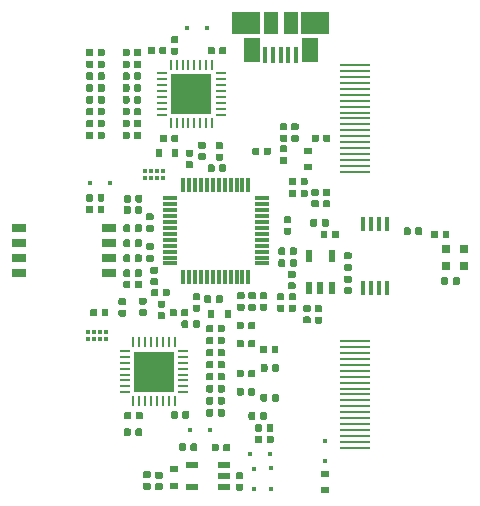
<source format=gbr>
G04 #@! TF.GenerationSoftware,KiCad,Pcbnew,5.1.4+dfsg1-1~bpo10+1*
G04 #@! TF.CreationDate,2020-01-21T09:26:30+01:00*
G04 #@! TF.ProjectId,video-booster-board,76696465-6f2d-4626-9f6f-737465722d62,rev?*
G04 #@! TF.SameCoordinates,Original*
G04 #@! TF.FileFunction,Paste,Top*
G04 #@! TF.FilePolarity,Positive*
%FSLAX46Y46*%
G04 Gerber Fmt 4.6, Leading zero omitted, Abs format (unit mm)*
G04 Created by KiCad (PCBNEW 5.1.4+dfsg1-1~bpo10+1) date 2020-01-21 09:26:30*
%MOMM*%
%LPD*%
G04 APERTURE LIST*
%ADD10R,1.250000X0.350000*%
%ADD11R,0.350000X1.250000*%
%ADD12R,2.600000X0.280000*%
%ADD13C,0.100000*%
%ADD14C,0.590000*%
%ADD15R,0.400000X1.200000*%
%ADD16R,0.850000X0.280000*%
%ADD17R,0.280000X0.850000*%
%ADD18R,3.450000X3.450000*%
%ADD19R,1.270000X0.760000*%
%ADD20R,0.800000X0.600000*%
%ADD21R,0.400000X0.350000*%
%ADD22R,0.350000X0.400000*%
%ADD23R,0.310000X0.420000*%
%ADD24R,0.310000X0.430000*%
%ADD25R,0.550000X1.000000*%
%ADD26R,0.800000X0.800000*%
%ADD27R,0.600000X0.800000*%
%ADD28R,1.050000X0.600000*%
%ADD29R,0.450000X1.380000*%
%ADD30R,1.475000X2.100000*%
%ADD31R,1.175000X1.900000*%
%ADD32R,2.375000X1.900000*%
G04 APERTURE END LIST*
D10*
X131755000Y-74410000D03*
X131755000Y-74910000D03*
X131755000Y-75410000D03*
X131755000Y-75910000D03*
X131755000Y-76410000D03*
X131755000Y-76910000D03*
X131755000Y-77410000D03*
X131755000Y-77910000D03*
X131755000Y-78410000D03*
X131755000Y-78910000D03*
X131755000Y-79410000D03*
X131755000Y-79910000D03*
D11*
X130630000Y-81035000D03*
X130130000Y-81035000D03*
X129630000Y-81035000D03*
X129130000Y-81035000D03*
X128630000Y-81035000D03*
X128130000Y-81035000D03*
X127630000Y-81035000D03*
X127130000Y-81035000D03*
X126630000Y-81035000D03*
X126130000Y-81035000D03*
X125630000Y-81035000D03*
X125130000Y-81035000D03*
D10*
X124005000Y-79910000D03*
X124005000Y-79410000D03*
X124005000Y-78910000D03*
X124005000Y-78410000D03*
X124005000Y-77910000D03*
X124005000Y-77410000D03*
X124005000Y-74410000D03*
X124005000Y-74910000D03*
X124005000Y-75410000D03*
X124005000Y-75910000D03*
X124005000Y-76410000D03*
X124005000Y-76910000D03*
D11*
X125130000Y-73285000D03*
X125630000Y-73285000D03*
X126130000Y-73285000D03*
X126630000Y-73285000D03*
X127130000Y-73285000D03*
X127630000Y-73285000D03*
X130630000Y-73285000D03*
X130130000Y-73285000D03*
X129630000Y-73285000D03*
X129130000Y-73285000D03*
X128630000Y-73285000D03*
X128130000Y-73285000D03*
D12*
X139650000Y-95500000D03*
X139650000Y-95000000D03*
X139650000Y-94500000D03*
X139650000Y-94000000D03*
X139650000Y-93500000D03*
X139650000Y-93000000D03*
X139650000Y-92500000D03*
X139650000Y-92000000D03*
X139650000Y-91500000D03*
X139650000Y-86500000D03*
X139650000Y-87000000D03*
X139650000Y-87500000D03*
X139650000Y-88000000D03*
X139650000Y-88500000D03*
X139650000Y-89000000D03*
X139650000Y-89500000D03*
X139650000Y-90000000D03*
X139650000Y-90500000D03*
X139650000Y-91000000D03*
X139650000Y-72132000D03*
X139650000Y-71632000D03*
X139650000Y-71132000D03*
X139650000Y-70632000D03*
X139650000Y-70132000D03*
X139650000Y-69632000D03*
X139650000Y-69132000D03*
X139650000Y-68632000D03*
X139650000Y-68132000D03*
X139650000Y-63132000D03*
X139650000Y-63632000D03*
X139650000Y-64132000D03*
X139650000Y-64632000D03*
X139650000Y-65132000D03*
X139650000Y-65632000D03*
X139650000Y-66132000D03*
X139650000Y-66632000D03*
X139650000Y-67132000D03*
X139650000Y-67632000D03*
D13*
G36*
X134542858Y-83412210D02*
G01*
X134557176Y-83414334D01*
X134571217Y-83417851D01*
X134584846Y-83422728D01*
X134597931Y-83428917D01*
X134610347Y-83436358D01*
X134621973Y-83444981D01*
X134632698Y-83454702D01*
X134642419Y-83465427D01*
X134651042Y-83477053D01*
X134658483Y-83489469D01*
X134664672Y-83502554D01*
X134669549Y-83516183D01*
X134673066Y-83530224D01*
X134675190Y-83544542D01*
X134675900Y-83559000D01*
X134675900Y-83854000D01*
X134675190Y-83868458D01*
X134673066Y-83882776D01*
X134669549Y-83896817D01*
X134664672Y-83910446D01*
X134658483Y-83923531D01*
X134651042Y-83935947D01*
X134642419Y-83947573D01*
X134632698Y-83958298D01*
X134621973Y-83968019D01*
X134610347Y-83976642D01*
X134597931Y-83984083D01*
X134584846Y-83990272D01*
X134571217Y-83995149D01*
X134557176Y-83998666D01*
X134542858Y-84000790D01*
X134528400Y-84001500D01*
X134183400Y-84001500D01*
X134168942Y-84000790D01*
X134154624Y-83998666D01*
X134140583Y-83995149D01*
X134126954Y-83990272D01*
X134113869Y-83984083D01*
X134101453Y-83976642D01*
X134089827Y-83968019D01*
X134079102Y-83958298D01*
X134069381Y-83947573D01*
X134060758Y-83935947D01*
X134053317Y-83923531D01*
X134047128Y-83910446D01*
X134042251Y-83896817D01*
X134038734Y-83882776D01*
X134036610Y-83868458D01*
X134035900Y-83854000D01*
X134035900Y-83559000D01*
X134036610Y-83544542D01*
X134038734Y-83530224D01*
X134042251Y-83516183D01*
X134047128Y-83502554D01*
X134053317Y-83489469D01*
X134060758Y-83477053D01*
X134069381Y-83465427D01*
X134079102Y-83454702D01*
X134089827Y-83444981D01*
X134101453Y-83436358D01*
X134113869Y-83428917D01*
X134126954Y-83422728D01*
X134140583Y-83417851D01*
X134154624Y-83414334D01*
X134168942Y-83412210D01*
X134183400Y-83411500D01*
X134528400Y-83411500D01*
X134542858Y-83412210D01*
X134542858Y-83412210D01*
G37*
D14*
X134355900Y-83706500D03*
D13*
G36*
X134542858Y-82442210D02*
G01*
X134557176Y-82444334D01*
X134571217Y-82447851D01*
X134584846Y-82452728D01*
X134597931Y-82458917D01*
X134610347Y-82466358D01*
X134621973Y-82474981D01*
X134632698Y-82484702D01*
X134642419Y-82495427D01*
X134651042Y-82507053D01*
X134658483Y-82519469D01*
X134664672Y-82532554D01*
X134669549Y-82546183D01*
X134673066Y-82560224D01*
X134675190Y-82574542D01*
X134675900Y-82589000D01*
X134675900Y-82884000D01*
X134675190Y-82898458D01*
X134673066Y-82912776D01*
X134669549Y-82926817D01*
X134664672Y-82940446D01*
X134658483Y-82953531D01*
X134651042Y-82965947D01*
X134642419Y-82977573D01*
X134632698Y-82988298D01*
X134621973Y-82998019D01*
X134610347Y-83006642D01*
X134597931Y-83014083D01*
X134584846Y-83020272D01*
X134571217Y-83025149D01*
X134557176Y-83028666D01*
X134542858Y-83030790D01*
X134528400Y-83031500D01*
X134183400Y-83031500D01*
X134168942Y-83030790D01*
X134154624Y-83028666D01*
X134140583Y-83025149D01*
X134126954Y-83020272D01*
X134113869Y-83014083D01*
X134101453Y-83006642D01*
X134089827Y-82998019D01*
X134079102Y-82988298D01*
X134069381Y-82977573D01*
X134060758Y-82965947D01*
X134053317Y-82953531D01*
X134047128Y-82940446D01*
X134042251Y-82926817D01*
X134038734Y-82912776D01*
X134036610Y-82898458D01*
X134035900Y-82884000D01*
X134035900Y-82589000D01*
X134036610Y-82574542D01*
X134038734Y-82560224D01*
X134042251Y-82546183D01*
X134047128Y-82532554D01*
X134053317Y-82519469D01*
X134060758Y-82507053D01*
X134069381Y-82495427D01*
X134079102Y-82484702D01*
X134089827Y-82474981D01*
X134101453Y-82466358D01*
X134113869Y-82458917D01*
X134126954Y-82452728D01*
X134140583Y-82447851D01*
X134154624Y-82444334D01*
X134168942Y-82442210D01*
X134183400Y-82441500D01*
X134528400Y-82441500D01*
X134542858Y-82442210D01*
X134542858Y-82442210D01*
G37*
D14*
X134355900Y-82736500D03*
D15*
X142326900Y-81984500D03*
X141676900Y-81984500D03*
X141026900Y-81984500D03*
X140376900Y-81984500D03*
X140376900Y-76584500D03*
X141026900Y-76584500D03*
X142326900Y-76584500D03*
X141676900Y-76584500D03*
D13*
G36*
X125822858Y-70278110D02*
G01*
X125837176Y-70280234D01*
X125851217Y-70283751D01*
X125864846Y-70288628D01*
X125877931Y-70294817D01*
X125890347Y-70302258D01*
X125901973Y-70310881D01*
X125912698Y-70320602D01*
X125922419Y-70331327D01*
X125931042Y-70342953D01*
X125938483Y-70355369D01*
X125944672Y-70368454D01*
X125949549Y-70382083D01*
X125953066Y-70396124D01*
X125955190Y-70410442D01*
X125955900Y-70424900D01*
X125955900Y-70719900D01*
X125955190Y-70734358D01*
X125953066Y-70748676D01*
X125949549Y-70762717D01*
X125944672Y-70776346D01*
X125938483Y-70789431D01*
X125931042Y-70801847D01*
X125922419Y-70813473D01*
X125912698Y-70824198D01*
X125901973Y-70833919D01*
X125890347Y-70842542D01*
X125877931Y-70849983D01*
X125864846Y-70856172D01*
X125851217Y-70861049D01*
X125837176Y-70864566D01*
X125822858Y-70866690D01*
X125808400Y-70867400D01*
X125463400Y-70867400D01*
X125448942Y-70866690D01*
X125434624Y-70864566D01*
X125420583Y-70861049D01*
X125406954Y-70856172D01*
X125393869Y-70849983D01*
X125381453Y-70842542D01*
X125369827Y-70833919D01*
X125359102Y-70824198D01*
X125349381Y-70813473D01*
X125340758Y-70801847D01*
X125333317Y-70789431D01*
X125327128Y-70776346D01*
X125322251Y-70762717D01*
X125318734Y-70748676D01*
X125316610Y-70734358D01*
X125315900Y-70719900D01*
X125315900Y-70424900D01*
X125316610Y-70410442D01*
X125318734Y-70396124D01*
X125322251Y-70382083D01*
X125327128Y-70368454D01*
X125333317Y-70355369D01*
X125340758Y-70342953D01*
X125349381Y-70331327D01*
X125359102Y-70320602D01*
X125369827Y-70310881D01*
X125381453Y-70302258D01*
X125393869Y-70294817D01*
X125406954Y-70288628D01*
X125420583Y-70283751D01*
X125434624Y-70280234D01*
X125448942Y-70278110D01*
X125463400Y-70277400D01*
X125808400Y-70277400D01*
X125822858Y-70278110D01*
X125822858Y-70278110D01*
G37*
D14*
X125635900Y-70572400D03*
D13*
G36*
X125822858Y-71248110D02*
G01*
X125837176Y-71250234D01*
X125851217Y-71253751D01*
X125864846Y-71258628D01*
X125877931Y-71264817D01*
X125890347Y-71272258D01*
X125901973Y-71280881D01*
X125912698Y-71290602D01*
X125922419Y-71301327D01*
X125931042Y-71312953D01*
X125938483Y-71325369D01*
X125944672Y-71338454D01*
X125949549Y-71352083D01*
X125953066Y-71366124D01*
X125955190Y-71380442D01*
X125955900Y-71394900D01*
X125955900Y-71689900D01*
X125955190Y-71704358D01*
X125953066Y-71718676D01*
X125949549Y-71732717D01*
X125944672Y-71746346D01*
X125938483Y-71759431D01*
X125931042Y-71771847D01*
X125922419Y-71783473D01*
X125912698Y-71794198D01*
X125901973Y-71803919D01*
X125890347Y-71812542D01*
X125877931Y-71819983D01*
X125864846Y-71826172D01*
X125851217Y-71831049D01*
X125837176Y-71834566D01*
X125822858Y-71836690D01*
X125808400Y-71837400D01*
X125463400Y-71837400D01*
X125448942Y-71836690D01*
X125434624Y-71834566D01*
X125420583Y-71831049D01*
X125406954Y-71826172D01*
X125393869Y-71819983D01*
X125381453Y-71812542D01*
X125369827Y-71803919D01*
X125359102Y-71794198D01*
X125349381Y-71783473D01*
X125340758Y-71771847D01*
X125333317Y-71759431D01*
X125327128Y-71746346D01*
X125322251Y-71732717D01*
X125318734Y-71718676D01*
X125316610Y-71704358D01*
X125315900Y-71689900D01*
X125315900Y-71394900D01*
X125316610Y-71380442D01*
X125318734Y-71366124D01*
X125322251Y-71352083D01*
X125327128Y-71338454D01*
X125333317Y-71325369D01*
X125340758Y-71312953D01*
X125349381Y-71301327D01*
X125359102Y-71290602D01*
X125369827Y-71280881D01*
X125381453Y-71272258D01*
X125393869Y-71264817D01*
X125406954Y-71258628D01*
X125420583Y-71253751D01*
X125434624Y-71250234D01*
X125448942Y-71248110D01*
X125463400Y-71247400D01*
X125808400Y-71247400D01*
X125822858Y-71248110D01*
X125822858Y-71248110D01*
G37*
D14*
X125635900Y-71542400D03*
D13*
G36*
X130072858Y-98558110D02*
G01*
X130087176Y-98560234D01*
X130101217Y-98563751D01*
X130114846Y-98568628D01*
X130127931Y-98574817D01*
X130140347Y-98582258D01*
X130151973Y-98590881D01*
X130162698Y-98600602D01*
X130172419Y-98611327D01*
X130181042Y-98622953D01*
X130188483Y-98635369D01*
X130194672Y-98648454D01*
X130199549Y-98662083D01*
X130203066Y-98676124D01*
X130205190Y-98690442D01*
X130205900Y-98704900D01*
X130205900Y-98999900D01*
X130205190Y-99014358D01*
X130203066Y-99028676D01*
X130199549Y-99042717D01*
X130194672Y-99056346D01*
X130188483Y-99069431D01*
X130181042Y-99081847D01*
X130172419Y-99093473D01*
X130162698Y-99104198D01*
X130151973Y-99113919D01*
X130140347Y-99122542D01*
X130127931Y-99129983D01*
X130114846Y-99136172D01*
X130101217Y-99141049D01*
X130087176Y-99144566D01*
X130072858Y-99146690D01*
X130058400Y-99147400D01*
X129713400Y-99147400D01*
X129698942Y-99146690D01*
X129684624Y-99144566D01*
X129670583Y-99141049D01*
X129656954Y-99136172D01*
X129643869Y-99129983D01*
X129631453Y-99122542D01*
X129619827Y-99113919D01*
X129609102Y-99104198D01*
X129599381Y-99093473D01*
X129590758Y-99081847D01*
X129583317Y-99069431D01*
X129577128Y-99056346D01*
X129572251Y-99042717D01*
X129568734Y-99028676D01*
X129566610Y-99014358D01*
X129565900Y-98999900D01*
X129565900Y-98704900D01*
X129566610Y-98690442D01*
X129568734Y-98676124D01*
X129572251Y-98662083D01*
X129577128Y-98648454D01*
X129583317Y-98635369D01*
X129590758Y-98622953D01*
X129599381Y-98611327D01*
X129609102Y-98600602D01*
X129619827Y-98590881D01*
X129631453Y-98582258D01*
X129643869Y-98574817D01*
X129656954Y-98568628D01*
X129670583Y-98563751D01*
X129684624Y-98560234D01*
X129698942Y-98558110D01*
X129713400Y-98557400D01*
X130058400Y-98557400D01*
X130072858Y-98558110D01*
X130072858Y-98558110D01*
G37*
D14*
X129885900Y-98852400D03*
D13*
G36*
X130072858Y-97588110D02*
G01*
X130087176Y-97590234D01*
X130101217Y-97593751D01*
X130114846Y-97598628D01*
X130127931Y-97604817D01*
X130140347Y-97612258D01*
X130151973Y-97620881D01*
X130162698Y-97630602D01*
X130172419Y-97641327D01*
X130181042Y-97652953D01*
X130188483Y-97665369D01*
X130194672Y-97678454D01*
X130199549Y-97692083D01*
X130203066Y-97706124D01*
X130205190Y-97720442D01*
X130205900Y-97734900D01*
X130205900Y-98029900D01*
X130205190Y-98044358D01*
X130203066Y-98058676D01*
X130199549Y-98072717D01*
X130194672Y-98086346D01*
X130188483Y-98099431D01*
X130181042Y-98111847D01*
X130172419Y-98123473D01*
X130162698Y-98134198D01*
X130151973Y-98143919D01*
X130140347Y-98152542D01*
X130127931Y-98159983D01*
X130114846Y-98166172D01*
X130101217Y-98171049D01*
X130087176Y-98174566D01*
X130072858Y-98176690D01*
X130058400Y-98177400D01*
X129713400Y-98177400D01*
X129698942Y-98176690D01*
X129684624Y-98174566D01*
X129670583Y-98171049D01*
X129656954Y-98166172D01*
X129643869Y-98159983D01*
X129631453Y-98152542D01*
X129619827Y-98143919D01*
X129609102Y-98134198D01*
X129599381Y-98123473D01*
X129590758Y-98111847D01*
X129583317Y-98099431D01*
X129577128Y-98086346D01*
X129572251Y-98072717D01*
X129568734Y-98058676D01*
X129566610Y-98044358D01*
X129565900Y-98029900D01*
X129565900Y-97734900D01*
X129566610Y-97720442D01*
X129568734Y-97706124D01*
X129572251Y-97692083D01*
X129577128Y-97678454D01*
X129583317Y-97665369D01*
X129590758Y-97652953D01*
X129599381Y-97641327D01*
X129609102Y-97630602D01*
X129619827Y-97620881D01*
X129631453Y-97612258D01*
X129643869Y-97604817D01*
X129656954Y-97598628D01*
X129670583Y-97593751D01*
X129684624Y-97590234D01*
X129698942Y-97588110D01*
X129713400Y-97587400D01*
X130058400Y-97587400D01*
X130072858Y-97588110D01*
X130072858Y-97588110D01*
G37*
D14*
X129885900Y-97882400D03*
D13*
G36*
X126412858Y-83408110D02*
G01*
X126427176Y-83410234D01*
X126441217Y-83413751D01*
X126454846Y-83418628D01*
X126467931Y-83424817D01*
X126480347Y-83432258D01*
X126491973Y-83440881D01*
X126502698Y-83450602D01*
X126512419Y-83461327D01*
X126521042Y-83472953D01*
X126528483Y-83485369D01*
X126534672Y-83498454D01*
X126539549Y-83512083D01*
X126543066Y-83526124D01*
X126545190Y-83540442D01*
X126545900Y-83554900D01*
X126545900Y-83849900D01*
X126545190Y-83864358D01*
X126543066Y-83878676D01*
X126539549Y-83892717D01*
X126534672Y-83906346D01*
X126528483Y-83919431D01*
X126521042Y-83931847D01*
X126512419Y-83943473D01*
X126502698Y-83954198D01*
X126491973Y-83963919D01*
X126480347Y-83972542D01*
X126467931Y-83979983D01*
X126454846Y-83986172D01*
X126441217Y-83991049D01*
X126427176Y-83994566D01*
X126412858Y-83996690D01*
X126398400Y-83997400D01*
X126053400Y-83997400D01*
X126038942Y-83996690D01*
X126024624Y-83994566D01*
X126010583Y-83991049D01*
X125996954Y-83986172D01*
X125983869Y-83979983D01*
X125971453Y-83972542D01*
X125959827Y-83963919D01*
X125949102Y-83954198D01*
X125939381Y-83943473D01*
X125930758Y-83931847D01*
X125923317Y-83919431D01*
X125917128Y-83906346D01*
X125912251Y-83892717D01*
X125908734Y-83878676D01*
X125906610Y-83864358D01*
X125905900Y-83849900D01*
X125905900Y-83554900D01*
X125906610Y-83540442D01*
X125908734Y-83526124D01*
X125912251Y-83512083D01*
X125917128Y-83498454D01*
X125923317Y-83485369D01*
X125930758Y-83472953D01*
X125939381Y-83461327D01*
X125949102Y-83450602D01*
X125959827Y-83440881D01*
X125971453Y-83432258D01*
X125983869Y-83424817D01*
X125996954Y-83418628D01*
X126010583Y-83413751D01*
X126024624Y-83410234D01*
X126038942Y-83408110D01*
X126053400Y-83407400D01*
X126398400Y-83407400D01*
X126412858Y-83408110D01*
X126412858Y-83408110D01*
G37*
D14*
X126225900Y-83702400D03*
D13*
G36*
X126412858Y-82438110D02*
G01*
X126427176Y-82440234D01*
X126441217Y-82443751D01*
X126454846Y-82448628D01*
X126467931Y-82454817D01*
X126480347Y-82462258D01*
X126491973Y-82470881D01*
X126502698Y-82480602D01*
X126512419Y-82491327D01*
X126521042Y-82502953D01*
X126528483Y-82515369D01*
X126534672Y-82528454D01*
X126539549Y-82542083D01*
X126543066Y-82556124D01*
X126545190Y-82570442D01*
X126545900Y-82584900D01*
X126545900Y-82879900D01*
X126545190Y-82894358D01*
X126543066Y-82908676D01*
X126539549Y-82922717D01*
X126534672Y-82936346D01*
X126528483Y-82949431D01*
X126521042Y-82961847D01*
X126512419Y-82973473D01*
X126502698Y-82984198D01*
X126491973Y-82993919D01*
X126480347Y-83002542D01*
X126467931Y-83009983D01*
X126454846Y-83016172D01*
X126441217Y-83021049D01*
X126427176Y-83024566D01*
X126412858Y-83026690D01*
X126398400Y-83027400D01*
X126053400Y-83027400D01*
X126038942Y-83026690D01*
X126024624Y-83024566D01*
X126010583Y-83021049D01*
X125996954Y-83016172D01*
X125983869Y-83009983D01*
X125971453Y-83002542D01*
X125959827Y-82993919D01*
X125949102Y-82984198D01*
X125939381Y-82973473D01*
X125930758Y-82961847D01*
X125923317Y-82949431D01*
X125917128Y-82936346D01*
X125912251Y-82922717D01*
X125908734Y-82908676D01*
X125906610Y-82894358D01*
X125905900Y-82879900D01*
X125905900Y-82584900D01*
X125906610Y-82570442D01*
X125908734Y-82556124D01*
X125912251Y-82542083D01*
X125917128Y-82528454D01*
X125923317Y-82515369D01*
X125930758Y-82502953D01*
X125939381Y-82491327D01*
X125949102Y-82480602D01*
X125959827Y-82470881D01*
X125971453Y-82462258D01*
X125983869Y-82454817D01*
X125996954Y-82448628D01*
X126010583Y-82443751D01*
X126024624Y-82440234D01*
X126038942Y-82438110D01*
X126053400Y-82437400D01*
X126398400Y-82437400D01*
X126412858Y-82438110D01*
X126412858Y-82438110D01*
G37*
D14*
X126225900Y-82732400D03*
D16*
X123335000Y-67312000D03*
X123335000Y-66812000D03*
X123335000Y-66312000D03*
X123335000Y-65812000D03*
X123335000Y-65312000D03*
X123335000Y-64812000D03*
X123335000Y-64312000D03*
D17*
X124060000Y-63087000D03*
X124560000Y-63087000D03*
X125060000Y-63087000D03*
X125560000Y-63087000D03*
X126060000Y-63087000D03*
X126560000Y-63087000D03*
X127060000Y-63087000D03*
D16*
X128285000Y-63812000D03*
X128285000Y-64312000D03*
X128285000Y-64812000D03*
X128285000Y-65312000D03*
X128285000Y-65812000D03*
X128285000Y-66312000D03*
X128285000Y-66812000D03*
D17*
X127560000Y-68037000D03*
X127060000Y-68037000D03*
X126560000Y-68037000D03*
X126060000Y-68037000D03*
X125560000Y-68037000D03*
X125060000Y-68037000D03*
X124560000Y-68037000D03*
X124060000Y-68037000D03*
D18*
X125810000Y-65562000D03*
D16*
X128285000Y-67312000D03*
D17*
X127560000Y-63087000D03*
D16*
X123335000Y-63812000D03*
D19*
X111203500Y-76923900D03*
X111203500Y-78193900D03*
X118793500Y-76923900D03*
X118793500Y-78193900D03*
X111203500Y-79463900D03*
X118793500Y-79463900D03*
X111203500Y-80733900D03*
X118793500Y-80733900D03*
D13*
G36*
X122842858Y-80198110D02*
G01*
X122857176Y-80200234D01*
X122871217Y-80203751D01*
X122884846Y-80208628D01*
X122897931Y-80214817D01*
X122910347Y-80222258D01*
X122921973Y-80230881D01*
X122932698Y-80240602D01*
X122942419Y-80251327D01*
X122951042Y-80262953D01*
X122958483Y-80275369D01*
X122964672Y-80288454D01*
X122969549Y-80302083D01*
X122973066Y-80316124D01*
X122975190Y-80330442D01*
X122975900Y-80344900D01*
X122975900Y-80639900D01*
X122975190Y-80654358D01*
X122973066Y-80668676D01*
X122969549Y-80682717D01*
X122964672Y-80696346D01*
X122958483Y-80709431D01*
X122951042Y-80721847D01*
X122942419Y-80733473D01*
X122932698Y-80744198D01*
X122921973Y-80753919D01*
X122910347Y-80762542D01*
X122897931Y-80769983D01*
X122884846Y-80776172D01*
X122871217Y-80781049D01*
X122857176Y-80784566D01*
X122842858Y-80786690D01*
X122828400Y-80787400D01*
X122483400Y-80787400D01*
X122468942Y-80786690D01*
X122454624Y-80784566D01*
X122440583Y-80781049D01*
X122426954Y-80776172D01*
X122413869Y-80769983D01*
X122401453Y-80762542D01*
X122389827Y-80753919D01*
X122379102Y-80744198D01*
X122369381Y-80733473D01*
X122360758Y-80721847D01*
X122353317Y-80709431D01*
X122347128Y-80696346D01*
X122342251Y-80682717D01*
X122338734Y-80668676D01*
X122336610Y-80654358D01*
X122335900Y-80639900D01*
X122335900Y-80344900D01*
X122336610Y-80330442D01*
X122338734Y-80316124D01*
X122342251Y-80302083D01*
X122347128Y-80288454D01*
X122353317Y-80275369D01*
X122360758Y-80262953D01*
X122369381Y-80251327D01*
X122379102Y-80240602D01*
X122389827Y-80230881D01*
X122401453Y-80222258D01*
X122413869Y-80214817D01*
X122426954Y-80208628D01*
X122440583Y-80203751D01*
X122454624Y-80200234D01*
X122468942Y-80198110D01*
X122483400Y-80197400D01*
X122828400Y-80197400D01*
X122842858Y-80198110D01*
X122842858Y-80198110D01*
G37*
D14*
X122655900Y-80492400D03*
D13*
G36*
X122842858Y-81168110D02*
G01*
X122857176Y-81170234D01*
X122871217Y-81173751D01*
X122884846Y-81178628D01*
X122897931Y-81184817D01*
X122910347Y-81192258D01*
X122921973Y-81200881D01*
X122932698Y-81210602D01*
X122942419Y-81221327D01*
X122951042Y-81232953D01*
X122958483Y-81245369D01*
X122964672Y-81258454D01*
X122969549Y-81272083D01*
X122973066Y-81286124D01*
X122975190Y-81300442D01*
X122975900Y-81314900D01*
X122975900Y-81609900D01*
X122975190Y-81624358D01*
X122973066Y-81638676D01*
X122969549Y-81652717D01*
X122964672Y-81666346D01*
X122958483Y-81679431D01*
X122951042Y-81691847D01*
X122942419Y-81703473D01*
X122932698Y-81714198D01*
X122921973Y-81723919D01*
X122910347Y-81732542D01*
X122897931Y-81739983D01*
X122884846Y-81746172D01*
X122871217Y-81751049D01*
X122857176Y-81754566D01*
X122842858Y-81756690D01*
X122828400Y-81757400D01*
X122483400Y-81757400D01*
X122468942Y-81756690D01*
X122454624Y-81754566D01*
X122440583Y-81751049D01*
X122426954Y-81746172D01*
X122413869Y-81739983D01*
X122401453Y-81732542D01*
X122389827Y-81723919D01*
X122379102Y-81714198D01*
X122369381Y-81703473D01*
X122360758Y-81691847D01*
X122353317Y-81679431D01*
X122347128Y-81666346D01*
X122342251Y-81652717D01*
X122338734Y-81638676D01*
X122336610Y-81624358D01*
X122335900Y-81609900D01*
X122335900Y-81314900D01*
X122336610Y-81300442D01*
X122338734Y-81286124D01*
X122342251Y-81272083D01*
X122347128Y-81258454D01*
X122353317Y-81245369D01*
X122360758Y-81232953D01*
X122369381Y-81221327D01*
X122379102Y-81210602D01*
X122389827Y-81200881D01*
X122401453Y-81192258D01*
X122413869Y-81184817D01*
X122426954Y-81178628D01*
X122440583Y-81173751D01*
X122454624Y-81170234D01*
X122468942Y-81168110D01*
X122483400Y-81167400D01*
X122828400Y-81167400D01*
X122842858Y-81168110D01*
X122842858Y-81168110D01*
G37*
D14*
X122655900Y-81462400D03*
D13*
G36*
X134134758Y-75914410D02*
G01*
X134149076Y-75916534D01*
X134163117Y-75920051D01*
X134176746Y-75924928D01*
X134189831Y-75931117D01*
X134202247Y-75938558D01*
X134213873Y-75947181D01*
X134224598Y-75956902D01*
X134234319Y-75967627D01*
X134242942Y-75979253D01*
X134250383Y-75991669D01*
X134256572Y-76004754D01*
X134261449Y-76018383D01*
X134264966Y-76032424D01*
X134267090Y-76046742D01*
X134267800Y-76061200D01*
X134267800Y-76356200D01*
X134267090Y-76370658D01*
X134264966Y-76384976D01*
X134261449Y-76399017D01*
X134256572Y-76412646D01*
X134250383Y-76425731D01*
X134242942Y-76438147D01*
X134234319Y-76449773D01*
X134224598Y-76460498D01*
X134213873Y-76470219D01*
X134202247Y-76478842D01*
X134189831Y-76486283D01*
X134176746Y-76492472D01*
X134163117Y-76497349D01*
X134149076Y-76500866D01*
X134134758Y-76502990D01*
X134120300Y-76503700D01*
X133775300Y-76503700D01*
X133760842Y-76502990D01*
X133746524Y-76500866D01*
X133732483Y-76497349D01*
X133718854Y-76492472D01*
X133705769Y-76486283D01*
X133693353Y-76478842D01*
X133681727Y-76470219D01*
X133671002Y-76460498D01*
X133661281Y-76449773D01*
X133652658Y-76438147D01*
X133645217Y-76425731D01*
X133639028Y-76412646D01*
X133634151Y-76399017D01*
X133630634Y-76384976D01*
X133628510Y-76370658D01*
X133627800Y-76356200D01*
X133627800Y-76061200D01*
X133628510Y-76046742D01*
X133630634Y-76032424D01*
X133634151Y-76018383D01*
X133639028Y-76004754D01*
X133645217Y-75991669D01*
X133652658Y-75979253D01*
X133661281Y-75967627D01*
X133671002Y-75956902D01*
X133681727Y-75947181D01*
X133693353Y-75938558D01*
X133705769Y-75931117D01*
X133718854Y-75924928D01*
X133732483Y-75920051D01*
X133746524Y-75916534D01*
X133760842Y-75914410D01*
X133775300Y-75913700D01*
X134120300Y-75913700D01*
X134134758Y-75914410D01*
X134134758Y-75914410D01*
G37*
D14*
X133947800Y-76208700D03*
D13*
G36*
X134134758Y-76884410D02*
G01*
X134149076Y-76886534D01*
X134163117Y-76890051D01*
X134176746Y-76894928D01*
X134189831Y-76901117D01*
X134202247Y-76908558D01*
X134213873Y-76917181D01*
X134224598Y-76926902D01*
X134234319Y-76937627D01*
X134242942Y-76949253D01*
X134250383Y-76961669D01*
X134256572Y-76974754D01*
X134261449Y-76988383D01*
X134264966Y-77002424D01*
X134267090Y-77016742D01*
X134267800Y-77031200D01*
X134267800Y-77326200D01*
X134267090Y-77340658D01*
X134264966Y-77354976D01*
X134261449Y-77369017D01*
X134256572Y-77382646D01*
X134250383Y-77395731D01*
X134242942Y-77408147D01*
X134234319Y-77419773D01*
X134224598Y-77430498D01*
X134213873Y-77440219D01*
X134202247Y-77448842D01*
X134189831Y-77456283D01*
X134176746Y-77462472D01*
X134163117Y-77467349D01*
X134149076Y-77470866D01*
X134134758Y-77472990D01*
X134120300Y-77473700D01*
X133775300Y-77473700D01*
X133760842Y-77472990D01*
X133746524Y-77470866D01*
X133732483Y-77467349D01*
X133718854Y-77462472D01*
X133705769Y-77456283D01*
X133693353Y-77448842D01*
X133681727Y-77440219D01*
X133671002Y-77430498D01*
X133661281Y-77419773D01*
X133652658Y-77408147D01*
X133645217Y-77395731D01*
X133639028Y-77382646D01*
X133634151Y-77369017D01*
X133630634Y-77354976D01*
X133628510Y-77340658D01*
X133627800Y-77326200D01*
X133627800Y-77031200D01*
X133628510Y-77016742D01*
X133630634Y-77002424D01*
X133634151Y-76988383D01*
X133639028Y-76974754D01*
X133645217Y-76961669D01*
X133652658Y-76949253D01*
X133661281Y-76937627D01*
X133671002Y-76926902D01*
X133681727Y-76917181D01*
X133693353Y-76908558D01*
X133705769Y-76901117D01*
X133718854Y-76894928D01*
X133732483Y-76890051D01*
X133746524Y-76886534D01*
X133760842Y-76884410D01*
X133775300Y-76883700D01*
X134120300Y-76883700D01*
X134134758Y-76884410D01*
X134134758Y-76884410D01*
G37*
D14*
X133947800Y-77178700D03*
D20*
X135655900Y-71777400D03*
X135655900Y-70377400D03*
D16*
X125105000Y-87318000D03*
X125105000Y-87818000D03*
X125105000Y-88318000D03*
X125105000Y-88818000D03*
X125105000Y-89318000D03*
X125105000Y-89818000D03*
X125105000Y-90318000D03*
D17*
X124380000Y-91543000D03*
X123880000Y-91543000D03*
X123380000Y-91543000D03*
X122880000Y-91543000D03*
X122380000Y-91543000D03*
X121880000Y-91543000D03*
X121380000Y-91543000D03*
D16*
X120155000Y-90818000D03*
X120155000Y-90318000D03*
X120155000Y-89818000D03*
X120155000Y-89318000D03*
X120155000Y-88818000D03*
X120155000Y-88318000D03*
X120155000Y-87818000D03*
D17*
X120880000Y-86593000D03*
X121380000Y-86593000D03*
X121880000Y-86593000D03*
X122380000Y-86593000D03*
X122880000Y-86593000D03*
X123380000Y-86593000D03*
X123880000Y-86593000D03*
X124380000Y-86593000D03*
D18*
X122630000Y-89068000D03*
D16*
X120155000Y-87318000D03*
D17*
X120880000Y-91543000D03*
D16*
X125105000Y-90818000D03*
D13*
G36*
X122222858Y-97508110D02*
G01*
X122237176Y-97510234D01*
X122251217Y-97513751D01*
X122264846Y-97518628D01*
X122277931Y-97524817D01*
X122290347Y-97532258D01*
X122301973Y-97540881D01*
X122312698Y-97550602D01*
X122322419Y-97561327D01*
X122331042Y-97572953D01*
X122338483Y-97585369D01*
X122344672Y-97598454D01*
X122349549Y-97612083D01*
X122353066Y-97626124D01*
X122355190Y-97640442D01*
X122355900Y-97654900D01*
X122355900Y-97949900D01*
X122355190Y-97964358D01*
X122353066Y-97978676D01*
X122349549Y-97992717D01*
X122344672Y-98006346D01*
X122338483Y-98019431D01*
X122331042Y-98031847D01*
X122322419Y-98043473D01*
X122312698Y-98054198D01*
X122301973Y-98063919D01*
X122290347Y-98072542D01*
X122277931Y-98079983D01*
X122264846Y-98086172D01*
X122251217Y-98091049D01*
X122237176Y-98094566D01*
X122222858Y-98096690D01*
X122208400Y-98097400D01*
X121863400Y-98097400D01*
X121848942Y-98096690D01*
X121834624Y-98094566D01*
X121820583Y-98091049D01*
X121806954Y-98086172D01*
X121793869Y-98079983D01*
X121781453Y-98072542D01*
X121769827Y-98063919D01*
X121759102Y-98054198D01*
X121749381Y-98043473D01*
X121740758Y-98031847D01*
X121733317Y-98019431D01*
X121727128Y-98006346D01*
X121722251Y-97992717D01*
X121718734Y-97978676D01*
X121716610Y-97964358D01*
X121715900Y-97949900D01*
X121715900Y-97654900D01*
X121716610Y-97640442D01*
X121718734Y-97626124D01*
X121722251Y-97612083D01*
X121727128Y-97598454D01*
X121733317Y-97585369D01*
X121740758Y-97572953D01*
X121749381Y-97561327D01*
X121759102Y-97550602D01*
X121769827Y-97540881D01*
X121781453Y-97532258D01*
X121793869Y-97524817D01*
X121806954Y-97518628D01*
X121820583Y-97513751D01*
X121834624Y-97510234D01*
X121848942Y-97508110D01*
X121863400Y-97507400D01*
X122208400Y-97507400D01*
X122222858Y-97508110D01*
X122222858Y-97508110D01*
G37*
D14*
X122035900Y-97802400D03*
D13*
G36*
X122222858Y-98478110D02*
G01*
X122237176Y-98480234D01*
X122251217Y-98483751D01*
X122264846Y-98488628D01*
X122277931Y-98494817D01*
X122290347Y-98502258D01*
X122301973Y-98510881D01*
X122312698Y-98520602D01*
X122322419Y-98531327D01*
X122331042Y-98542953D01*
X122338483Y-98555369D01*
X122344672Y-98568454D01*
X122349549Y-98582083D01*
X122353066Y-98596124D01*
X122355190Y-98610442D01*
X122355900Y-98624900D01*
X122355900Y-98919900D01*
X122355190Y-98934358D01*
X122353066Y-98948676D01*
X122349549Y-98962717D01*
X122344672Y-98976346D01*
X122338483Y-98989431D01*
X122331042Y-99001847D01*
X122322419Y-99013473D01*
X122312698Y-99024198D01*
X122301973Y-99033919D01*
X122290347Y-99042542D01*
X122277931Y-99049983D01*
X122264846Y-99056172D01*
X122251217Y-99061049D01*
X122237176Y-99064566D01*
X122222858Y-99066690D01*
X122208400Y-99067400D01*
X121863400Y-99067400D01*
X121848942Y-99066690D01*
X121834624Y-99064566D01*
X121820583Y-99061049D01*
X121806954Y-99056172D01*
X121793869Y-99049983D01*
X121781453Y-99042542D01*
X121769827Y-99033919D01*
X121759102Y-99024198D01*
X121749381Y-99013473D01*
X121740758Y-99001847D01*
X121733317Y-98989431D01*
X121727128Y-98976346D01*
X121722251Y-98962717D01*
X121718734Y-98948676D01*
X121716610Y-98934358D01*
X121715900Y-98919900D01*
X121715900Y-98624900D01*
X121716610Y-98610442D01*
X121718734Y-98596124D01*
X121722251Y-98582083D01*
X121727128Y-98568454D01*
X121733317Y-98555369D01*
X121740758Y-98542953D01*
X121749381Y-98531327D01*
X121759102Y-98520602D01*
X121769827Y-98510881D01*
X121781453Y-98502258D01*
X121793869Y-98494817D01*
X121806954Y-98488628D01*
X121820583Y-98483751D01*
X121834624Y-98480234D01*
X121848942Y-98478110D01*
X121863400Y-98477400D01*
X122208400Y-98477400D01*
X122222858Y-98478110D01*
X122222858Y-98478110D01*
G37*
D14*
X122035900Y-98772400D03*
D13*
G36*
X134532858Y-73658110D02*
G01*
X134547176Y-73660234D01*
X134561217Y-73663751D01*
X134574846Y-73668628D01*
X134587931Y-73674817D01*
X134600347Y-73682258D01*
X134611973Y-73690881D01*
X134622698Y-73700602D01*
X134632419Y-73711327D01*
X134641042Y-73722953D01*
X134648483Y-73735369D01*
X134654672Y-73748454D01*
X134659549Y-73762083D01*
X134663066Y-73776124D01*
X134665190Y-73790442D01*
X134665900Y-73804900D01*
X134665900Y-74149900D01*
X134665190Y-74164358D01*
X134663066Y-74178676D01*
X134659549Y-74192717D01*
X134654672Y-74206346D01*
X134648483Y-74219431D01*
X134641042Y-74231847D01*
X134632419Y-74243473D01*
X134622698Y-74254198D01*
X134611973Y-74263919D01*
X134600347Y-74272542D01*
X134587931Y-74279983D01*
X134574846Y-74286172D01*
X134561217Y-74291049D01*
X134547176Y-74294566D01*
X134532858Y-74296690D01*
X134518400Y-74297400D01*
X134223400Y-74297400D01*
X134208942Y-74296690D01*
X134194624Y-74294566D01*
X134180583Y-74291049D01*
X134166954Y-74286172D01*
X134153869Y-74279983D01*
X134141453Y-74272542D01*
X134129827Y-74263919D01*
X134119102Y-74254198D01*
X134109381Y-74243473D01*
X134100758Y-74231847D01*
X134093317Y-74219431D01*
X134087128Y-74206346D01*
X134082251Y-74192717D01*
X134078734Y-74178676D01*
X134076610Y-74164358D01*
X134075900Y-74149900D01*
X134075900Y-73804900D01*
X134076610Y-73790442D01*
X134078734Y-73776124D01*
X134082251Y-73762083D01*
X134087128Y-73748454D01*
X134093317Y-73735369D01*
X134100758Y-73722953D01*
X134109381Y-73711327D01*
X134119102Y-73700602D01*
X134129827Y-73690881D01*
X134141453Y-73682258D01*
X134153869Y-73674817D01*
X134166954Y-73668628D01*
X134180583Y-73663751D01*
X134194624Y-73660234D01*
X134208942Y-73658110D01*
X134223400Y-73657400D01*
X134518400Y-73657400D01*
X134532858Y-73658110D01*
X134532858Y-73658110D01*
G37*
D14*
X134370900Y-73977400D03*
D13*
G36*
X135502858Y-73658110D02*
G01*
X135517176Y-73660234D01*
X135531217Y-73663751D01*
X135544846Y-73668628D01*
X135557931Y-73674817D01*
X135570347Y-73682258D01*
X135581973Y-73690881D01*
X135592698Y-73700602D01*
X135602419Y-73711327D01*
X135611042Y-73722953D01*
X135618483Y-73735369D01*
X135624672Y-73748454D01*
X135629549Y-73762083D01*
X135633066Y-73776124D01*
X135635190Y-73790442D01*
X135635900Y-73804900D01*
X135635900Y-74149900D01*
X135635190Y-74164358D01*
X135633066Y-74178676D01*
X135629549Y-74192717D01*
X135624672Y-74206346D01*
X135618483Y-74219431D01*
X135611042Y-74231847D01*
X135602419Y-74243473D01*
X135592698Y-74254198D01*
X135581973Y-74263919D01*
X135570347Y-74272542D01*
X135557931Y-74279983D01*
X135544846Y-74286172D01*
X135531217Y-74291049D01*
X135517176Y-74294566D01*
X135502858Y-74296690D01*
X135488400Y-74297400D01*
X135193400Y-74297400D01*
X135178942Y-74296690D01*
X135164624Y-74294566D01*
X135150583Y-74291049D01*
X135136954Y-74286172D01*
X135123869Y-74279983D01*
X135111453Y-74272542D01*
X135099827Y-74263919D01*
X135089102Y-74254198D01*
X135079381Y-74243473D01*
X135070758Y-74231847D01*
X135063317Y-74219431D01*
X135057128Y-74206346D01*
X135052251Y-74192717D01*
X135048734Y-74178676D01*
X135046610Y-74164358D01*
X135045900Y-74149900D01*
X135045900Y-73804900D01*
X135046610Y-73790442D01*
X135048734Y-73776124D01*
X135052251Y-73762083D01*
X135057128Y-73748454D01*
X135063317Y-73735369D01*
X135070758Y-73722953D01*
X135079381Y-73711327D01*
X135089102Y-73700602D01*
X135099827Y-73690881D01*
X135111453Y-73682258D01*
X135123869Y-73674817D01*
X135136954Y-73668628D01*
X135150583Y-73663751D01*
X135164624Y-73660234D01*
X135178942Y-73658110D01*
X135193400Y-73657400D01*
X135488400Y-73657400D01*
X135502858Y-73658110D01*
X135502858Y-73658110D01*
G37*
D14*
X135340900Y-73977400D03*
D13*
G36*
X131652858Y-93518110D02*
G01*
X131667176Y-93520234D01*
X131681217Y-93523751D01*
X131694846Y-93528628D01*
X131707931Y-93534817D01*
X131720347Y-93542258D01*
X131731973Y-93550881D01*
X131742698Y-93560602D01*
X131752419Y-93571327D01*
X131761042Y-93582953D01*
X131768483Y-93595369D01*
X131774672Y-93608454D01*
X131779549Y-93622083D01*
X131783066Y-93636124D01*
X131785190Y-93650442D01*
X131785900Y-93664900D01*
X131785900Y-94009900D01*
X131785190Y-94024358D01*
X131783066Y-94038676D01*
X131779549Y-94052717D01*
X131774672Y-94066346D01*
X131768483Y-94079431D01*
X131761042Y-94091847D01*
X131752419Y-94103473D01*
X131742698Y-94114198D01*
X131731973Y-94123919D01*
X131720347Y-94132542D01*
X131707931Y-94139983D01*
X131694846Y-94146172D01*
X131681217Y-94151049D01*
X131667176Y-94154566D01*
X131652858Y-94156690D01*
X131638400Y-94157400D01*
X131343400Y-94157400D01*
X131328942Y-94156690D01*
X131314624Y-94154566D01*
X131300583Y-94151049D01*
X131286954Y-94146172D01*
X131273869Y-94139983D01*
X131261453Y-94132542D01*
X131249827Y-94123919D01*
X131239102Y-94114198D01*
X131229381Y-94103473D01*
X131220758Y-94091847D01*
X131213317Y-94079431D01*
X131207128Y-94066346D01*
X131202251Y-94052717D01*
X131198734Y-94038676D01*
X131196610Y-94024358D01*
X131195900Y-94009900D01*
X131195900Y-93664900D01*
X131196610Y-93650442D01*
X131198734Y-93636124D01*
X131202251Y-93622083D01*
X131207128Y-93608454D01*
X131213317Y-93595369D01*
X131220758Y-93582953D01*
X131229381Y-93571327D01*
X131239102Y-93560602D01*
X131249827Y-93550881D01*
X131261453Y-93542258D01*
X131273869Y-93534817D01*
X131286954Y-93528628D01*
X131300583Y-93523751D01*
X131314624Y-93520234D01*
X131328942Y-93518110D01*
X131343400Y-93517400D01*
X131638400Y-93517400D01*
X131652858Y-93518110D01*
X131652858Y-93518110D01*
G37*
D14*
X131490900Y-93837400D03*
D13*
G36*
X132622858Y-93518110D02*
G01*
X132637176Y-93520234D01*
X132651217Y-93523751D01*
X132664846Y-93528628D01*
X132677931Y-93534817D01*
X132690347Y-93542258D01*
X132701973Y-93550881D01*
X132712698Y-93560602D01*
X132722419Y-93571327D01*
X132731042Y-93582953D01*
X132738483Y-93595369D01*
X132744672Y-93608454D01*
X132749549Y-93622083D01*
X132753066Y-93636124D01*
X132755190Y-93650442D01*
X132755900Y-93664900D01*
X132755900Y-94009900D01*
X132755190Y-94024358D01*
X132753066Y-94038676D01*
X132749549Y-94052717D01*
X132744672Y-94066346D01*
X132738483Y-94079431D01*
X132731042Y-94091847D01*
X132722419Y-94103473D01*
X132712698Y-94114198D01*
X132701973Y-94123919D01*
X132690347Y-94132542D01*
X132677931Y-94139983D01*
X132664846Y-94146172D01*
X132651217Y-94151049D01*
X132637176Y-94154566D01*
X132622858Y-94156690D01*
X132608400Y-94157400D01*
X132313400Y-94157400D01*
X132298942Y-94156690D01*
X132284624Y-94154566D01*
X132270583Y-94151049D01*
X132256954Y-94146172D01*
X132243869Y-94139983D01*
X132231453Y-94132542D01*
X132219827Y-94123919D01*
X132209102Y-94114198D01*
X132199381Y-94103473D01*
X132190758Y-94091847D01*
X132183317Y-94079431D01*
X132177128Y-94066346D01*
X132172251Y-94052717D01*
X132168734Y-94038676D01*
X132166610Y-94024358D01*
X132165900Y-94009900D01*
X132165900Y-93664900D01*
X132166610Y-93650442D01*
X132168734Y-93636124D01*
X132172251Y-93622083D01*
X132177128Y-93608454D01*
X132183317Y-93595369D01*
X132190758Y-93582953D01*
X132199381Y-93571327D01*
X132209102Y-93560602D01*
X132219827Y-93550881D01*
X132231453Y-93542258D01*
X132243869Y-93534817D01*
X132256954Y-93528628D01*
X132270583Y-93523751D01*
X132284624Y-93520234D01*
X132298942Y-93518110D01*
X132313400Y-93517400D01*
X132608400Y-93517400D01*
X132622858Y-93518110D01*
X132622858Y-93518110D01*
G37*
D14*
X132460900Y-93837400D03*
D13*
G36*
X127629458Y-71524610D02*
G01*
X127643776Y-71526734D01*
X127657817Y-71530251D01*
X127671446Y-71535128D01*
X127684531Y-71541317D01*
X127696947Y-71548758D01*
X127708573Y-71557381D01*
X127719298Y-71567102D01*
X127729019Y-71577827D01*
X127737642Y-71589453D01*
X127745083Y-71601869D01*
X127751272Y-71614954D01*
X127756149Y-71628583D01*
X127759666Y-71642624D01*
X127761790Y-71656942D01*
X127762500Y-71671400D01*
X127762500Y-72016400D01*
X127761790Y-72030858D01*
X127759666Y-72045176D01*
X127756149Y-72059217D01*
X127751272Y-72072846D01*
X127745083Y-72085931D01*
X127737642Y-72098347D01*
X127729019Y-72109973D01*
X127719298Y-72120698D01*
X127708573Y-72130419D01*
X127696947Y-72139042D01*
X127684531Y-72146483D01*
X127671446Y-72152672D01*
X127657817Y-72157549D01*
X127643776Y-72161066D01*
X127629458Y-72163190D01*
X127615000Y-72163900D01*
X127320000Y-72163900D01*
X127305542Y-72163190D01*
X127291224Y-72161066D01*
X127277183Y-72157549D01*
X127263554Y-72152672D01*
X127250469Y-72146483D01*
X127238053Y-72139042D01*
X127226427Y-72130419D01*
X127215702Y-72120698D01*
X127205981Y-72109973D01*
X127197358Y-72098347D01*
X127189917Y-72085931D01*
X127183728Y-72072846D01*
X127178851Y-72059217D01*
X127175334Y-72045176D01*
X127173210Y-72030858D01*
X127172500Y-72016400D01*
X127172500Y-71671400D01*
X127173210Y-71656942D01*
X127175334Y-71642624D01*
X127178851Y-71628583D01*
X127183728Y-71614954D01*
X127189917Y-71601869D01*
X127197358Y-71589453D01*
X127205981Y-71577827D01*
X127215702Y-71567102D01*
X127226427Y-71557381D01*
X127238053Y-71548758D01*
X127250469Y-71541317D01*
X127263554Y-71535128D01*
X127277183Y-71530251D01*
X127291224Y-71526734D01*
X127305542Y-71524610D01*
X127320000Y-71523900D01*
X127615000Y-71523900D01*
X127629458Y-71524610D01*
X127629458Y-71524610D01*
G37*
D14*
X127467500Y-71843900D03*
D13*
G36*
X128599458Y-71524610D02*
G01*
X128613776Y-71526734D01*
X128627817Y-71530251D01*
X128641446Y-71535128D01*
X128654531Y-71541317D01*
X128666947Y-71548758D01*
X128678573Y-71557381D01*
X128689298Y-71567102D01*
X128699019Y-71577827D01*
X128707642Y-71589453D01*
X128715083Y-71601869D01*
X128721272Y-71614954D01*
X128726149Y-71628583D01*
X128729666Y-71642624D01*
X128731790Y-71656942D01*
X128732500Y-71671400D01*
X128732500Y-72016400D01*
X128731790Y-72030858D01*
X128729666Y-72045176D01*
X128726149Y-72059217D01*
X128721272Y-72072846D01*
X128715083Y-72085931D01*
X128707642Y-72098347D01*
X128699019Y-72109973D01*
X128689298Y-72120698D01*
X128678573Y-72130419D01*
X128666947Y-72139042D01*
X128654531Y-72146483D01*
X128641446Y-72152672D01*
X128627817Y-72157549D01*
X128613776Y-72161066D01*
X128599458Y-72163190D01*
X128585000Y-72163900D01*
X128290000Y-72163900D01*
X128275542Y-72163190D01*
X128261224Y-72161066D01*
X128247183Y-72157549D01*
X128233554Y-72152672D01*
X128220469Y-72146483D01*
X128208053Y-72139042D01*
X128196427Y-72130419D01*
X128185702Y-72120698D01*
X128175981Y-72109973D01*
X128167358Y-72098347D01*
X128159917Y-72085931D01*
X128153728Y-72072846D01*
X128148851Y-72059217D01*
X128145334Y-72045176D01*
X128143210Y-72030858D01*
X128142500Y-72016400D01*
X128142500Y-71671400D01*
X128143210Y-71656942D01*
X128145334Y-71642624D01*
X128148851Y-71628583D01*
X128153728Y-71614954D01*
X128159917Y-71601869D01*
X128167358Y-71589453D01*
X128175981Y-71577827D01*
X128185702Y-71567102D01*
X128196427Y-71557381D01*
X128208053Y-71548758D01*
X128220469Y-71541317D01*
X128233554Y-71535128D01*
X128247183Y-71530251D01*
X128261224Y-71526734D01*
X128275542Y-71524610D01*
X128290000Y-71523900D01*
X128585000Y-71523900D01*
X128599458Y-71524610D01*
X128599458Y-71524610D01*
G37*
D14*
X128437500Y-71843900D03*
D13*
G36*
X133803658Y-69024710D02*
G01*
X133817976Y-69026834D01*
X133832017Y-69030351D01*
X133845646Y-69035228D01*
X133858731Y-69041417D01*
X133871147Y-69048858D01*
X133882773Y-69057481D01*
X133893498Y-69067202D01*
X133903219Y-69077927D01*
X133911842Y-69089553D01*
X133919283Y-69101969D01*
X133925472Y-69115054D01*
X133930349Y-69128683D01*
X133933866Y-69142724D01*
X133935990Y-69157042D01*
X133936700Y-69171500D01*
X133936700Y-69466500D01*
X133935990Y-69480958D01*
X133933866Y-69495276D01*
X133930349Y-69509317D01*
X133925472Y-69522946D01*
X133919283Y-69536031D01*
X133911842Y-69548447D01*
X133903219Y-69560073D01*
X133893498Y-69570798D01*
X133882773Y-69580519D01*
X133871147Y-69589142D01*
X133858731Y-69596583D01*
X133845646Y-69602772D01*
X133832017Y-69607649D01*
X133817976Y-69611166D01*
X133803658Y-69613290D01*
X133789200Y-69614000D01*
X133444200Y-69614000D01*
X133429742Y-69613290D01*
X133415424Y-69611166D01*
X133401383Y-69607649D01*
X133387754Y-69602772D01*
X133374669Y-69596583D01*
X133362253Y-69589142D01*
X133350627Y-69580519D01*
X133339902Y-69570798D01*
X133330181Y-69560073D01*
X133321558Y-69548447D01*
X133314117Y-69536031D01*
X133307928Y-69522946D01*
X133303051Y-69509317D01*
X133299534Y-69495276D01*
X133297410Y-69480958D01*
X133296700Y-69466500D01*
X133296700Y-69171500D01*
X133297410Y-69157042D01*
X133299534Y-69142724D01*
X133303051Y-69128683D01*
X133307928Y-69115054D01*
X133314117Y-69101969D01*
X133321558Y-69089553D01*
X133330181Y-69077927D01*
X133339902Y-69067202D01*
X133350627Y-69057481D01*
X133362253Y-69048858D01*
X133374669Y-69041417D01*
X133387754Y-69035228D01*
X133401383Y-69030351D01*
X133415424Y-69026834D01*
X133429742Y-69024710D01*
X133444200Y-69024000D01*
X133789200Y-69024000D01*
X133803658Y-69024710D01*
X133803658Y-69024710D01*
G37*
D14*
X133616700Y-69319000D03*
D13*
G36*
X133803658Y-68054710D02*
G01*
X133817976Y-68056834D01*
X133832017Y-68060351D01*
X133845646Y-68065228D01*
X133858731Y-68071417D01*
X133871147Y-68078858D01*
X133882773Y-68087481D01*
X133893498Y-68097202D01*
X133903219Y-68107927D01*
X133911842Y-68119553D01*
X133919283Y-68131969D01*
X133925472Y-68145054D01*
X133930349Y-68158683D01*
X133933866Y-68172724D01*
X133935990Y-68187042D01*
X133936700Y-68201500D01*
X133936700Y-68496500D01*
X133935990Y-68510958D01*
X133933866Y-68525276D01*
X133930349Y-68539317D01*
X133925472Y-68552946D01*
X133919283Y-68566031D01*
X133911842Y-68578447D01*
X133903219Y-68590073D01*
X133893498Y-68600798D01*
X133882773Y-68610519D01*
X133871147Y-68619142D01*
X133858731Y-68626583D01*
X133845646Y-68632772D01*
X133832017Y-68637649D01*
X133817976Y-68641166D01*
X133803658Y-68643290D01*
X133789200Y-68644000D01*
X133444200Y-68644000D01*
X133429742Y-68643290D01*
X133415424Y-68641166D01*
X133401383Y-68637649D01*
X133387754Y-68632772D01*
X133374669Y-68626583D01*
X133362253Y-68619142D01*
X133350627Y-68610519D01*
X133339902Y-68600798D01*
X133330181Y-68590073D01*
X133321558Y-68578447D01*
X133314117Y-68566031D01*
X133307928Y-68552946D01*
X133303051Y-68539317D01*
X133299534Y-68525276D01*
X133297410Y-68510958D01*
X133296700Y-68496500D01*
X133296700Y-68201500D01*
X133297410Y-68187042D01*
X133299534Y-68172724D01*
X133303051Y-68158683D01*
X133307928Y-68145054D01*
X133314117Y-68131969D01*
X133321558Y-68119553D01*
X133330181Y-68107927D01*
X133339902Y-68097202D01*
X133350627Y-68087481D01*
X133362253Y-68078858D01*
X133374669Y-68071417D01*
X133387754Y-68065228D01*
X133401383Y-68060351D01*
X133415424Y-68056834D01*
X133429742Y-68054710D01*
X133444200Y-68054000D01*
X133789200Y-68054000D01*
X133803658Y-68054710D01*
X133803658Y-68054710D01*
G37*
D14*
X133616700Y-68349000D03*
D13*
G36*
X136462858Y-73588110D02*
G01*
X136477176Y-73590234D01*
X136491217Y-73593751D01*
X136504846Y-73598628D01*
X136517931Y-73604817D01*
X136530347Y-73612258D01*
X136541973Y-73620881D01*
X136552698Y-73630602D01*
X136562419Y-73641327D01*
X136571042Y-73652953D01*
X136578483Y-73665369D01*
X136584672Y-73678454D01*
X136589549Y-73692083D01*
X136593066Y-73706124D01*
X136595190Y-73720442D01*
X136595900Y-73734900D01*
X136595900Y-74029900D01*
X136595190Y-74044358D01*
X136593066Y-74058676D01*
X136589549Y-74072717D01*
X136584672Y-74086346D01*
X136578483Y-74099431D01*
X136571042Y-74111847D01*
X136562419Y-74123473D01*
X136552698Y-74134198D01*
X136541973Y-74143919D01*
X136530347Y-74152542D01*
X136517931Y-74159983D01*
X136504846Y-74166172D01*
X136491217Y-74171049D01*
X136477176Y-74174566D01*
X136462858Y-74176690D01*
X136448400Y-74177400D01*
X136103400Y-74177400D01*
X136088942Y-74176690D01*
X136074624Y-74174566D01*
X136060583Y-74171049D01*
X136046954Y-74166172D01*
X136033869Y-74159983D01*
X136021453Y-74152542D01*
X136009827Y-74143919D01*
X135999102Y-74134198D01*
X135989381Y-74123473D01*
X135980758Y-74111847D01*
X135973317Y-74099431D01*
X135967128Y-74086346D01*
X135962251Y-74072717D01*
X135958734Y-74058676D01*
X135956610Y-74044358D01*
X135955900Y-74029900D01*
X135955900Y-73734900D01*
X135956610Y-73720442D01*
X135958734Y-73706124D01*
X135962251Y-73692083D01*
X135967128Y-73678454D01*
X135973317Y-73665369D01*
X135980758Y-73652953D01*
X135989381Y-73641327D01*
X135999102Y-73630602D01*
X136009827Y-73620881D01*
X136021453Y-73612258D01*
X136033869Y-73604817D01*
X136046954Y-73598628D01*
X136060583Y-73593751D01*
X136074624Y-73590234D01*
X136088942Y-73588110D01*
X136103400Y-73587400D01*
X136448400Y-73587400D01*
X136462858Y-73588110D01*
X136462858Y-73588110D01*
G37*
D14*
X136275900Y-73882400D03*
D13*
G36*
X136462858Y-74558110D02*
G01*
X136477176Y-74560234D01*
X136491217Y-74563751D01*
X136504846Y-74568628D01*
X136517931Y-74574817D01*
X136530347Y-74582258D01*
X136541973Y-74590881D01*
X136552698Y-74600602D01*
X136562419Y-74611327D01*
X136571042Y-74622953D01*
X136578483Y-74635369D01*
X136584672Y-74648454D01*
X136589549Y-74662083D01*
X136593066Y-74676124D01*
X136595190Y-74690442D01*
X136595900Y-74704900D01*
X136595900Y-74999900D01*
X136595190Y-75014358D01*
X136593066Y-75028676D01*
X136589549Y-75042717D01*
X136584672Y-75056346D01*
X136578483Y-75069431D01*
X136571042Y-75081847D01*
X136562419Y-75093473D01*
X136552698Y-75104198D01*
X136541973Y-75113919D01*
X136530347Y-75122542D01*
X136517931Y-75129983D01*
X136504846Y-75136172D01*
X136491217Y-75141049D01*
X136477176Y-75144566D01*
X136462858Y-75146690D01*
X136448400Y-75147400D01*
X136103400Y-75147400D01*
X136088942Y-75146690D01*
X136074624Y-75144566D01*
X136060583Y-75141049D01*
X136046954Y-75136172D01*
X136033869Y-75129983D01*
X136021453Y-75122542D01*
X136009827Y-75113919D01*
X135999102Y-75104198D01*
X135989381Y-75093473D01*
X135980758Y-75081847D01*
X135973317Y-75069431D01*
X135967128Y-75056346D01*
X135962251Y-75042717D01*
X135958734Y-75028676D01*
X135956610Y-75014358D01*
X135955900Y-74999900D01*
X135955900Y-74704900D01*
X135956610Y-74690442D01*
X135958734Y-74676124D01*
X135962251Y-74662083D01*
X135967128Y-74648454D01*
X135973317Y-74635369D01*
X135980758Y-74622953D01*
X135989381Y-74611327D01*
X135999102Y-74600602D01*
X136009827Y-74590881D01*
X136021453Y-74582258D01*
X136033869Y-74574817D01*
X136046954Y-74568628D01*
X136060583Y-74563751D01*
X136074624Y-74560234D01*
X136088942Y-74558110D01*
X136103400Y-74557400D01*
X136448400Y-74557400D01*
X136462858Y-74558110D01*
X136462858Y-74558110D01*
G37*
D14*
X136275900Y-74852400D03*
D21*
X117184700Y-73125000D03*
X118884700Y-73125000D03*
D22*
X131105900Y-97277400D03*
X131105900Y-98977400D03*
D21*
X127115900Y-59967400D03*
X125415900Y-59967400D03*
X127385900Y-94047400D03*
X125685900Y-94047400D03*
D22*
X132575900Y-98967400D03*
X132575900Y-97267400D03*
D21*
X132455900Y-96047400D03*
X130755900Y-96047400D03*
D23*
X117060800Y-85686400D03*
X117560800Y-85686400D03*
X118060800Y-85686400D03*
X118560800Y-85686400D03*
X118560800Y-86276400D03*
X118060800Y-86276400D03*
X117560800Y-86276400D03*
D24*
X117060800Y-86271400D03*
D23*
X121882100Y-72068000D03*
X122382100Y-72068000D03*
X122882100Y-72068000D03*
X123382100Y-72068000D03*
X123382100Y-72658000D03*
X122882100Y-72658000D03*
X122382100Y-72658000D03*
D24*
X121882100Y-72653000D03*
D13*
G36*
X133542858Y-82442210D02*
G01*
X133557176Y-82444334D01*
X133571217Y-82447851D01*
X133584846Y-82452728D01*
X133597931Y-82458917D01*
X133610347Y-82466358D01*
X133621973Y-82474981D01*
X133632698Y-82484702D01*
X133642419Y-82495427D01*
X133651042Y-82507053D01*
X133658483Y-82519469D01*
X133664672Y-82532554D01*
X133669549Y-82546183D01*
X133673066Y-82560224D01*
X133675190Y-82574542D01*
X133675900Y-82589000D01*
X133675900Y-82884000D01*
X133675190Y-82898458D01*
X133673066Y-82912776D01*
X133669549Y-82926817D01*
X133664672Y-82940446D01*
X133658483Y-82953531D01*
X133651042Y-82965947D01*
X133642419Y-82977573D01*
X133632698Y-82988298D01*
X133621973Y-82998019D01*
X133610347Y-83006642D01*
X133597931Y-83014083D01*
X133584846Y-83020272D01*
X133571217Y-83025149D01*
X133557176Y-83028666D01*
X133542858Y-83030790D01*
X133528400Y-83031500D01*
X133183400Y-83031500D01*
X133168942Y-83030790D01*
X133154624Y-83028666D01*
X133140583Y-83025149D01*
X133126954Y-83020272D01*
X133113869Y-83014083D01*
X133101453Y-83006642D01*
X133089827Y-82998019D01*
X133079102Y-82988298D01*
X133069381Y-82977573D01*
X133060758Y-82965947D01*
X133053317Y-82953531D01*
X133047128Y-82940446D01*
X133042251Y-82926817D01*
X133038734Y-82912776D01*
X133036610Y-82898458D01*
X133035900Y-82884000D01*
X133035900Y-82589000D01*
X133036610Y-82574542D01*
X133038734Y-82560224D01*
X133042251Y-82546183D01*
X133047128Y-82532554D01*
X133053317Y-82519469D01*
X133060758Y-82507053D01*
X133069381Y-82495427D01*
X133079102Y-82484702D01*
X133089827Y-82474981D01*
X133101453Y-82466358D01*
X133113869Y-82458917D01*
X133126954Y-82452728D01*
X133140583Y-82447851D01*
X133154624Y-82444334D01*
X133168942Y-82442210D01*
X133183400Y-82441500D01*
X133528400Y-82441500D01*
X133542858Y-82442210D01*
X133542858Y-82442210D01*
G37*
D14*
X133355900Y-82736500D03*
D13*
G36*
X133542858Y-83412210D02*
G01*
X133557176Y-83414334D01*
X133571217Y-83417851D01*
X133584846Y-83422728D01*
X133597931Y-83428917D01*
X133610347Y-83436358D01*
X133621973Y-83444981D01*
X133632698Y-83454702D01*
X133642419Y-83465427D01*
X133651042Y-83477053D01*
X133658483Y-83489469D01*
X133664672Y-83502554D01*
X133669549Y-83516183D01*
X133673066Y-83530224D01*
X133675190Y-83544542D01*
X133675900Y-83559000D01*
X133675900Y-83854000D01*
X133675190Y-83868458D01*
X133673066Y-83882776D01*
X133669549Y-83896817D01*
X133664672Y-83910446D01*
X133658483Y-83923531D01*
X133651042Y-83935947D01*
X133642419Y-83947573D01*
X133632698Y-83958298D01*
X133621973Y-83968019D01*
X133610347Y-83976642D01*
X133597931Y-83984083D01*
X133584846Y-83990272D01*
X133571217Y-83995149D01*
X133557176Y-83998666D01*
X133542858Y-84000790D01*
X133528400Y-84001500D01*
X133183400Y-84001500D01*
X133168942Y-84000790D01*
X133154624Y-83998666D01*
X133140583Y-83995149D01*
X133126954Y-83990272D01*
X133113869Y-83984083D01*
X133101453Y-83976642D01*
X133089827Y-83968019D01*
X133079102Y-83958298D01*
X133069381Y-83947573D01*
X133060758Y-83935947D01*
X133053317Y-83923531D01*
X133047128Y-83910446D01*
X133042251Y-83896817D01*
X133038734Y-83882776D01*
X133036610Y-83868458D01*
X133035900Y-83854000D01*
X133035900Y-83559000D01*
X133036610Y-83544542D01*
X133038734Y-83530224D01*
X133042251Y-83516183D01*
X133047128Y-83502554D01*
X133053317Y-83489469D01*
X133060758Y-83477053D01*
X133069381Y-83465427D01*
X133079102Y-83454702D01*
X133089827Y-83444981D01*
X133101453Y-83436358D01*
X133113869Y-83428917D01*
X133126954Y-83422728D01*
X133140583Y-83417851D01*
X133154624Y-83414334D01*
X133168942Y-83412210D01*
X133183400Y-83411500D01*
X133528400Y-83411500D01*
X133542858Y-83412210D01*
X133542858Y-83412210D01*
G37*
D14*
X133355900Y-83706500D03*
D13*
G36*
X147412858Y-81078110D02*
G01*
X147427176Y-81080234D01*
X147441217Y-81083751D01*
X147454846Y-81088628D01*
X147467931Y-81094817D01*
X147480347Y-81102258D01*
X147491973Y-81110881D01*
X147502698Y-81120602D01*
X147512419Y-81131327D01*
X147521042Y-81142953D01*
X147528483Y-81155369D01*
X147534672Y-81168454D01*
X147539549Y-81182083D01*
X147543066Y-81196124D01*
X147545190Y-81210442D01*
X147545900Y-81224900D01*
X147545900Y-81569900D01*
X147545190Y-81584358D01*
X147543066Y-81598676D01*
X147539549Y-81612717D01*
X147534672Y-81626346D01*
X147528483Y-81639431D01*
X147521042Y-81651847D01*
X147512419Y-81663473D01*
X147502698Y-81674198D01*
X147491973Y-81683919D01*
X147480347Y-81692542D01*
X147467931Y-81699983D01*
X147454846Y-81706172D01*
X147441217Y-81711049D01*
X147427176Y-81714566D01*
X147412858Y-81716690D01*
X147398400Y-81717400D01*
X147103400Y-81717400D01*
X147088942Y-81716690D01*
X147074624Y-81714566D01*
X147060583Y-81711049D01*
X147046954Y-81706172D01*
X147033869Y-81699983D01*
X147021453Y-81692542D01*
X147009827Y-81683919D01*
X146999102Y-81674198D01*
X146989381Y-81663473D01*
X146980758Y-81651847D01*
X146973317Y-81639431D01*
X146967128Y-81626346D01*
X146962251Y-81612717D01*
X146958734Y-81598676D01*
X146956610Y-81584358D01*
X146955900Y-81569900D01*
X146955900Y-81224900D01*
X146956610Y-81210442D01*
X146958734Y-81196124D01*
X146962251Y-81182083D01*
X146967128Y-81168454D01*
X146973317Y-81155369D01*
X146980758Y-81142953D01*
X146989381Y-81131327D01*
X146999102Y-81120602D01*
X147009827Y-81110881D01*
X147021453Y-81102258D01*
X147033869Y-81094817D01*
X147046954Y-81088628D01*
X147060583Y-81083751D01*
X147074624Y-81080234D01*
X147088942Y-81078110D01*
X147103400Y-81077400D01*
X147398400Y-81077400D01*
X147412858Y-81078110D01*
X147412858Y-81078110D01*
G37*
D14*
X147250900Y-81397400D03*
D13*
G36*
X148382858Y-81078110D02*
G01*
X148397176Y-81080234D01*
X148411217Y-81083751D01*
X148424846Y-81088628D01*
X148437931Y-81094817D01*
X148450347Y-81102258D01*
X148461973Y-81110881D01*
X148472698Y-81120602D01*
X148482419Y-81131327D01*
X148491042Y-81142953D01*
X148498483Y-81155369D01*
X148504672Y-81168454D01*
X148509549Y-81182083D01*
X148513066Y-81196124D01*
X148515190Y-81210442D01*
X148515900Y-81224900D01*
X148515900Y-81569900D01*
X148515190Y-81584358D01*
X148513066Y-81598676D01*
X148509549Y-81612717D01*
X148504672Y-81626346D01*
X148498483Y-81639431D01*
X148491042Y-81651847D01*
X148482419Y-81663473D01*
X148472698Y-81674198D01*
X148461973Y-81683919D01*
X148450347Y-81692542D01*
X148437931Y-81699983D01*
X148424846Y-81706172D01*
X148411217Y-81711049D01*
X148397176Y-81714566D01*
X148382858Y-81716690D01*
X148368400Y-81717400D01*
X148073400Y-81717400D01*
X148058942Y-81716690D01*
X148044624Y-81714566D01*
X148030583Y-81711049D01*
X148016954Y-81706172D01*
X148003869Y-81699983D01*
X147991453Y-81692542D01*
X147979827Y-81683919D01*
X147969102Y-81674198D01*
X147959381Y-81663473D01*
X147950758Y-81651847D01*
X147943317Y-81639431D01*
X147937128Y-81626346D01*
X147932251Y-81612717D01*
X147928734Y-81598676D01*
X147926610Y-81584358D01*
X147925900Y-81569900D01*
X147925900Y-81224900D01*
X147926610Y-81210442D01*
X147928734Y-81196124D01*
X147932251Y-81182083D01*
X147937128Y-81168454D01*
X147943317Y-81155369D01*
X147950758Y-81142953D01*
X147959381Y-81131327D01*
X147969102Y-81120602D01*
X147979827Y-81110881D01*
X147991453Y-81102258D01*
X148003869Y-81094817D01*
X148016954Y-81088628D01*
X148030583Y-81083751D01*
X148044624Y-81080234D01*
X148058942Y-81078110D01*
X148073400Y-81077400D01*
X148368400Y-81077400D01*
X148382858Y-81078110D01*
X148382858Y-81078110D01*
G37*
D14*
X148220900Y-81397400D03*
D13*
G36*
X147522858Y-77148110D02*
G01*
X147537176Y-77150234D01*
X147551217Y-77153751D01*
X147564846Y-77158628D01*
X147577931Y-77164817D01*
X147590347Y-77172258D01*
X147601973Y-77180881D01*
X147612698Y-77190602D01*
X147622419Y-77201327D01*
X147631042Y-77212953D01*
X147638483Y-77225369D01*
X147644672Y-77238454D01*
X147649549Y-77252083D01*
X147653066Y-77266124D01*
X147655190Y-77280442D01*
X147655900Y-77294900D01*
X147655900Y-77639900D01*
X147655190Y-77654358D01*
X147653066Y-77668676D01*
X147649549Y-77682717D01*
X147644672Y-77696346D01*
X147638483Y-77709431D01*
X147631042Y-77721847D01*
X147622419Y-77733473D01*
X147612698Y-77744198D01*
X147601973Y-77753919D01*
X147590347Y-77762542D01*
X147577931Y-77769983D01*
X147564846Y-77776172D01*
X147551217Y-77781049D01*
X147537176Y-77784566D01*
X147522858Y-77786690D01*
X147508400Y-77787400D01*
X147213400Y-77787400D01*
X147198942Y-77786690D01*
X147184624Y-77784566D01*
X147170583Y-77781049D01*
X147156954Y-77776172D01*
X147143869Y-77769983D01*
X147131453Y-77762542D01*
X147119827Y-77753919D01*
X147109102Y-77744198D01*
X147099381Y-77733473D01*
X147090758Y-77721847D01*
X147083317Y-77709431D01*
X147077128Y-77696346D01*
X147072251Y-77682717D01*
X147068734Y-77668676D01*
X147066610Y-77654358D01*
X147065900Y-77639900D01*
X147065900Y-77294900D01*
X147066610Y-77280442D01*
X147068734Y-77266124D01*
X147072251Y-77252083D01*
X147077128Y-77238454D01*
X147083317Y-77225369D01*
X147090758Y-77212953D01*
X147099381Y-77201327D01*
X147109102Y-77190602D01*
X147119827Y-77180881D01*
X147131453Y-77172258D01*
X147143869Y-77164817D01*
X147156954Y-77158628D01*
X147170583Y-77153751D01*
X147184624Y-77150234D01*
X147198942Y-77148110D01*
X147213400Y-77147400D01*
X147508400Y-77147400D01*
X147522858Y-77148110D01*
X147522858Y-77148110D01*
G37*
D14*
X147360900Y-77467400D03*
D13*
G36*
X146552858Y-77148110D02*
G01*
X146567176Y-77150234D01*
X146581217Y-77153751D01*
X146594846Y-77158628D01*
X146607931Y-77164817D01*
X146620347Y-77172258D01*
X146631973Y-77180881D01*
X146642698Y-77190602D01*
X146652419Y-77201327D01*
X146661042Y-77212953D01*
X146668483Y-77225369D01*
X146674672Y-77238454D01*
X146679549Y-77252083D01*
X146683066Y-77266124D01*
X146685190Y-77280442D01*
X146685900Y-77294900D01*
X146685900Y-77639900D01*
X146685190Y-77654358D01*
X146683066Y-77668676D01*
X146679549Y-77682717D01*
X146674672Y-77696346D01*
X146668483Y-77709431D01*
X146661042Y-77721847D01*
X146652419Y-77733473D01*
X146642698Y-77744198D01*
X146631973Y-77753919D01*
X146620347Y-77762542D01*
X146607931Y-77769983D01*
X146594846Y-77776172D01*
X146581217Y-77781049D01*
X146567176Y-77784566D01*
X146552858Y-77786690D01*
X146538400Y-77787400D01*
X146243400Y-77787400D01*
X146228942Y-77786690D01*
X146214624Y-77784566D01*
X146200583Y-77781049D01*
X146186954Y-77776172D01*
X146173869Y-77769983D01*
X146161453Y-77762542D01*
X146149827Y-77753919D01*
X146139102Y-77744198D01*
X146129381Y-77733473D01*
X146120758Y-77721847D01*
X146113317Y-77709431D01*
X146107128Y-77696346D01*
X146102251Y-77682717D01*
X146098734Y-77668676D01*
X146096610Y-77654358D01*
X146095900Y-77639900D01*
X146095900Y-77294900D01*
X146096610Y-77280442D01*
X146098734Y-77266124D01*
X146102251Y-77252083D01*
X146107128Y-77238454D01*
X146113317Y-77225369D01*
X146120758Y-77212953D01*
X146129381Y-77201327D01*
X146139102Y-77190602D01*
X146149827Y-77180881D01*
X146161453Y-77172258D01*
X146173869Y-77164817D01*
X146186954Y-77158628D01*
X146200583Y-77153751D01*
X146214624Y-77150234D01*
X146228942Y-77148110D01*
X146243400Y-77147400D01*
X146538400Y-77147400D01*
X146552858Y-77148110D01*
X146552858Y-77148110D01*
G37*
D14*
X146390900Y-77467400D03*
D13*
G36*
X136742858Y-83445510D02*
G01*
X136757176Y-83447634D01*
X136771217Y-83451151D01*
X136784846Y-83456028D01*
X136797931Y-83462217D01*
X136810347Y-83469658D01*
X136821973Y-83478281D01*
X136832698Y-83488002D01*
X136842419Y-83498727D01*
X136851042Y-83510353D01*
X136858483Y-83522769D01*
X136864672Y-83535854D01*
X136869549Y-83549483D01*
X136873066Y-83563524D01*
X136875190Y-83577842D01*
X136875900Y-83592300D01*
X136875900Y-83887300D01*
X136875190Y-83901758D01*
X136873066Y-83916076D01*
X136869549Y-83930117D01*
X136864672Y-83943746D01*
X136858483Y-83956831D01*
X136851042Y-83969247D01*
X136842419Y-83980873D01*
X136832698Y-83991598D01*
X136821973Y-84001319D01*
X136810347Y-84009942D01*
X136797931Y-84017383D01*
X136784846Y-84023572D01*
X136771217Y-84028449D01*
X136757176Y-84031966D01*
X136742858Y-84034090D01*
X136728400Y-84034800D01*
X136383400Y-84034800D01*
X136368942Y-84034090D01*
X136354624Y-84031966D01*
X136340583Y-84028449D01*
X136326954Y-84023572D01*
X136313869Y-84017383D01*
X136301453Y-84009942D01*
X136289827Y-84001319D01*
X136279102Y-83991598D01*
X136269381Y-83980873D01*
X136260758Y-83969247D01*
X136253317Y-83956831D01*
X136247128Y-83943746D01*
X136242251Y-83930117D01*
X136238734Y-83916076D01*
X136236610Y-83901758D01*
X136235900Y-83887300D01*
X136235900Y-83592300D01*
X136236610Y-83577842D01*
X136238734Y-83563524D01*
X136242251Y-83549483D01*
X136247128Y-83535854D01*
X136253317Y-83522769D01*
X136260758Y-83510353D01*
X136269381Y-83498727D01*
X136279102Y-83488002D01*
X136289827Y-83478281D01*
X136301453Y-83469658D01*
X136313869Y-83462217D01*
X136326954Y-83456028D01*
X136340583Y-83451151D01*
X136354624Y-83447634D01*
X136368942Y-83445510D01*
X136383400Y-83444800D01*
X136728400Y-83444800D01*
X136742858Y-83445510D01*
X136742858Y-83445510D01*
G37*
D14*
X136555900Y-83739800D03*
D13*
G36*
X136742858Y-84415510D02*
G01*
X136757176Y-84417634D01*
X136771217Y-84421151D01*
X136784846Y-84426028D01*
X136797931Y-84432217D01*
X136810347Y-84439658D01*
X136821973Y-84448281D01*
X136832698Y-84458002D01*
X136842419Y-84468727D01*
X136851042Y-84480353D01*
X136858483Y-84492769D01*
X136864672Y-84505854D01*
X136869549Y-84519483D01*
X136873066Y-84533524D01*
X136875190Y-84547842D01*
X136875900Y-84562300D01*
X136875900Y-84857300D01*
X136875190Y-84871758D01*
X136873066Y-84886076D01*
X136869549Y-84900117D01*
X136864672Y-84913746D01*
X136858483Y-84926831D01*
X136851042Y-84939247D01*
X136842419Y-84950873D01*
X136832698Y-84961598D01*
X136821973Y-84971319D01*
X136810347Y-84979942D01*
X136797931Y-84987383D01*
X136784846Y-84993572D01*
X136771217Y-84998449D01*
X136757176Y-85001966D01*
X136742858Y-85004090D01*
X136728400Y-85004800D01*
X136383400Y-85004800D01*
X136368942Y-85004090D01*
X136354624Y-85001966D01*
X136340583Y-84998449D01*
X136326954Y-84993572D01*
X136313869Y-84987383D01*
X136301453Y-84979942D01*
X136289827Y-84971319D01*
X136279102Y-84961598D01*
X136269381Y-84950873D01*
X136260758Y-84939247D01*
X136253317Y-84926831D01*
X136247128Y-84913746D01*
X136242251Y-84900117D01*
X136238734Y-84886076D01*
X136236610Y-84871758D01*
X136235900Y-84857300D01*
X136235900Y-84562300D01*
X136236610Y-84547842D01*
X136238734Y-84533524D01*
X136242251Y-84519483D01*
X136247128Y-84505854D01*
X136253317Y-84492769D01*
X136260758Y-84480353D01*
X136269381Y-84468727D01*
X136279102Y-84458002D01*
X136289827Y-84448281D01*
X136301453Y-84439658D01*
X136313869Y-84432217D01*
X136326954Y-84426028D01*
X136340583Y-84421151D01*
X136354624Y-84417634D01*
X136368942Y-84415510D01*
X136383400Y-84414800D01*
X136728400Y-84414800D01*
X136742858Y-84415510D01*
X136742858Y-84415510D01*
G37*
D14*
X136555900Y-84709800D03*
D13*
G36*
X135773058Y-84402810D02*
G01*
X135787376Y-84404934D01*
X135801417Y-84408451D01*
X135815046Y-84413328D01*
X135828131Y-84419517D01*
X135840547Y-84426958D01*
X135852173Y-84435581D01*
X135862898Y-84445302D01*
X135872619Y-84456027D01*
X135881242Y-84467653D01*
X135888683Y-84480069D01*
X135894872Y-84493154D01*
X135899749Y-84506783D01*
X135903266Y-84520824D01*
X135905390Y-84535142D01*
X135906100Y-84549600D01*
X135906100Y-84844600D01*
X135905390Y-84859058D01*
X135903266Y-84873376D01*
X135899749Y-84887417D01*
X135894872Y-84901046D01*
X135888683Y-84914131D01*
X135881242Y-84926547D01*
X135872619Y-84938173D01*
X135862898Y-84948898D01*
X135852173Y-84958619D01*
X135840547Y-84967242D01*
X135828131Y-84974683D01*
X135815046Y-84980872D01*
X135801417Y-84985749D01*
X135787376Y-84989266D01*
X135773058Y-84991390D01*
X135758600Y-84992100D01*
X135413600Y-84992100D01*
X135399142Y-84991390D01*
X135384824Y-84989266D01*
X135370783Y-84985749D01*
X135357154Y-84980872D01*
X135344069Y-84974683D01*
X135331653Y-84967242D01*
X135320027Y-84958619D01*
X135309302Y-84948898D01*
X135299581Y-84938173D01*
X135290958Y-84926547D01*
X135283517Y-84914131D01*
X135277328Y-84901046D01*
X135272451Y-84887417D01*
X135268934Y-84873376D01*
X135266810Y-84859058D01*
X135266100Y-84844600D01*
X135266100Y-84549600D01*
X135266810Y-84535142D01*
X135268934Y-84520824D01*
X135272451Y-84506783D01*
X135277328Y-84493154D01*
X135283517Y-84480069D01*
X135290958Y-84467653D01*
X135299581Y-84456027D01*
X135309302Y-84445302D01*
X135320027Y-84435581D01*
X135331653Y-84426958D01*
X135344069Y-84419517D01*
X135357154Y-84413328D01*
X135370783Y-84408451D01*
X135384824Y-84404934D01*
X135399142Y-84402810D01*
X135413600Y-84402100D01*
X135758600Y-84402100D01*
X135773058Y-84402810D01*
X135773058Y-84402810D01*
G37*
D14*
X135586100Y-84697100D03*
D13*
G36*
X135773058Y-83432810D02*
G01*
X135787376Y-83434934D01*
X135801417Y-83438451D01*
X135815046Y-83443328D01*
X135828131Y-83449517D01*
X135840547Y-83456958D01*
X135852173Y-83465581D01*
X135862898Y-83475302D01*
X135872619Y-83486027D01*
X135881242Y-83497653D01*
X135888683Y-83510069D01*
X135894872Y-83523154D01*
X135899749Y-83536783D01*
X135903266Y-83550824D01*
X135905390Y-83565142D01*
X135906100Y-83579600D01*
X135906100Y-83874600D01*
X135905390Y-83889058D01*
X135903266Y-83903376D01*
X135899749Y-83917417D01*
X135894872Y-83931046D01*
X135888683Y-83944131D01*
X135881242Y-83956547D01*
X135872619Y-83968173D01*
X135862898Y-83978898D01*
X135852173Y-83988619D01*
X135840547Y-83997242D01*
X135828131Y-84004683D01*
X135815046Y-84010872D01*
X135801417Y-84015749D01*
X135787376Y-84019266D01*
X135773058Y-84021390D01*
X135758600Y-84022100D01*
X135413600Y-84022100D01*
X135399142Y-84021390D01*
X135384824Y-84019266D01*
X135370783Y-84015749D01*
X135357154Y-84010872D01*
X135344069Y-84004683D01*
X135331653Y-83997242D01*
X135320027Y-83988619D01*
X135309302Y-83978898D01*
X135299581Y-83968173D01*
X135290958Y-83956547D01*
X135283517Y-83944131D01*
X135277328Y-83931046D01*
X135272451Y-83917417D01*
X135268934Y-83903376D01*
X135266810Y-83889058D01*
X135266100Y-83874600D01*
X135266100Y-83579600D01*
X135266810Y-83565142D01*
X135268934Y-83550824D01*
X135272451Y-83536783D01*
X135277328Y-83523154D01*
X135283517Y-83510069D01*
X135290958Y-83497653D01*
X135299581Y-83486027D01*
X135309302Y-83475302D01*
X135320027Y-83465581D01*
X135331653Y-83456958D01*
X135344069Y-83449517D01*
X135357154Y-83443328D01*
X135370783Y-83438451D01*
X135384824Y-83434934D01*
X135399142Y-83432810D01*
X135413600Y-83432100D01*
X135758600Y-83432100D01*
X135773058Y-83432810D01*
X135773058Y-83432810D01*
G37*
D14*
X135586100Y-83727100D03*
D13*
G36*
X135502858Y-72658110D02*
G01*
X135517176Y-72660234D01*
X135531217Y-72663751D01*
X135544846Y-72668628D01*
X135557931Y-72674817D01*
X135570347Y-72682258D01*
X135581973Y-72690881D01*
X135592698Y-72700602D01*
X135602419Y-72711327D01*
X135611042Y-72722953D01*
X135618483Y-72735369D01*
X135624672Y-72748454D01*
X135629549Y-72762083D01*
X135633066Y-72776124D01*
X135635190Y-72790442D01*
X135635900Y-72804900D01*
X135635900Y-73149900D01*
X135635190Y-73164358D01*
X135633066Y-73178676D01*
X135629549Y-73192717D01*
X135624672Y-73206346D01*
X135618483Y-73219431D01*
X135611042Y-73231847D01*
X135602419Y-73243473D01*
X135592698Y-73254198D01*
X135581973Y-73263919D01*
X135570347Y-73272542D01*
X135557931Y-73279983D01*
X135544846Y-73286172D01*
X135531217Y-73291049D01*
X135517176Y-73294566D01*
X135502858Y-73296690D01*
X135488400Y-73297400D01*
X135193400Y-73297400D01*
X135178942Y-73296690D01*
X135164624Y-73294566D01*
X135150583Y-73291049D01*
X135136954Y-73286172D01*
X135123869Y-73279983D01*
X135111453Y-73272542D01*
X135099827Y-73263919D01*
X135089102Y-73254198D01*
X135079381Y-73243473D01*
X135070758Y-73231847D01*
X135063317Y-73219431D01*
X135057128Y-73206346D01*
X135052251Y-73192717D01*
X135048734Y-73178676D01*
X135046610Y-73164358D01*
X135045900Y-73149900D01*
X135045900Y-72804900D01*
X135046610Y-72790442D01*
X135048734Y-72776124D01*
X135052251Y-72762083D01*
X135057128Y-72748454D01*
X135063317Y-72735369D01*
X135070758Y-72722953D01*
X135079381Y-72711327D01*
X135089102Y-72700602D01*
X135099827Y-72690881D01*
X135111453Y-72682258D01*
X135123869Y-72674817D01*
X135136954Y-72668628D01*
X135150583Y-72663751D01*
X135164624Y-72660234D01*
X135178942Y-72658110D01*
X135193400Y-72657400D01*
X135488400Y-72657400D01*
X135502858Y-72658110D01*
X135502858Y-72658110D01*
G37*
D14*
X135340900Y-72977400D03*
D13*
G36*
X134532858Y-72658110D02*
G01*
X134547176Y-72660234D01*
X134561217Y-72663751D01*
X134574846Y-72668628D01*
X134587931Y-72674817D01*
X134600347Y-72682258D01*
X134611973Y-72690881D01*
X134622698Y-72700602D01*
X134632419Y-72711327D01*
X134641042Y-72722953D01*
X134648483Y-72735369D01*
X134654672Y-72748454D01*
X134659549Y-72762083D01*
X134663066Y-72776124D01*
X134665190Y-72790442D01*
X134665900Y-72804900D01*
X134665900Y-73149900D01*
X134665190Y-73164358D01*
X134663066Y-73178676D01*
X134659549Y-73192717D01*
X134654672Y-73206346D01*
X134648483Y-73219431D01*
X134641042Y-73231847D01*
X134632419Y-73243473D01*
X134622698Y-73254198D01*
X134611973Y-73263919D01*
X134600347Y-73272542D01*
X134587931Y-73279983D01*
X134574846Y-73286172D01*
X134561217Y-73291049D01*
X134547176Y-73294566D01*
X134532858Y-73296690D01*
X134518400Y-73297400D01*
X134223400Y-73297400D01*
X134208942Y-73296690D01*
X134194624Y-73294566D01*
X134180583Y-73291049D01*
X134166954Y-73286172D01*
X134153869Y-73279983D01*
X134141453Y-73272542D01*
X134129827Y-73263919D01*
X134119102Y-73254198D01*
X134109381Y-73243473D01*
X134100758Y-73231847D01*
X134093317Y-73219431D01*
X134087128Y-73206346D01*
X134082251Y-73192717D01*
X134078734Y-73178676D01*
X134076610Y-73164358D01*
X134075900Y-73149900D01*
X134075900Y-72804900D01*
X134076610Y-72790442D01*
X134078734Y-72776124D01*
X134082251Y-72762083D01*
X134087128Y-72748454D01*
X134093317Y-72735369D01*
X134100758Y-72722953D01*
X134109381Y-72711327D01*
X134119102Y-72700602D01*
X134129827Y-72690881D01*
X134141453Y-72682258D01*
X134153869Y-72674817D01*
X134166954Y-72668628D01*
X134180583Y-72663751D01*
X134194624Y-72660234D01*
X134208942Y-72658110D01*
X134223400Y-72657400D01*
X134518400Y-72657400D01*
X134532858Y-72658110D01*
X134532858Y-72658110D01*
G37*
D14*
X134370900Y-72977400D03*
D25*
X135779100Y-79255300D03*
X137679100Y-79255300D03*
X135779100Y-81955300D03*
X136729100Y-81955300D03*
X137679100Y-81955300D03*
D26*
X148858300Y-80160800D03*
X147358300Y-80160800D03*
X148845600Y-78713000D03*
X147345600Y-78713000D03*
D22*
X137115900Y-94977400D03*
X137115900Y-96677400D03*
D13*
G36*
X134490358Y-81519910D02*
G01*
X134504676Y-81522034D01*
X134518717Y-81525551D01*
X134532346Y-81530428D01*
X134545431Y-81536617D01*
X134557847Y-81544058D01*
X134569473Y-81552681D01*
X134580198Y-81562402D01*
X134589919Y-81573127D01*
X134598542Y-81584753D01*
X134605983Y-81597169D01*
X134612172Y-81610254D01*
X134617049Y-81623883D01*
X134620566Y-81637924D01*
X134622690Y-81652242D01*
X134623400Y-81666700D01*
X134623400Y-81961700D01*
X134622690Y-81976158D01*
X134620566Y-81990476D01*
X134617049Y-82004517D01*
X134612172Y-82018146D01*
X134605983Y-82031231D01*
X134598542Y-82043647D01*
X134589919Y-82055273D01*
X134580198Y-82065998D01*
X134569473Y-82075719D01*
X134557847Y-82084342D01*
X134545431Y-82091783D01*
X134532346Y-82097972D01*
X134518717Y-82102849D01*
X134504676Y-82106366D01*
X134490358Y-82108490D01*
X134475900Y-82109200D01*
X134130900Y-82109200D01*
X134116442Y-82108490D01*
X134102124Y-82106366D01*
X134088083Y-82102849D01*
X134074454Y-82097972D01*
X134061369Y-82091783D01*
X134048953Y-82084342D01*
X134037327Y-82075719D01*
X134026602Y-82065998D01*
X134016881Y-82055273D01*
X134008258Y-82043647D01*
X134000817Y-82031231D01*
X133994628Y-82018146D01*
X133989751Y-82004517D01*
X133986234Y-81990476D01*
X133984110Y-81976158D01*
X133983400Y-81961700D01*
X133983400Y-81666700D01*
X133984110Y-81652242D01*
X133986234Y-81637924D01*
X133989751Y-81623883D01*
X133994628Y-81610254D01*
X134000817Y-81597169D01*
X134008258Y-81584753D01*
X134016881Y-81573127D01*
X134026602Y-81562402D01*
X134037327Y-81552681D01*
X134048953Y-81544058D01*
X134061369Y-81536617D01*
X134074454Y-81530428D01*
X134088083Y-81525551D01*
X134102124Y-81522034D01*
X134116442Y-81519910D01*
X134130900Y-81519200D01*
X134475900Y-81519200D01*
X134490358Y-81519910D01*
X134490358Y-81519910D01*
G37*
D14*
X134303400Y-81814200D03*
D13*
G36*
X134490358Y-80549910D02*
G01*
X134504676Y-80552034D01*
X134518717Y-80555551D01*
X134532346Y-80560428D01*
X134545431Y-80566617D01*
X134557847Y-80574058D01*
X134569473Y-80582681D01*
X134580198Y-80592402D01*
X134589919Y-80603127D01*
X134598542Y-80614753D01*
X134605983Y-80627169D01*
X134612172Y-80640254D01*
X134617049Y-80653883D01*
X134620566Y-80667924D01*
X134622690Y-80682242D01*
X134623400Y-80696700D01*
X134623400Y-80991700D01*
X134622690Y-81006158D01*
X134620566Y-81020476D01*
X134617049Y-81034517D01*
X134612172Y-81048146D01*
X134605983Y-81061231D01*
X134598542Y-81073647D01*
X134589919Y-81085273D01*
X134580198Y-81095998D01*
X134569473Y-81105719D01*
X134557847Y-81114342D01*
X134545431Y-81121783D01*
X134532346Y-81127972D01*
X134518717Y-81132849D01*
X134504676Y-81136366D01*
X134490358Y-81138490D01*
X134475900Y-81139200D01*
X134130900Y-81139200D01*
X134116442Y-81138490D01*
X134102124Y-81136366D01*
X134088083Y-81132849D01*
X134074454Y-81127972D01*
X134061369Y-81121783D01*
X134048953Y-81114342D01*
X134037327Y-81105719D01*
X134026602Y-81095998D01*
X134016881Y-81085273D01*
X134008258Y-81073647D01*
X134000817Y-81061231D01*
X133994628Y-81048146D01*
X133989751Y-81034517D01*
X133986234Y-81020476D01*
X133984110Y-81006158D01*
X133983400Y-80991700D01*
X133983400Y-80696700D01*
X133984110Y-80682242D01*
X133986234Y-80667924D01*
X133989751Y-80653883D01*
X133994628Y-80640254D01*
X134000817Y-80627169D01*
X134008258Y-80614753D01*
X134016881Y-80603127D01*
X134026602Y-80592402D01*
X134037327Y-80582681D01*
X134048953Y-80574058D01*
X134061369Y-80566617D01*
X134074454Y-80560428D01*
X134088083Y-80555551D01*
X134102124Y-80552034D01*
X134116442Y-80549910D01*
X134130900Y-80549200D01*
X134475900Y-80549200D01*
X134490358Y-80549910D01*
X134490358Y-80549910D01*
G37*
D14*
X134303400Y-80844200D03*
D13*
G36*
X117682858Y-83758110D02*
G01*
X117697176Y-83760234D01*
X117711217Y-83763751D01*
X117724846Y-83768628D01*
X117737931Y-83774817D01*
X117750347Y-83782258D01*
X117761973Y-83790881D01*
X117772698Y-83800602D01*
X117782419Y-83811327D01*
X117791042Y-83822953D01*
X117798483Y-83835369D01*
X117804672Y-83848454D01*
X117809549Y-83862083D01*
X117813066Y-83876124D01*
X117815190Y-83890442D01*
X117815900Y-83904900D01*
X117815900Y-84249900D01*
X117815190Y-84264358D01*
X117813066Y-84278676D01*
X117809549Y-84292717D01*
X117804672Y-84306346D01*
X117798483Y-84319431D01*
X117791042Y-84331847D01*
X117782419Y-84343473D01*
X117772698Y-84354198D01*
X117761973Y-84363919D01*
X117750347Y-84372542D01*
X117737931Y-84379983D01*
X117724846Y-84386172D01*
X117711217Y-84391049D01*
X117697176Y-84394566D01*
X117682858Y-84396690D01*
X117668400Y-84397400D01*
X117373400Y-84397400D01*
X117358942Y-84396690D01*
X117344624Y-84394566D01*
X117330583Y-84391049D01*
X117316954Y-84386172D01*
X117303869Y-84379983D01*
X117291453Y-84372542D01*
X117279827Y-84363919D01*
X117269102Y-84354198D01*
X117259381Y-84343473D01*
X117250758Y-84331847D01*
X117243317Y-84319431D01*
X117237128Y-84306346D01*
X117232251Y-84292717D01*
X117228734Y-84278676D01*
X117226610Y-84264358D01*
X117225900Y-84249900D01*
X117225900Y-83904900D01*
X117226610Y-83890442D01*
X117228734Y-83876124D01*
X117232251Y-83862083D01*
X117237128Y-83848454D01*
X117243317Y-83835369D01*
X117250758Y-83822953D01*
X117259381Y-83811327D01*
X117269102Y-83800602D01*
X117279827Y-83790881D01*
X117291453Y-83782258D01*
X117303869Y-83774817D01*
X117316954Y-83768628D01*
X117330583Y-83763751D01*
X117344624Y-83760234D01*
X117358942Y-83758110D01*
X117373400Y-83757400D01*
X117668400Y-83757400D01*
X117682858Y-83758110D01*
X117682858Y-83758110D01*
G37*
D14*
X117520900Y-84077400D03*
D13*
G36*
X118652858Y-83758110D02*
G01*
X118667176Y-83760234D01*
X118681217Y-83763751D01*
X118694846Y-83768628D01*
X118707931Y-83774817D01*
X118720347Y-83782258D01*
X118731973Y-83790881D01*
X118742698Y-83800602D01*
X118752419Y-83811327D01*
X118761042Y-83822953D01*
X118768483Y-83835369D01*
X118774672Y-83848454D01*
X118779549Y-83862083D01*
X118783066Y-83876124D01*
X118785190Y-83890442D01*
X118785900Y-83904900D01*
X118785900Y-84249900D01*
X118785190Y-84264358D01*
X118783066Y-84278676D01*
X118779549Y-84292717D01*
X118774672Y-84306346D01*
X118768483Y-84319431D01*
X118761042Y-84331847D01*
X118752419Y-84343473D01*
X118742698Y-84354198D01*
X118731973Y-84363919D01*
X118720347Y-84372542D01*
X118707931Y-84379983D01*
X118694846Y-84386172D01*
X118681217Y-84391049D01*
X118667176Y-84394566D01*
X118652858Y-84396690D01*
X118638400Y-84397400D01*
X118343400Y-84397400D01*
X118328942Y-84396690D01*
X118314624Y-84394566D01*
X118300583Y-84391049D01*
X118286954Y-84386172D01*
X118273869Y-84379983D01*
X118261453Y-84372542D01*
X118249827Y-84363919D01*
X118239102Y-84354198D01*
X118229381Y-84343473D01*
X118220758Y-84331847D01*
X118213317Y-84319431D01*
X118207128Y-84306346D01*
X118202251Y-84292717D01*
X118198734Y-84278676D01*
X118196610Y-84264358D01*
X118195900Y-84249900D01*
X118195900Y-83904900D01*
X118196610Y-83890442D01*
X118198734Y-83876124D01*
X118202251Y-83862083D01*
X118207128Y-83848454D01*
X118213317Y-83835369D01*
X118220758Y-83822953D01*
X118229381Y-83811327D01*
X118239102Y-83800602D01*
X118249827Y-83790881D01*
X118261453Y-83782258D01*
X118273869Y-83774817D01*
X118286954Y-83768628D01*
X118300583Y-83763751D01*
X118314624Y-83760234D01*
X118328942Y-83758110D01*
X118343400Y-83757400D01*
X118638400Y-83757400D01*
X118652858Y-83758110D01*
X118652858Y-83758110D01*
G37*
D14*
X118490900Y-84077400D03*
D13*
G36*
X117342858Y-75028110D02*
G01*
X117357176Y-75030234D01*
X117371217Y-75033751D01*
X117384846Y-75038628D01*
X117397931Y-75044817D01*
X117410347Y-75052258D01*
X117421973Y-75060881D01*
X117432698Y-75070602D01*
X117442419Y-75081327D01*
X117451042Y-75092953D01*
X117458483Y-75105369D01*
X117464672Y-75118454D01*
X117469549Y-75132083D01*
X117473066Y-75146124D01*
X117475190Y-75160442D01*
X117475900Y-75174900D01*
X117475900Y-75519900D01*
X117475190Y-75534358D01*
X117473066Y-75548676D01*
X117469549Y-75562717D01*
X117464672Y-75576346D01*
X117458483Y-75589431D01*
X117451042Y-75601847D01*
X117442419Y-75613473D01*
X117432698Y-75624198D01*
X117421973Y-75633919D01*
X117410347Y-75642542D01*
X117397931Y-75649983D01*
X117384846Y-75656172D01*
X117371217Y-75661049D01*
X117357176Y-75664566D01*
X117342858Y-75666690D01*
X117328400Y-75667400D01*
X117033400Y-75667400D01*
X117018942Y-75666690D01*
X117004624Y-75664566D01*
X116990583Y-75661049D01*
X116976954Y-75656172D01*
X116963869Y-75649983D01*
X116951453Y-75642542D01*
X116939827Y-75633919D01*
X116929102Y-75624198D01*
X116919381Y-75613473D01*
X116910758Y-75601847D01*
X116903317Y-75589431D01*
X116897128Y-75576346D01*
X116892251Y-75562717D01*
X116888734Y-75548676D01*
X116886610Y-75534358D01*
X116885900Y-75519900D01*
X116885900Y-75174900D01*
X116886610Y-75160442D01*
X116888734Y-75146124D01*
X116892251Y-75132083D01*
X116897128Y-75118454D01*
X116903317Y-75105369D01*
X116910758Y-75092953D01*
X116919381Y-75081327D01*
X116929102Y-75070602D01*
X116939827Y-75060881D01*
X116951453Y-75052258D01*
X116963869Y-75044817D01*
X116976954Y-75038628D01*
X116990583Y-75033751D01*
X117004624Y-75030234D01*
X117018942Y-75028110D01*
X117033400Y-75027400D01*
X117328400Y-75027400D01*
X117342858Y-75028110D01*
X117342858Y-75028110D01*
G37*
D14*
X117180900Y-75347400D03*
D13*
G36*
X118312858Y-75028110D02*
G01*
X118327176Y-75030234D01*
X118341217Y-75033751D01*
X118354846Y-75038628D01*
X118367931Y-75044817D01*
X118380347Y-75052258D01*
X118391973Y-75060881D01*
X118402698Y-75070602D01*
X118412419Y-75081327D01*
X118421042Y-75092953D01*
X118428483Y-75105369D01*
X118434672Y-75118454D01*
X118439549Y-75132083D01*
X118443066Y-75146124D01*
X118445190Y-75160442D01*
X118445900Y-75174900D01*
X118445900Y-75519900D01*
X118445190Y-75534358D01*
X118443066Y-75548676D01*
X118439549Y-75562717D01*
X118434672Y-75576346D01*
X118428483Y-75589431D01*
X118421042Y-75601847D01*
X118412419Y-75613473D01*
X118402698Y-75624198D01*
X118391973Y-75633919D01*
X118380347Y-75642542D01*
X118367931Y-75649983D01*
X118354846Y-75656172D01*
X118341217Y-75661049D01*
X118327176Y-75664566D01*
X118312858Y-75666690D01*
X118298400Y-75667400D01*
X118003400Y-75667400D01*
X117988942Y-75666690D01*
X117974624Y-75664566D01*
X117960583Y-75661049D01*
X117946954Y-75656172D01*
X117933869Y-75649983D01*
X117921453Y-75642542D01*
X117909827Y-75633919D01*
X117899102Y-75624198D01*
X117889381Y-75613473D01*
X117880758Y-75601847D01*
X117873317Y-75589431D01*
X117867128Y-75576346D01*
X117862251Y-75562717D01*
X117858734Y-75548676D01*
X117856610Y-75534358D01*
X117855900Y-75519900D01*
X117855900Y-75174900D01*
X117856610Y-75160442D01*
X117858734Y-75146124D01*
X117862251Y-75132083D01*
X117867128Y-75118454D01*
X117873317Y-75105369D01*
X117880758Y-75092953D01*
X117889381Y-75081327D01*
X117899102Y-75070602D01*
X117909827Y-75060881D01*
X117921453Y-75052258D01*
X117933869Y-75044817D01*
X117946954Y-75038628D01*
X117960583Y-75033751D01*
X117974624Y-75030234D01*
X117988942Y-75028110D01*
X118003400Y-75027400D01*
X118298400Y-75027400D01*
X118312858Y-75028110D01*
X118312858Y-75028110D01*
G37*
D14*
X118150900Y-75347400D03*
D20*
X137135900Y-97727400D03*
X137135900Y-99127400D03*
D13*
G36*
X145202858Y-76858110D02*
G01*
X145217176Y-76860234D01*
X145231217Y-76863751D01*
X145244846Y-76868628D01*
X145257931Y-76874817D01*
X145270347Y-76882258D01*
X145281973Y-76890881D01*
X145292698Y-76900602D01*
X145302419Y-76911327D01*
X145311042Y-76922953D01*
X145318483Y-76935369D01*
X145324672Y-76948454D01*
X145329549Y-76962083D01*
X145333066Y-76976124D01*
X145335190Y-76990442D01*
X145335900Y-77004900D01*
X145335900Y-77349900D01*
X145335190Y-77364358D01*
X145333066Y-77378676D01*
X145329549Y-77392717D01*
X145324672Y-77406346D01*
X145318483Y-77419431D01*
X145311042Y-77431847D01*
X145302419Y-77443473D01*
X145292698Y-77454198D01*
X145281973Y-77463919D01*
X145270347Y-77472542D01*
X145257931Y-77479983D01*
X145244846Y-77486172D01*
X145231217Y-77491049D01*
X145217176Y-77494566D01*
X145202858Y-77496690D01*
X145188400Y-77497400D01*
X144893400Y-77497400D01*
X144878942Y-77496690D01*
X144864624Y-77494566D01*
X144850583Y-77491049D01*
X144836954Y-77486172D01*
X144823869Y-77479983D01*
X144811453Y-77472542D01*
X144799827Y-77463919D01*
X144789102Y-77454198D01*
X144779381Y-77443473D01*
X144770758Y-77431847D01*
X144763317Y-77419431D01*
X144757128Y-77406346D01*
X144752251Y-77392717D01*
X144748734Y-77378676D01*
X144746610Y-77364358D01*
X144745900Y-77349900D01*
X144745900Y-77004900D01*
X144746610Y-76990442D01*
X144748734Y-76976124D01*
X144752251Y-76962083D01*
X144757128Y-76948454D01*
X144763317Y-76935369D01*
X144770758Y-76922953D01*
X144779381Y-76911327D01*
X144789102Y-76900602D01*
X144799827Y-76890881D01*
X144811453Y-76882258D01*
X144823869Y-76874817D01*
X144836954Y-76868628D01*
X144850583Y-76863751D01*
X144864624Y-76860234D01*
X144878942Y-76858110D01*
X144893400Y-76857400D01*
X145188400Y-76857400D01*
X145202858Y-76858110D01*
X145202858Y-76858110D01*
G37*
D14*
X145040900Y-77177400D03*
D13*
G36*
X144232858Y-76858110D02*
G01*
X144247176Y-76860234D01*
X144261217Y-76863751D01*
X144274846Y-76868628D01*
X144287931Y-76874817D01*
X144300347Y-76882258D01*
X144311973Y-76890881D01*
X144322698Y-76900602D01*
X144332419Y-76911327D01*
X144341042Y-76922953D01*
X144348483Y-76935369D01*
X144354672Y-76948454D01*
X144359549Y-76962083D01*
X144363066Y-76976124D01*
X144365190Y-76990442D01*
X144365900Y-77004900D01*
X144365900Y-77349900D01*
X144365190Y-77364358D01*
X144363066Y-77378676D01*
X144359549Y-77392717D01*
X144354672Y-77406346D01*
X144348483Y-77419431D01*
X144341042Y-77431847D01*
X144332419Y-77443473D01*
X144322698Y-77454198D01*
X144311973Y-77463919D01*
X144300347Y-77472542D01*
X144287931Y-77479983D01*
X144274846Y-77486172D01*
X144261217Y-77491049D01*
X144247176Y-77494566D01*
X144232858Y-77496690D01*
X144218400Y-77497400D01*
X143923400Y-77497400D01*
X143908942Y-77496690D01*
X143894624Y-77494566D01*
X143880583Y-77491049D01*
X143866954Y-77486172D01*
X143853869Y-77479983D01*
X143841453Y-77472542D01*
X143829827Y-77463919D01*
X143819102Y-77454198D01*
X143809381Y-77443473D01*
X143800758Y-77431847D01*
X143793317Y-77419431D01*
X143787128Y-77406346D01*
X143782251Y-77392717D01*
X143778734Y-77378676D01*
X143776610Y-77364358D01*
X143775900Y-77349900D01*
X143775900Y-77004900D01*
X143776610Y-76990442D01*
X143778734Y-76976124D01*
X143782251Y-76962083D01*
X143787128Y-76948454D01*
X143793317Y-76935369D01*
X143800758Y-76922953D01*
X143809381Y-76911327D01*
X143819102Y-76900602D01*
X143829827Y-76890881D01*
X143841453Y-76882258D01*
X143853869Y-76874817D01*
X143866954Y-76868628D01*
X143880583Y-76863751D01*
X143894624Y-76860234D01*
X143908942Y-76858110D01*
X143923400Y-76857400D01*
X144218400Y-76857400D01*
X144232858Y-76858110D01*
X144232858Y-76858110D01*
G37*
D14*
X144070900Y-77177400D03*
D13*
G36*
X117342858Y-74038110D02*
G01*
X117357176Y-74040234D01*
X117371217Y-74043751D01*
X117384846Y-74048628D01*
X117397931Y-74054817D01*
X117410347Y-74062258D01*
X117421973Y-74070881D01*
X117432698Y-74080602D01*
X117442419Y-74091327D01*
X117451042Y-74102953D01*
X117458483Y-74115369D01*
X117464672Y-74128454D01*
X117469549Y-74142083D01*
X117473066Y-74156124D01*
X117475190Y-74170442D01*
X117475900Y-74184900D01*
X117475900Y-74529900D01*
X117475190Y-74544358D01*
X117473066Y-74558676D01*
X117469549Y-74572717D01*
X117464672Y-74586346D01*
X117458483Y-74599431D01*
X117451042Y-74611847D01*
X117442419Y-74623473D01*
X117432698Y-74634198D01*
X117421973Y-74643919D01*
X117410347Y-74652542D01*
X117397931Y-74659983D01*
X117384846Y-74666172D01*
X117371217Y-74671049D01*
X117357176Y-74674566D01*
X117342858Y-74676690D01*
X117328400Y-74677400D01*
X117033400Y-74677400D01*
X117018942Y-74676690D01*
X117004624Y-74674566D01*
X116990583Y-74671049D01*
X116976954Y-74666172D01*
X116963869Y-74659983D01*
X116951453Y-74652542D01*
X116939827Y-74643919D01*
X116929102Y-74634198D01*
X116919381Y-74623473D01*
X116910758Y-74611847D01*
X116903317Y-74599431D01*
X116897128Y-74586346D01*
X116892251Y-74572717D01*
X116888734Y-74558676D01*
X116886610Y-74544358D01*
X116885900Y-74529900D01*
X116885900Y-74184900D01*
X116886610Y-74170442D01*
X116888734Y-74156124D01*
X116892251Y-74142083D01*
X116897128Y-74128454D01*
X116903317Y-74115369D01*
X116910758Y-74102953D01*
X116919381Y-74091327D01*
X116929102Y-74080602D01*
X116939827Y-74070881D01*
X116951453Y-74062258D01*
X116963869Y-74054817D01*
X116976954Y-74048628D01*
X116990583Y-74043751D01*
X117004624Y-74040234D01*
X117018942Y-74038110D01*
X117033400Y-74037400D01*
X117328400Y-74037400D01*
X117342858Y-74038110D01*
X117342858Y-74038110D01*
G37*
D14*
X117180900Y-74357400D03*
D13*
G36*
X118312858Y-74038110D02*
G01*
X118327176Y-74040234D01*
X118341217Y-74043751D01*
X118354846Y-74048628D01*
X118367931Y-74054817D01*
X118380347Y-74062258D01*
X118391973Y-74070881D01*
X118402698Y-74080602D01*
X118412419Y-74091327D01*
X118421042Y-74102953D01*
X118428483Y-74115369D01*
X118434672Y-74128454D01*
X118439549Y-74142083D01*
X118443066Y-74156124D01*
X118445190Y-74170442D01*
X118445900Y-74184900D01*
X118445900Y-74529900D01*
X118445190Y-74544358D01*
X118443066Y-74558676D01*
X118439549Y-74572717D01*
X118434672Y-74586346D01*
X118428483Y-74599431D01*
X118421042Y-74611847D01*
X118412419Y-74623473D01*
X118402698Y-74634198D01*
X118391973Y-74643919D01*
X118380347Y-74652542D01*
X118367931Y-74659983D01*
X118354846Y-74666172D01*
X118341217Y-74671049D01*
X118327176Y-74674566D01*
X118312858Y-74676690D01*
X118298400Y-74677400D01*
X118003400Y-74677400D01*
X117988942Y-74676690D01*
X117974624Y-74674566D01*
X117960583Y-74671049D01*
X117946954Y-74666172D01*
X117933869Y-74659983D01*
X117921453Y-74652542D01*
X117909827Y-74643919D01*
X117899102Y-74634198D01*
X117889381Y-74623473D01*
X117880758Y-74611847D01*
X117873317Y-74599431D01*
X117867128Y-74586346D01*
X117862251Y-74572717D01*
X117858734Y-74558676D01*
X117856610Y-74544358D01*
X117855900Y-74529900D01*
X117855900Y-74184900D01*
X117856610Y-74170442D01*
X117858734Y-74156124D01*
X117862251Y-74142083D01*
X117867128Y-74128454D01*
X117873317Y-74115369D01*
X117880758Y-74102953D01*
X117889381Y-74091327D01*
X117899102Y-74080602D01*
X117909827Y-74070881D01*
X117921453Y-74062258D01*
X117933869Y-74054817D01*
X117946954Y-74048628D01*
X117960583Y-74043751D01*
X117974624Y-74040234D01*
X117988942Y-74038110D01*
X118003400Y-74037400D01*
X118298400Y-74037400D01*
X118312858Y-74038110D01*
X118312858Y-74038110D01*
G37*
D14*
X118150900Y-74357400D03*
D13*
G36*
X139242858Y-81913610D02*
G01*
X139257176Y-81915734D01*
X139271217Y-81919251D01*
X139284846Y-81924128D01*
X139297931Y-81930317D01*
X139310347Y-81937758D01*
X139321973Y-81946381D01*
X139332698Y-81956102D01*
X139342419Y-81966827D01*
X139351042Y-81978453D01*
X139358483Y-81990869D01*
X139364672Y-82003954D01*
X139369549Y-82017583D01*
X139373066Y-82031624D01*
X139375190Y-82045942D01*
X139375900Y-82060400D01*
X139375900Y-82355400D01*
X139375190Y-82369858D01*
X139373066Y-82384176D01*
X139369549Y-82398217D01*
X139364672Y-82411846D01*
X139358483Y-82424931D01*
X139351042Y-82437347D01*
X139342419Y-82448973D01*
X139332698Y-82459698D01*
X139321973Y-82469419D01*
X139310347Y-82478042D01*
X139297931Y-82485483D01*
X139284846Y-82491672D01*
X139271217Y-82496549D01*
X139257176Y-82500066D01*
X139242858Y-82502190D01*
X139228400Y-82502900D01*
X138883400Y-82502900D01*
X138868942Y-82502190D01*
X138854624Y-82500066D01*
X138840583Y-82496549D01*
X138826954Y-82491672D01*
X138813869Y-82485483D01*
X138801453Y-82478042D01*
X138789827Y-82469419D01*
X138779102Y-82459698D01*
X138769381Y-82448973D01*
X138760758Y-82437347D01*
X138753317Y-82424931D01*
X138747128Y-82411846D01*
X138742251Y-82398217D01*
X138738734Y-82384176D01*
X138736610Y-82369858D01*
X138735900Y-82355400D01*
X138735900Y-82060400D01*
X138736610Y-82045942D01*
X138738734Y-82031624D01*
X138742251Y-82017583D01*
X138747128Y-82003954D01*
X138753317Y-81990869D01*
X138760758Y-81978453D01*
X138769381Y-81966827D01*
X138779102Y-81956102D01*
X138789827Y-81946381D01*
X138801453Y-81937758D01*
X138813869Y-81930317D01*
X138826954Y-81924128D01*
X138840583Y-81919251D01*
X138854624Y-81915734D01*
X138868942Y-81913610D01*
X138883400Y-81912900D01*
X139228400Y-81912900D01*
X139242858Y-81913610D01*
X139242858Y-81913610D01*
G37*
D14*
X139055900Y-82207900D03*
D13*
G36*
X139242858Y-80943610D02*
G01*
X139257176Y-80945734D01*
X139271217Y-80949251D01*
X139284846Y-80954128D01*
X139297931Y-80960317D01*
X139310347Y-80967758D01*
X139321973Y-80976381D01*
X139332698Y-80986102D01*
X139342419Y-80996827D01*
X139351042Y-81008453D01*
X139358483Y-81020869D01*
X139364672Y-81033954D01*
X139369549Y-81047583D01*
X139373066Y-81061624D01*
X139375190Y-81075942D01*
X139375900Y-81090400D01*
X139375900Y-81385400D01*
X139375190Y-81399858D01*
X139373066Y-81414176D01*
X139369549Y-81428217D01*
X139364672Y-81441846D01*
X139358483Y-81454931D01*
X139351042Y-81467347D01*
X139342419Y-81478973D01*
X139332698Y-81489698D01*
X139321973Y-81499419D01*
X139310347Y-81508042D01*
X139297931Y-81515483D01*
X139284846Y-81521672D01*
X139271217Y-81526549D01*
X139257176Y-81530066D01*
X139242858Y-81532190D01*
X139228400Y-81532900D01*
X138883400Y-81532900D01*
X138868942Y-81532190D01*
X138854624Y-81530066D01*
X138840583Y-81526549D01*
X138826954Y-81521672D01*
X138813869Y-81515483D01*
X138801453Y-81508042D01*
X138789827Y-81499419D01*
X138779102Y-81489698D01*
X138769381Y-81478973D01*
X138760758Y-81467347D01*
X138753317Y-81454931D01*
X138747128Y-81441846D01*
X138742251Y-81428217D01*
X138738734Y-81414176D01*
X138736610Y-81399858D01*
X138735900Y-81385400D01*
X138735900Y-81090400D01*
X138736610Y-81075942D01*
X138738734Y-81061624D01*
X138742251Y-81047583D01*
X138747128Y-81033954D01*
X138753317Y-81020869D01*
X138760758Y-81008453D01*
X138769381Y-80996827D01*
X138779102Y-80986102D01*
X138789827Y-80976381D01*
X138801453Y-80967758D01*
X138813869Y-80960317D01*
X138826954Y-80954128D01*
X138840583Y-80949251D01*
X138854624Y-80945734D01*
X138868942Y-80943610D01*
X138883400Y-80942900D01*
X139228400Y-80942900D01*
X139242858Y-80943610D01*
X139242858Y-80943610D01*
G37*
D14*
X139055900Y-81237900D03*
D13*
G36*
X123232858Y-97538110D02*
G01*
X123247176Y-97540234D01*
X123261217Y-97543751D01*
X123274846Y-97548628D01*
X123287931Y-97554817D01*
X123300347Y-97562258D01*
X123311973Y-97570881D01*
X123322698Y-97580602D01*
X123332419Y-97591327D01*
X123341042Y-97602953D01*
X123348483Y-97615369D01*
X123354672Y-97628454D01*
X123359549Y-97642083D01*
X123363066Y-97656124D01*
X123365190Y-97670442D01*
X123365900Y-97684900D01*
X123365900Y-97979900D01*
X123365190Y-97994358D01*
X123363066Y-98008676D01*
X123359549Y-98022717D01*
X123354672Y-98036346D01*
X123348483Y-98049431D01*
X123341042Y-98061847D01*
X123332419Y-98073473D01*
X123322698Y-98084198D01*
X123311973Y-98093919D01*
X123300347Y-98102542D01*
X123287931Y-98109983D01*
X123274846Y-98116172D01*
X123261217Y-98121049D01*
X123247176Y-98124566D01*
X123232858Y-98126690D01*
X123218400Y-98127400D01*
X122873400Y-98127400D01*
X122858942Y-98126690D01*
X122844624Y-98124566D01*
X122830583Y-98121049D01*
X122816954Y-98116172D01*
X122803869Y-98109983D01*
X122791453Y-98102542D01*
X122779827Y-98093919D01*
X122769102Y-98084198D01*
X122759381Y-98073473D01*
X122750758Y-98061847D01*
X122743317Y-98049431D01*
X122737128Y-98036346D01*
X122732251Y-98022717D01*
X122728734Y-98008676D01*
X122726610Y-97994358D01*
X122725900Y-97979900D01*
X122725900Y-97684900D01*
X122726610Y-97670442D01*
X122728734Y-97656124D01*
X122732251Y-97642083D01*
X122737128Y-97628454D01*
X122743317Y-97615369D01*
X122750758Y-97602953D01*
X122759381Y-97591327D01*
X122769102Y-97580602D01*
X122779827Y-97570881D01*
X122791453Y-97562258D01*
X122803869Y-97554817D01*
X122816954Y-97548628D01*
X122830583Y-97543751D01*
X122844624Y-97540234D01*
X122858942Y-97538110D01*
X122873400Y-97537400D01*
X123218400Y-97537400D01*
X123232858Y-97538110D01*
X123232858Y-97538110D01*
G37*
D14*
X123045900Y-97832400D03*
D13*
G36*
X123232858Y-98508110D02*
G01*
X123247176Y-98510234D01*
X123261217Y-98513751D01*
X123274846Y-98518628D01*
X123287931Y-98524817D01*
X123300347Y-98532258D01*
X123311973Y-98540881D01*
X123322698Y-98550602D01*
X123332419Y-98561327D01*
X123341042Y-98572953D01*
X123348483Y-98585369D01*
X123354672Y-98598454D01*
X123359549Y-98612083D01*
X123363066Y-98626124D01*
X123365190Y-98640442D01*
X123365900Y-98654900D01*
X123365900Y-98949900D01*
X123365190Y-98964358D01*
X123363066Y-98978676D01*
X123359549Y-98992717D01*
X123354672Y-99006346D01*
X123348483Y-99019431D01*
X123341042Y-99031847D01*
X123332419Y-99043473D01*
X123322698Y-99054198D01*
X123311973Y-99063919D01*
X123300347Y-99072542D01*
X123287931Y-99079983D01*
X123274846Y-99086172D01*
X123261217Y-99091049D01*
X123247176Y-99094566D01*
X123232858Y-99096690D01*
X123218400Y-99097400D01*
X122873400Y-99097400D01*
X122858942Y-99096690D01*
X122844624Y-99094566D01*
X122830583Y-99091049D01*
X122816954Y-99086172D01*
X122803869Y-99079983D01*
X122791453Y-99072542D01*
X122779827Y-99063919D01*
X122769102Y-99054198D01*
X122759381Y-99043473D01*
X122750758Y-99031847D01*
X122743317Y-99019431D01*
X122737128Y-99006346D01*
X122732251Y-98992717D01*
X122728734Y-98978676D01*
X122726610Y-98964358D01*
X122725900Y-98949900D01*
X122725900Y-98654900D01*
X122726610Y-98640442D01*
X122728734Y-98626124D01*
X122732251Y-98612083D01*
X122737128Y-98598454D01*
X122743317Y-98585369D01*
X122750758Y-98572953D01*
X122759381Y-98561327D01*
X122769102Y-98550602D01*
X122779827Y-98540881D01*
X122791453Y-98532258D01*
X122803869Y-98524817D01*
X122816954Y-98518628D01*
X122830583Y-98513751D01*
X122844624Y-98510234D01*
X122858942Y-98508110D01*
X122873400Y-98507400D01*
X123218400Y-98507400D01*
X123232858Y-98508110D01*
X123232858Y-98508110D01*
G37*
D14*
X123045900Y-98802400D03*
D13*
G36*
X122472858Y-75678110D02*
G01*
X122487176Y-75680234D01*
X122501217Y-75683751D01*
X122514846Y-75688628D01*
X122527931Y-75694817D01*
X122540347Y-75702258D01*
X122551973Y-75710881D01*
X122562698Y-75720602D01*
X122572419Y-75731327D01*
X122581042Y-75742953D01*
X122588483Y-75755369D01*
X122594672Y-75768454D01*
X122599549Y-75782083D01*
X122603066Y-75796124D01*
X122605190Y-75810442D01*
X122605900Y-75824900D01*
X122605900Y-76119900D01*
X122605190Y-76134358D01*
X122603066Y-76148676D01*
X122599549Y-76162717D01*
X122594672Y-76176346D01*
X122588483Y-76189431D01*
X122581042Y-76201847D01*
X122572419Y-76213473D01*
X122562698Y-76224198D01*
X122551973Y-76233919D01*
X122540347Y-76242542D01*
X122527931Y-76249983D01*
X122514846Y-76256172D01*
X122501217Y-76261049D01*
X122487176Y-76264566D01*
X122472858Y-76266690D01*
X122458400Y-76267400D01*
X122113400Y-76267400D01*
X122098942Y-76266690D01*
X122084624Y-76264566D01*
X122070583Y-76261049D01*
X122056954Y-76256172D01*
X122043869Y-76249983D01*
X122031453Y-76242542D01*
X122019827Y-76233919D01*
X122009102Y-76224198D01*
X121999381Y-76213473D01*
X121990758Y-76201847D01*
X121983317Y-76189431D01*
X121977128Y-76176346D01*
X121972251Y-76162717D01*
X121968734Y-76148676D01*
X121966610Y-76134358D01*
X121965900Y-76119900D01*
X121965900Y-75824900D01*
X121966610Y-75810442D01*
X121968734Y-75796124D01*
X121972251Y-75782083D01*
X121977128Y-75768454D01*
X121983317Y-75755369D01*
X121990758Y-75742953D01*
X121999381Y-75731327D01*
X122009102Y-75720602D01*
X122019827Y-75710881D01*
X122031453Y-75702258D01*
X122043869Y-75694817D01*
X122056954Y-75688628D01*
X122070583Y-75683751D01*
X122084624Y-75680234D01*
X122098942Y-75678110D01*
X122113400Y-75677400D01*
X122458400Y-75677400D01*
X122472858Y-75678110D01*
X122472858Y-75678110D01*
G37*
D14*
X122285900Y-75972400D03*
D13*
G36*
X122472858Y-76648110D02*
G01*
X122487176Y-76650234D01*
X122501217Y-76653751D01*
X122514846Y-76658628D01*
X122527931Y-76664817D01*
X122540347Y-76672258D01*
X122551973Y-76680881D01*
X122562698Y-76690602D01*
X122572419Y-76701327D01*
X122581042Y-76712953D01*
X122588483Y-76725369D01*
X122594672Y-76738454D01*
X122599549Y-76752083D01*
X122603066Y-76766124D01*
X122605190Y-76780442D01*
X122605900Y-76794900D01*
X122605900Y-77089900D01*
X122605190Y-77104358D01*
X122603066Y-77118676D01*
X122599549Y-77132717D01*
X122594672Y-77146346D01*
X122588483Y-77159431D01*
X122581042Y-77171847D01*
X122572419Y-77183473D01*
X122562698Y-77194198D01*
X122551973Y-77203919D01*
X122540347Y-77212542D01*
X122527931Y-77219983D01*
X122514846Y-77226172D01*
X122501217Y-77231049D01*
X122487176Y-77234566D01*
X122472858Y-77236690D01*
X122458400Y-77237400D01*
X122113400Y-77237400D01*
X122098942Y-77236690D01*
X122084624Y-77234566D01*
X122070583Y-77231049D01*
X122056954Y-77226172D01*
X122043869Y-77219983D01*
X122031453Y-77212542D01*
X122019827Y-77203919D01*
X122009102Y-77194198D01*
X121999381Y-77183473D01*
X121990758Y-77171847D01*
X121983317Y-77159431D01*
X121977128Y-77146346D01*
X121972251Y-77132717D01*
X121968734Y-77118676D01*
X121966610Y-77104358D01*
X121965900Y-77089900D01*
X121965900Y-76794900D01*
X121966610Y-76780442D01*
X121968734Y-76766124D01*
X121972251Y-76752083D01*
X121977128Y-76738454D01*
X121983317Y-76725369D01*
X121990758Y-76712953D01*
X121999381Y-76701327D01*
X122009102Y-76690602D01*
X122019827Y-76680881D01*
X122031453Y-76672258D01*
X122043869Y-76664817D01*
X122056954Y-76658628D01*
X122070583Y-76653751D01*
X122084624Y-76650234D01*
X122098942Y-76648110D01*
X122113400Y-76647400D01*
X122458400Y-76647400D01*
X122472858Y-76648110D01*
X122472858Y-76648110D01*
G37*
D14*
X122285900Y-76942400D03*
D13*
G36*
X132402858Y-70098110D02*
G01*
X132417176Y-70100234D01*
X132431217Y-70103751D01*
X132444846Y-70108628D01*
X132457931Y-70114817D01*
X132470347Y-70122258D01*
X132481973Y-70130881D01*
X132492698Y-70140602D01*
X132502419Y-70151327D01*
X132511042Y-70162953D01*
X132518483Y-70175369D01*
X132524672Y-70188454D01*
X132529549Y-70202083D01*
X132533066Y-70216124D01*
X132535190Y-70230442D01*
X132535900Y-70244900D01*
X132535900Y-70589900D01*
X132535190Y-70604358D01*
X132533066Y-70618676D01*
X132529549Y-70632717D01*
X132524672Y-70646346D01*
X132518483Y-70659431D01*
X132511042Y-70671847D01*
X132502419Y-70683473D01*
X132492698Y-70694198D01*
X132481973Y-70703919D01*
X132470347Y-70712542D01*
X132457931Y-70719983D01*
X132444846Y-70726172D01*
X132431217Y-70731049D01*
X132417176Y-70734566D01*
X132402858Y-70736690D01*
X132388400Y-70737400D01*
X132093400Y-70737400D01*
X132078942Y-70736690D01*
X132064624Y-70734566D01*
X132050583Y-70731049D01*
X132036954Y-70726172D01*
X132023869Y-70719983D01*
X132011453Y-70712542D01*
X131999827Y-70703919D01*
X131989102Y-70694198D01*
X131979381Y-70683473D01*
X131970758Y-70671847D01*
X131963317Y-70659431D01*
X131957128Y-70646346D01*
X131952251Y-70632717D01*
X131948734Y-70618676D01*
X131946610Y-70604358D01*
X131945900Y-70589900D01*
X131945900Y-70244900D01*
X131946610Y-70230442D01*
X131948734Y-70216124D01*
X131952251Y-70202083D01*
X131957128Y-70188454D01*
X131963317Y-70175369D01*
X131970758Y-70162953D01*
X131979381Y-70151327D01*
X131989102Y-70140602D01*
X131999827Y-70130881D01*
X132011453Y-70122258D01*
X132023869Y-70114817D01*
X132036954Y-70108628D01*
X132050583Y-70103751D01*
X132064624Y-70100234D01*
X132078942Y-70098110D01*
X132093400Y-70097400D01*
X132388400Y-70097400D01*
X132402858Y-70098110D01*
X132402858Y-70098110D01*
G37*
D14*
X132240900Y-70417400D03*
D13*
G36*
X131432858Y-70098110D02*
G01*
X131447176Y-70100234D01*
X131461217Y-70103751D01*
X131474846Y-70108628D01*
X131487931Y-70114817D01*
X131500347Y-70122258D01*
X131511973Y-70130881D01*
X131522698Y-70140602D01*
X131532419Y-70151327D01*
X131541042Y-70162953D01*
X131548483Y-70175369D01*
X131554672Y-70188454D01*
X131559549Y-70202083D01*
X131563066Y-70216124D01*
X131565190Y-70230442D01*
X131565900Y-70244900D01*
X131565900Y-70589900D01*
X131565190Y-70604358D01*
X131563066Y-70618676D01*
X131559549Y-70632717D01*
X131554672Y-70646346D01*
X131548483Y-70659431D01*
X131541042Y-70671847D01*
X131532419Y-70683473D01*
X131522698Y-70694198D01*
X131511973Y-70703919D01*
X131500347Y-70712542D01*
X131487931Y-70719983D01*
X131474846Y-70726172D01*
X131461217Y-70731049D01*
X131447176Y-70734566D01*
X131432858Y-70736690D01*
X131418400Y-70737400D01*
X131123400Y-70737400D01*
X131108942Y-70736690D01*
X131094624Y-70734566D01*
X131080583Y-70731049D01*
X131066954Y-70726172D01*
X131053869Y-70719983D01*
X131041453Y-70712542D01*
X131029827Y-70703919D01*
X131019102Y-70694198D01*
X131009381Y-70683473D01*
X131000758Y-70671847D01*
X130993317Y-70659431D01*
X130987128Y-70646346D01*
X130982251Y-70632717D01*
X130978734Y-70618676D01*
X130976610Y-70604358D01*
X130975900Y-70589900D01*
X130975900Y-70244900D01*
X130976610Y-70230442D01*
X130978734Y-70216124D01*
X130982251Y-70202083D01*
X130987128Y-70188454D01*
X130993317Y-70175369D01*
X131000758Y-70162953D01*
X131009381Y-70151327D01*
X131019102Y-70140602D01*
X131029827Y-70130881D01*
X131041453Y-70122258D01*
X131053869Y-70114817D01*
X131066954Y-70108628D01*
X131080583Y-70103751D01*
X131094624Y-70100234D01*
X131108942Y-70098110D01*
X131123400Y-70097400D01*
X131418400Y-70097400D01*
X131432858Y-70098110D01*
X131432858Y-70098110D01*
G37*
D14*
X131270900Y-70417400D03*
D13*
G36*
X128368058Y-69642210D02*
G01*
X128382376Y-69644334D01*
X128396417Y-69647851D01*
X128410046Y-69652728D01*
X128423131Y-69658917D01*
X128435547Y-69666358D01*
X128447173Y-69674981D01*
X128457898Y-69684702D01*
X128467619Y-69695427D01*
X128476242Y-69707053D01*
X128483683Y-69719469D01*
X128489872Y-69732554D01*
X128494749Y-69746183D01*
X128498266Y-69760224D01*
X128500390Y-69774542D01*
X128501100Y-69789000D01*
X128501100Y-70084000D01*
X128500390Y-70098458D01*
X128498266Y-70112776D01*
X128494749Y-70126817D01*
X128489872Y-70140446D01*
X128483683Y-70153531D01*
X128476242Y-70165947D01*
X128467619Y-70177573D01*
X128457898Y-70188298D01*
X128447173Y-70198019D01*
X128435547Y-70206642D01*
X128423131Y-70214083D01*
X128410046Y-70220272D01*
X128396417Y-70225149D01*
X128382376Y-70228666D01*
X128368058Y-70230790D01*
X128353600Y-70231500D01*
X128008600Y-70231500D01*
X127994142Y-70230790D01*
X127979824Y-70228666D01*
X127965783Y-70225149D01*
X127952154Y-70220272D01*
X127939069Y-70214083D01*
X127926653Y-70206642D01*
X127915027Y-70198019D01*
X127904302Y-70188298D01*
X127894581Y-70177573D01*
X127885958Y-70165947D01*
X127878517Y-70153531D01*
X127872328Y-70140446D01*
X127867451Y-70126817D01*
X127863934Y-70112776D01*
X127861810Y-70098458D01*
X127861100Y-70084000D01*
X127861100Y-69789000D01*
X127861810Y-69774542D01*
X127863934Y-69760224D01*
X127867451Y-69746183D01*
X127872328Y-69732554D01*
X127878517Y-69719469D01*
X127885958Y-69707053D01*
X127894581Y-69695427D01*
X127904302Y-69684702D01*
X127915027Y-69674981D01*
X127926653Y-69666358D01*
X127939069Y-69658917D01*
X127952154Y-69652728D01*
X127965783Y-69647851D01*
X127979824Y-69644334D01*
X127994142Y-69642210D01*
X128008600Y-69641500D01*
X128353600Y-69641500D01*
X128368058Y-69642210D01*
X128368058Y-69642210D01*
G37*
D14*
X128181100Y-69936500D03*
D13*
G36*
X128368058Y-70612210D02*
G01*
X128382376Y-70614334D01*
X128396417Y-70617851D01*
X128410046Y-70622728D01*
X128423131Y-70628917D01*
X128435547Y-70636358D01*
X128447173Y-70644981D01*
X128457898Y-70654702D01*
X128467619Y-70665427D01*
X128476242Y-70677053D01*
X128483683Y-70689469D01*
X128489872Y-70702554D01*
X128494749Y-70716183D01*
X128498266Y-70730224D01*
X128500390Y-70744542D01*
X128501100Y-70759000D01*
X128501100Y-71054000D01*
X128500390Y-71068458D01*
X128498266Y-71082776D01*
X128494749Y-71096817D01*
X128489872Y-71110446D01*
X128483683Y-71123531D01*
X128476242Y-71135947D01*
X128467619Y-71147573D01*
X128457898Y-71158298D01*
X128447173Y-71168019D01*
X128435547Y-71176642D01*
X128423131Y-71184083D01*
X128410046Y-71190272D01*
X128396417Y-71195149D01*
X128382376Y-71198666D01*
X128368058Y-71200790D01*
X128353600Y-71201500D01*
X128008600Y-71201500D01*
X127994142Y-71200790D01*
X127979824Y-71198666D01*
X127965783Y-71195149D01*
X127952154Y-71190272D01*
X127939069Y-71184083D01*
X127926653Y-71176642D01*
X127915027Y-71168019D01*
X127904302Y-71158298D01*
X127894581Y-71147573D01*
X127885958Y-71135947D01*
X127878517Y-71123531D01*
X127872328Y-71110446D01*
X127867451Y-71096817D01*
X127863934Y-71082776D01*
X127861810Y-71068458D01*
X127861100Y-71054000D01*
X127861100Y-70759000D01*
X127861810Y-70744542D01*
X127863934Y-70730224D01*
X127867451Y-70716183D01*
X127872328Y-70702554D01*
X127878517Y-70689469D01*
X127885958Y-70677053D01*
X127894581Y-70665427D01*
X127904302Y-70654702D01*
X127915027Y-70644981D01*
X127926653Y-70636358D01*
X127939069Y-70628917D01*
X127952154Y-70622728D01*
X127965783Y-70617851D01*
X127979824Y-70614334D01*
X127994142Y-70612210D01*
X128008600Y-70611500D01*
X128353600Y-70611500D01*
X128368058Y-70612210D01*
X128368058Y-70612210D01*
G37*
D14*
X128181100Y-70906500D03*
D13*
G36*
X139242858Y-78975110D02*
G01*
X139257176Y-78977234D01*
X139271217Y-78980751D01*
X139284846Y-78985628D01*
X139297931Y-78991817D01*
X139310347Y-78999258D01*
X139321973Y-79007881D01*
X139332698Y-79017602D01*
X139342419Y-79028327D01*
X139351042Y-79039953D01*
X139358483Y-79052369D01*
X139364672Y-79065454D01*
X139369549Y-79079083D01*
X139373066Y-79093124D01*
X139375190Y-79107442D01*
X139375900Y-79121900D01*
X139375900Y-79416900D01*
X139375190Y-79431358D01*
X139373066Y-79445676D01*
X139369549Y-79459717D01*
X139364672Y-79473346D01*
X139358483Y-79486431D01*
X139351042Y-79498847D01*
X139342419Y-79510473D01*
X139332698Y-79521198D01*
X139321973Y-79530919D01*
X139310347Y-79539542D01*
X139297931Y-79546983D01*
X139284846Y-79553172D01*
X139271217Y-79558049D01*
X139257176Y-79561566D01*
X139242858Y-79563690D01*
X139228400Y-79564400D01*
X138883400Y-79564400D01*
X138868942Y-79563690D01*
X138854624Y-79561566D01*
X138840583Y-79558049D01*
X138826954Y-79553172D01*
X138813869Y-79546983D01*
X138801453Y-79539542D01*
X138789827Y-79530919D01*
X138779102Y-79521198D01*
X138769381Y-79510473D01*
X138760758Y-79498847D01*
X138753317Y-79486431D01*
X138747128Y-79473346D01*
X138742251Y-79459717D01*
X138738734Y-79445676D01*
X138736610Y-79431358D01*
X138735900Y-79416900D01*
X138735900Y-79121900D01*
X138736610Y-79107442D01*
X138738734Y-79093124D01*
X138742251Y-79079083D01*
X138747128Y-79065454D01*
X138753317Y-79052369D01*
X138760758Y-79039953D01*
X138769381Y-79028327D01*
X138779102Y-79017602D01*
X138789827Y-79007881D01*
X138801453Y-78999258D01*
X138813869Y-78991817D01*
X138826954Y-78985628D01*
X138840583Y-78980751D01*
X138854624Y-78977234D01*
X138868942Y-78975110D01*
X138883400Y-78974400D01*
X139228400Y-78974400D01*
X139242858Y-78975110D01*
X139242858Y-78975110D01*
G37*
D14*
X139055900Y-79269400D03*
D13*
G36*
X139242858Y-79945110D02*
G01*
X139257176Y-79947234D01*
X139271217Y-79950751D01*
X139284846Y-79955628D01*
X139297931Y-79961817D01*
X139310347Y-79969258D01*
X139321973Y-79977881D01*
X139332698Y-79987602D01*
X139342419Y-79998327D01*
X139351042Y-80009953D01*
X139358483Y-80022369D01*
X139364672Y-80035454D01*
X139369549Y-80049083D01*
X139373066Y-80063124D01*
X139375190Y-80077442D01*
X139375900Y-80091900D01*
X139375900Y-80386900D01*
X139375190Y-80401358D01*
X139373066Y-80415676D01*
X139369549Y-80429717D01*
X139364672Y-80443346D01*
X139358483Y-80456431D01*
X139351042Y-80468847D01*
X139342419Y-80480473D01*
X139332698Y-80491198D01*
X139321973Y-80500919D01*
X139310347Y-80509542D01*
X139297931Y-80516983D01*
X139284846Y-80523172D01*
X139271217Y-80528049D01*
X139257176Y-80531566D01*
X139242858Y-80533690D01*
X139228400Y-80534400D01*
X138883400Y-80534400D01*
X138868942Y-80533690D01*
X138854624Y-80531566D01*
X138840583Y-80528049D01*
X138826954Y-80523172D01*
X138813869Y-80516983D01*
X138801453Y-80509542D01*
X138789827Y-80500919D01*
X138779102Y-80491198D01*
X138769381Y-80480473D01*
X138760758Y-80468847D01*
X138753317Y-80456431D01*
X138747128Y-80443346D01*
X138742251Y-80429717D01*
X138738734Y-80415676D01*
X138736610Y-80401358D01*
X138735900Y-80386900D01*
X138735900Y-80091900D01*
X138736610Y-80077442D01*
X138738734Y-80063124D01*
X138742251Y-80049083D01*
X138747128Y-80035454D01*
X138753317Y-80022369D01*
X138760758Y-80009953D01*
X138769381Y-79998327D01*
X138779102Y-79987602D01*
X138789827Y-79977881D01*
X138801453Y-79969258D01*
X138813869Y-79961817D01*
X138826954Y-79955628D01*
X138840583Y-79950751D01*
X138854624Y-79947234D01*
X138868942Y-79945110D01*
X138883400Y-79944400D01*
X139228400Y-79944400D01*
X139242858Y-79945110D01*
X139242858Y-79945110D01*
G37*
D14*
X139055900Y-80239400D03*
D13*
G36*
X131066958Y-86388710D02*
G01*
X131081276Y-86390834D01*
X131095317Y-86394351D01*
X131108946Y-86399228D01*
X131122031Y-86405417D01*
X131134447Y-86412858D01*
X131146073Y-86421481D01*
X131156798Y-86431202D01*
X131166519Y-86441927D01*
X131175142Y-86453553D01*
X131182583Y-86465969D01*
X131188772Y-86479054D01*
X131193649Y-86492683D01*
X131197166Y-86506724D01*
X131199290Y-86521042D01*
X131200000Y-86535500D01*
X131200000Y-86880500D01*
X131199290Y-86894958D01*
X131197166Y-86909276D01*
X131193649Y-86923317D01*
X131188772Y-86936946D01*
X131182583Y-86950031D01*
X131175142Y-86962447D01*
X131166519Y-86974073D01*
X131156798Y-86984798D01*
X131146073Y-86994519D01*
X131134447Y-87003142D01*
X131122031Y-87010583D01*
X131108946Y-87016772D01*
X131095317Y-87021649D01*
X131081276Y-87025166D01*
X131066958Y-87027290D01*
X131052500Y-87028000D01*
X130757500Y-87028000D01*
X130743042Y-87027290D01*
X130728724Y-87025166D01*
X130714683Y-87021649D01*
X130701054Y-87016772D01*
X130687969Y-87010583D01*
X130675553Y-87003142D01*
X130663927Y-86994519D01*
X130653202Y-86984798D01*
X130643481Y-86974073D01*
X130634858Y-86962447D01*
X130627417Y-86950031D01*
X130621228Y-86936946D01*
X130616351Y-86923317D01*
X130612834Y-86909276D01*
X130610710Y-86894958D01*
X130610000Y-86880500D01*
X130610000Y-86535500D01*
X130610710Y-86521042D01*
X130612834Y-86506724D01*
X130616351Y-86492683D01*
X130621228Y-86479054D01*
X130627417Y-86465969D01*
X130634858Y-86453553D01*
X130643481Y-86441927D01*
X130653202Y-86431202D01*
X130663927Y-86421481D01*
X130675553Y-86412858D01*
X130687969Y-86405417D01*
X130701054Y-86399228D01*
X130714683Y-86394351D01*
X130728724Y-86390834D01*
X130743042Y-86388710D01*
X130757500Y-86388000D01*
X131052500Y-86388000D01*
X131066958Y-86388710D01*
X131066958Y-86388710D01*
G37*
D14*
X130905000Y-86708000D03*
D13*
G36*
X130096958Y-86388710D02*
G01*
X130111276Y-86390834D01*
X130125317Y-86394351D01*
X130138946Y-86399228D01*
X130152031Y-86405417D01*
X130164447Y-86412858D01*
X130176073Y-86421481D01*
X130186798Y-86431202D01*
X130196519Y-86441927D01*
X130205142Y-86453553D01*
X130212583Y-86465969D01*
X130218772Y-86479054D01*
X130223649Y-86492683D01*
X130227166Y-86506724D01*
X130229290Y-86521042D01*
X130230000Y-86535500D01*
X130230000Y-86880500D01*
X130229290Y-86894958D01*
X130227166Y-86909276D01*
X130223649Y-86923317D01*
X130218772Y-86936946D01*
X130212583Y-86950031D01*
X130205142Y-86962447D01*
X130196519Y-86974073D01*
X130186798Y-86984798D01*
X130176073Y-86994519D01*
X130164447Y-87003142D01*
X130152031Y-87010583D01*
X130138946Y-87016772D01*
X130125317Y-87021649D01*
X130111276Y-87025166D01*
X130096958Y-87027290D01*
X130082500Y-87028000D01*
X129787500Y-87028000D01*
X129773042Y-87027290D01*
X129758724Y-87025166D01*
X129744683Y-87021649D01*
X129731054Y-87016772D01*
X129717969Y-87010583D01*
X129705553Y-87003142D01*
X129693927Y-86994519D01*
X129683202Y-86984798D01*
X129673481Y-86974073D01*
X129664858Y-86962447D01*
X129657417Y-86950031D01*
X129651228Y-86936946D01*
X129646351Y-86923317D01*
X129642834Y-86909276D01*
X129640710Y-86894958D01*
X129640000Y-86880500D01*
X129640000Y-86535500D01*
X129640710Y-86521042D01*
X129642834Y-86506724D01*
X129646351Y-86492683D01*
X129651228Y-86479054D01*
X129657417Y-86465969D01*
X129664858Y-86453553D01*
X129673481Y-86441927D01*
X129683202Y-86431202D01*
X129693927Y-86421481D01*
X129705553Y-86412858D01*
X129717969Y-86405417D01*
X129731054Y-86399228D01*
X129744683Y-86394351D01*
X129758724Y-86390834D01*
X129773042Y-86388710D01*
X129787500Y-86388000D01*
X130082500Y-86388000D01*
X130096958Y-86388710D01*
X130096958Y-86388710D01*
G37*
D14*
X129935000Y-86708000D03*
D13*
G36*
X131066958Y-88918710D02*
G01*
X131081276Y-88920834D01*
X131095317Y-88924351D01*
X131108946Y-88929228D01*
X131122031Y-88935417D01*
X131134447Y-88942858D01*
X131146073Y-88951481D01*
X131156798Y-88961202D01*
X131166519Y-88971927D01*
X131175142Y-88983553D01*
X131182583Y-88995969D01*
X131188772Y-89009054D01*
X131193649Y-89022683D01*
X131197166Y-89036724D01*
X131199290Y-89051042D01*
X131200000Y-89065500D01*
X131200000Y-89410500D01*
X131199290Y-89424958D01*
X131197166Y-89439276D01*
X131193649Y-89453317D01*
X131188772Y-89466946D01*
X131182583Y-89480031D01*
X131175142Y-89492447D01*
X131166519Y-89504073D01*
X131156798Y-89514798D01*
X131146073Y-89524519D01*
X131134447Y-89533142D01*
X131122031Y-89540583D01*
X131108946Y-89546772D01*
X131095317Y-89551649D01*
X131081276Y-89555166D01*
X131066958Y-89557290D01*
X131052500Y-89558000D01*
X130757500Y-89558000D01*
X130743042Y-89557290D01*
X130728724Y-89555166D01*
X130714683Y-89551649D01*
X130701054Y-89546772D01*
X130687969Y-89540583D01*
X130675553Y-89533142D01*
X130663927Y-89524519D01*
X130653202Y-89514798D01*
X130643481Y-89504073D01*
X130634858Y-89492447D01*
X130627417Y-89480031D01*
X130621228Y-89466946D01*
X130616351Y-89453317D01*
X130612834Y-89439276D01*
X130610710Y-89424958D01*
X130610000Y-89410500D01*
X130610000Y-89065500D01*
X130610710Y-89051042D01*
X130612834Y-89036724D01*
X130616351Y-89022683D01*
X130621228Y-89009054D01*
X130627417Y-88995969D01*
X130634858Y-88983553D01*
X130643481Y-88971927D01*
X130653202Y-88961202D01*
X130663927Y-88951481D01*
X130675553Y-88942858D01*
X130687969Y-88935417D01*
X130701054Y-88929228D01*
X130714683Y-88924351D01*
X130728724Y-88920834D01*
X130743042Y-88918710D01*
X130757500Y-88918000D01*
X131052500Y-88918000D01*
X131066958Y-88918710D01*
X131066958Y-88918710D01*
G37*
D14*
X130905000Y-89238000D03*
D13*
G36*
X130096958Y-88918710D02*
G01*
X130111276Y-88920834D01*
X130125317Y-88924351D01*
X130138946Y-88929228D01*
X130152031Y-88935417D01*
X130164447Y-88942858D01*
X130176073Y-88951481D01*
X130186798Y-88961202D01*
X130196519Y-88971927D01*
X130205142Y-88983553D01*
X130212583Y-88995969D01*
X130218772Y-89009054D01*
X130223649Y-89022683D01*
X130227166Y-89036724D01*
X130229290Y-89051042D01*
X130230000Y-89065500D01*
X130230000Y-89410500D01*
X130229290Y-89424958D01*
X130227166Y-89439276D01*
X130223649Y-89453317D01*
X130218772Y-89466946D01*
X130212583Y-89480031D01*
X130205142Y-89492447D01*
X130196519Y-89504073D01*
X130186798Y-89514798D01*
X130176073Y-89524519D01*
X130164447Y-89533142D01*
X130152031Y-89540583D01*
X130138946Y-89546772D01*
X130125317Y-89551649D01*
X130111276Y-89555166D01*
X130096958Y-89557290D01*
X130082500Y-89558000D01*
X129787500Y-89558000D01*
X129773042Y-89557290D01*
X129758724Y-89555166D01*
X129744683Y-89551649D01*
X129731054Y-89546772D01*
X129717969Y-89540583D01*
X129705553Y-89533142D01*
X129693927Y-89524519D01*
X129683202Y-89514798D01*
X129673481Y-89504073D01*
X129664858Y-89492447D01*
X129657417Y-89480031D01*
X129651228Y-89466946D01*
X129646351Y-89453317D01*
X129642834Y-89439276D01*
X129640710Y-89424958D01*
X129640000Y-89410500D01*
X129640000Y-89065500D01*
X129640710Y-89051042D01*
X129642834Y-89036724D01*
X129646351Y-89022683D01*
X129651228Y-89009054D01*
X129657417Y-88995969D01*
X129664858Y-88983553D01*
X129673481Y-88971927D01*
X129683202Y-88961202D01*
X129693927Y-88951481D01*
X129705553Y-88942858D01*
X129717969Y-88935417D01*
X129731054Y-88929228D01*
X129744683Y-88924351D01*
X129758724Y-88920834D01*
X129773042Y-88918710D01*
X129787500Y-88918000D01*
X130082500Y-88918000D01*
X130096958Y-88918710D01*
X130096958Y-88918710D01*
G37*
D14*
X129935000Y-89238000D03*
D13*
G36*
X131066958Y-84848710D02*
G01*
X131081276Y-84850834D01*
X131095317Y-84854351D01*
X131108946Y-84859228D01*
X131122031Y-84865417D01*
X131134447Y-84872858D01*
X131146073Y-84881481D01*
X131156798Y-84891202D01*
X131166519Y-84901927D01*
X131175142Y-84913553D01*
X131182583Y-84925969D01*
X131188772Y-84939054D01*
X131193649Y-84952683D01*
X131197166Y-84966724D01*
X131199290Y-84981042D01*
X131200000Y-84995500D01*
X131200000Y-85340500D01*
X131199290Y-85354958D01*
X131197166Y-85369276D01*
X131193649Y-85383317D01*
X131188772Y-85396946D01*
X131182583Y-85410031D01*
X131175142Y-85422447D01*
X131166519Y-85434073D01*
X131156798Y-85444798D01*
X131146073Y-85454519D01*
X131134447Y-85463142D01*
X131122031Y-85470583D01*
X131108946Y-85476772D01*
X131095317Y-85481649D01*
X131081276Y-85485166D01*
X131066958Y-85487290D01*
X131052500Y-85488000D01*
X130757500Y-85488000D01*
X130743042Y-85487290D01*
X130728724Y-85485166D01*
X130714683Y-85481649D01*
X130701054Y-85476772D01*
X130687969Y-85470583D01*
X130675553Y-85463142D01*
X130663927Y-85454519D01*
X130653202Y-85444798D01*
X130643481Y-85434073D01*
X130634858Y-85422447D01*
X130627417Y-85410031D01*
X130621228Y-85396946D01*
X130616351Y-85383317D01*
X130612834Y-85369276D01*
X130610710Y-85354958D01*
X130610000Y-85340500D01*
X130610000Y-84995500D01*
X130610710Y-84981042D01*
X130612834Y-84966724D01*
X130616351Y-84952683D01*
X130621228Y-84939054D01*
X130627417Y-84925969D01*
X130634858Y-84913553D01*
X130643481Y-84901927D01*
X130653202Y-84891202D01*
X130663927Y-84881481D01*
X130675553Y-84872858D01*
X130687969Y-84865417D01*
X130701054Y-84859228D01*
X130714683Y-84854351D01*
X130728724Y-84850834D01*
X130743042Y-84848710D01*
X130757500Y-84848000D01*
X131052500Y-84848000D01*
X131066958Y-84848710D01*
X131066958Y-84848710D01*
G37*
D14*
X130905000Y-85168000D03*
D13*
G36*
X130096958Y-84848710D02*
G01*
X130111276Y-84850834D01*
X130125317Y-84854351D01*
X130138946Y-84859228D01*
X130152031Y-84865417D01*
X130164447Y-84872858D01*
X130176073Y-84881481D01*
X130186798Y-84891202D01*
X130196519Y-84901927D01*
X130205142Y-84913553D01*
X130212583Y-84925969D01*
X130218772Y-84939054D01*
X130223649Y-84952683D01*
X130227166Y-84966724D01*
X130229290Y-84981042D01*
X130230000Y-84995500D01*
X130230000Y-85340500D01*
X130229290Y-85354958D01*
X130227166Y-85369276D01*
X130223649Y-85383317D01*
X130218772Y-85396946D01*
X130212583Y-85410031D01*
X130205142Y-85422447D01*
X130196519Y-85434073D01*
X130186798Y-85444798D01*
X130176073Y-85454519D01*
X130164447Y-85463142D01*
X130152031Y-85470583D01*
X130138946Y-85476772D01*
X130125317Y-85481649D01*
X130111276Y-85485166D01*
X130096958Y-85487290D01*
X130082500Y-85488000D01*
X129787500Y-85488000D01*
X129773042Y-85487290D01*
X129758724Y-85485166D01*
X129744683Y-85481649D01*
X129731054Y-85476772D01*
X129717969Y-85470583D01*
X129705553Y-85463142D01*
X129693927Y-85454519D01*
X129683202Y-85444798D01*
X129673481Y-85434073D01*
X129664858Y-85422447D01*
X129657417Y-85410031D01*
X129651228Y-85396946D01*
X129646351Y-85383317D01*
X129642834Y-85369276D01*
X129640710Y-85354958D01*
X129640000Y-85340500D01*
X129640000Y-84995500D01*
X129640710Y-84981042D01*
X129642834Y-84966724D01*
X129646351Y-84952683D01*
X129651228Y-84939054D01*
X129657417Y-84925969D01*
X129664858Y-84913553D01*
X129673481Y-84901927D01*
X129683202Y-84891202D01*
X129693927Y-84881481D01*
X129705553Y-84872858D01*
X129717969Y-84865417D01*
X129731054Y-84859228D01*
X129744683Y-84854351D01*
X129758724Y-84850834D01*
X129773042Y-84848710D01*
X129787500Y-84848000D01*
X130082500Y-84848000D01*
X130096958Y-84848710D01*
X130096958Y-84848710D01*
G37*
D14*
X129935000Y-85168000D03*
D13*
G36*
X118323858Y-63733615D02*
G01*
X118338176Y-63735739D01*
X118352217Y-63739256D01*
X118365846Y-63744133D01*
X118378931Y-63750322D01*
X118391347Y-63757763D01*
X118402973Y-63766386D01*
X118413698Y-63776107D01*
X118423419Y-63786832D01*
X118432042Y-63798458D01*
X118439483Y-63810874D01*
X118445672Y-63823959D01*
X118450549Y-63837588D01*
X118454066Y-63851629D01*
X118456190Y-63865947D01*
X118456900Y-63880405D01*
X118456900Y-64225405D01*
X118456190Y-64239863D01*
X118454066Y-64254181D01*
X118450549Y-64268222D01*
X118445672Y-64281851D01*
X118439483Y-64294936D01*
X118432042Y-64307352D01*
X118423419Y-64318978D01*
X118413698Y-64329703D01*
X118402973Y-64339424D01*
X118391347Y-64348047D01*
X118378931Y-64355488D01*
X118365846Y-64361677D01*
X118352217Y-64366554D01*
X118338176Y-64370071D01*
X118323858Y-64372195D01*
X118309400Y-64372905D01*
X118014400Y-64372905D01*
X117999942Y-64372195D01*
X117985624Y-64370071D01*
X117971583Y-64366554D01*
X117957954Y-64361677D01*
X117944869Y-64355488D01*
X117932453Y-64348047D01*
X117920827Y-64339424D01*
X117910102Y-64329703D01*
X117900381Y-64318978D01*
X117891758Y-64307352D01*
X117884317Y-64294936D01*
X117878128Y-64281851D01*
X117873251Y-64268222D01*
X117869734Y-64254181D01*
X117867610Y-64239863D01*
X117866900Y-64225405D01*
X117866900Y-63880405D01*
X117867610Y-63865947D01*
X117869734Y-63851629D01*
X117873251Y-63837588D01*
X117878128Y-63823959D01*
X117884317Y-63810874D01*
X117891758Y-63798458D01*
X117900381Y-63786832D01*
X117910102Y-63776107D01*
X117920827Y-63766386D01*
X117932453Y-63757763D01*
X117944869Y-63750322D01*
X117957954Y-63744133D01*
X117971583Y-63739256D01*
X117985624Y-63735739D01*
X117999942Y-63733615D01*
X118014400Y-63732905D01*
X118309400Y-63732905D01*
X118323858Y-63733615D01*
X118323858Y-63733615D01*
G37*
D14*
X118161900Y-64052905D03*
D13*
G36*
X117353858Y-63733615D02*
G01*
X117368176Y-63735739D01*
X117382217Y-63739256D01*
X117395846Y-63744133D01*
X117408931Y-63750322D01*
X117421347Y-63757763D01*
X117432973Y-63766386D01*
X117443698Y-63776107D01*
X117453419Y-63786832D01*
X117462042Y-63798458D01*
X117469483Y-63810874D01*
X117475672Y-63823959D01*
X117480549Y-63837588D01*
X117484066Y-63851629D01*
X117486190Y-63865947D01*
X117486900Y-63880405D01*
X117486900Y-64225405D01*
X117486190Y-64239863D01*
X117484066Y-64254181D01*
X117480549Y-64268222D01*
X117475672Y-64281851D01*
X117469483Y-64294936D01*
X117462042Y-64307352D01*
X117453419Y-64318978D01*
X117443698Y-64329703D01*
X117432973Y-64339424D01*
X117421347Y-64348047D01*
X117408931Y-64355488D01*
X117395846Y-64361677D01*
X117382217Y-64366554D01*
X117368176Y-64370071D01*
X117353858Y-64372195D01*
X117339400Y-64372905D01*
X117044400Y-64372905D01*
X117029942Y-64372195D01*
X117015624Y-64370071D01*
X117001583Y-64366554D01*
X116987954Y-64361677D01*
X116974869Y-64355488D01*
X116962453Y-64348047D01*
X116950827Y-64339424D01*
X116940102Y-64329703D01*
X116930381Y-64318978D01*
X116921758Y-64307352D01*
X116914317Y-64294936D01*
X116908128Y-64281851D01*
X116903251Y-64268222D01*
X116899734Y-64254181D01*
X116897610Y-64239863D01*
X116896900Y-64225405D01*
X116896900Y-63880405D01*
X116897610Y-63865947D01*
X116899734Y-63851629D01*
X116903251Y-63837588D01*
X116908128Y-63823959D01*
X116914317Y-63810874D01*
X116921758Y-63798458D01*
X116930381Y-63786832D01*
X116940102Y-63776107D01*
X116950827Y-63766386D01*
X116962453Y-63757763D01*
X116974869Y-63750322D01*
X116987954Y-63744133D01*
X117001583Y-63739256D01*
X117015624Y-63735739D01*
X117029942Y-63733615D01*
X117044400Y-63732905D01*
X117339400Y-63732905D01*
X117353858Y-63733615D01*
X117353858Y-63733615D01*
G37*
D14*
X117191900Y-64052905D03*
D13*
G36*
X132076958Y-86878710D02*
G01*
X132091276Y-86880834D01*
X132105317Y-86884351D01*
X132118946Y-86889228D01*
X132132031Y-86895417D01*
X132144447Y-86902858D01*
X132156073Y-86911481D01*
X132166798Y-86921202D01*
X132176519Y-86931927D01*
X132185142Y-86943553D01*
X132192583Y-86955969D01*
X132198772Y-86969054D01*
X132203649Y-86982683D01*
X132207166Y-86996724D01*
X132209290Y-87011042D01*
X132210000Y-87025500D01*
X132210000Y-87370500D01*
X132209290Y-87384958D01*
X132207166Y-87399276D01*
X132203649Y-87413317D01*
X132198772Y-87426946D01*
X132192583Y-87440031D01*
X132185142Y-87452447D01*
X132176519Y-87464073D01*
X132166798Y-87474798D01*
X132156073Y-87484519D01*
X132144447Y-87493142D01*
X132132031Y-87500583D01*
X132118946Y-87506772D01*
X132105317Y-87511649D01*
X132091276Y-87515166D01*
X132076958Y-87517290D01*
X132062500Y-87518000D01*
X131767500Y-87518000D01*
X131753042Y-87517290D01*
X131738724Y-87515166D01*
X131724683Y-87511649D01*
X131711054Y-87506772D01*
X131697969Y-87500583D01*
X131685553Y-87493142D01*
X131673927Y-87484519D01*
X131663202Y-87474798D01*
X131653481Y-87464073D01*
X131644858Y-87452447D01*
X131637417Y-87440031D01*
X131631228Y-87426946D01*
X131626351Y-87413317D01*
X131622834Y-87399276D01*
X131620710Y-87384958D01*
X131620000Y-87370500D01*
X131620000Y-87025500D01*
X131620710Y-87011042D01*
X131622834Y-86996724D01*
X131626351Y-86982683D01*
X131631228Y-86969054D01*
X131637417Y-86955969D01*
X131644858Y-86943553D01*
X131653481Y-86931927D01*
X131663202Y-86921202D01*
X131673927Y-86911481D01*
X131685553Y-86902858D01*
X131697969Y-86895417D01*
X131711054Y-86889228D01*
X131724683Y-86884351D01*
X131738724Y-86880834D01*
X131753042Y-86878710D01*
X131767500Y-86878000D01*
X132062500Y-86878000D01*
X132076958Y-86878710D01*
X132076958Y-86878710D01*
G37*
D14*
X131915000Y-87198000D03*
D13*
G36*
X133046958Y-86878710D02*
G01*
X133061276Y-86880834D01*
X133075317Y-86884351D01*
X133088946Y-86889228D01*
X133102031Y-86895417D01*
X133114447Y-86902858D01*
X133126073Y-86911481D01*
X133136798Y-86921202D01*
X133146519Y-86931927D01*
X133155142Y-86943553D01*
X133162583Y-86955969D01*
X133168772Y-86969054D01*
X133173649Y-86982683D01*
X133177166Y-86996724D01*
X133179290Y-87011042D01*
X133180000Y-87025500D01*
X133180000Y-87370500D01*
X133179290Y-87384958D01*
X133177166Y-87399276D01*
X133173649Y-87413317D01*
X133168772Y-87426946D01*
X133162583Y-87440031D01*
X133155142Y-87452447D01*
X133146519Y-87464073D01*
X133136798Y-87474798D01*
X133126073Y-87484519D01*
X133114447Y-87493142D01*
X133102031Y-87500583D01*
X133088946Y-87506772D01*
X133075317Y-87511649D01*
X133061276Y-87515166D01*
X133046958Y-87517290D01*
X133032500Y-87518000D01*
X132737500Y-87518000D01*
X132723042Y-87517290D01*
X132708724Y-87515166D01*
X132694683Y-87511649D01*
X132681054Y-87506772D01*
X132667969Y-87500583D01*
X132655553Y-87493142D01*
X132643927Y-87484519D01*
X132633202Y-87474798D01*
X132623481Y-87464073D01*
X132614858Y-87452447D01*
X132607417Y-87440031D01*
X132601228Y-87426946D01*
X132596351Y-87413317D01*
X132592834Y-87399276D01*
X132590710Y-87384958D01*
X132590000Y-87370500D01*
X132590000Y-87025500D01*
X132590710Y-87011042D01*
X132592834Y-86996724D01*
X132596351Y-86982683D01*
X132601228Y-86969054D01*
X132607417Y-86955969D01*
X132614858Y-86943553D01*
X132623481Y-86931927D01*
X132633202Y-86921202D01*
X132643927Y-86911481D01*
X132655553Y-86902858D01*
X132667969Y-86895417D01*
X132681054Y-86889228D01*
X132694683Y-86884351D01*
X132708724Y-86880834D01*
X132723042Y-86878710D01*
X132737500Y-86878000D01*
X133032500Y-86878000D01*
X133046958Y-86878710D01*
X133046958Y-86878710D01*
G37*
D14*
X132885000Y-87198000D03*
D13*
G36*
X132116958Y-88438710D02*
G01*
X132131276Y-88440834D01*
X132145317Y-88444351D01*
X132158946Y-88449228D01*
X132172031Y-88455417D01*
X132184447Y-88462858D01*
X132196073Y-88471481D01*
X132206798Y-88481202D01*
X132216519Y-88491927D01*
X132225142Y-88503553D01*
X132232583Y-88515969D01*
X132238772Y-88529054D01*
X132243649Y-88542683D01*
X132247166Y-88556724D01*
X132249290Y-88571042D01*
X132250000Y-88585500D01*
X132250000Y-88930500D01*
X132249290Y-88944958D01*
X132247166Y-88959276D01*
X132243649Y-88973317D01*
X132238772Y-88986946D01*
X132232583Y-89000031D01*
X132225142Y-89012447D01*
X132216519Y-89024073D01*
X132206798Y-89034798D01*
X132196073Y-89044519D01*
X132184447Y-89053142D01*
X132172031Y-89060583D01*
X132158946Y-89066772D01*
X132145317Y-89071649D01*
X132131276Y-89075166D01*
X132116958Y-89077290D01*
X132102500Y-89078000D01*
X131807500Y-89078000D01*
X131793042Y-89077290D01*
X131778724Y-89075166D01*
X131764683Y-89071649D01*
X131751054Y-89066772D01*
X131737969Y-89060583D01*
X131725553Y-89053142D01*
X131713927Y-89044519D01*
X131703202Y-89034798D01*
X131693481Y-89024073D01*
X131684858Y-89012447D01*
X131677417Y-89000031D01*
X131671228Y-88986946D01*
X131666351Y-88973317D01*
X131662834Y-88959276D01*
X131660710Y-88944958D01*
X131660000Y-88930500D01*
X131660000Y-88585500D01*
X131660710Y-88571042D01*
X131662834Y-88556724D01*
X131666351Y-88542683D01*
X131671228Y-88529054D01*
X131677417Y-88515969D01*
X131684858Y-88503553D01*
X131693481Y-88491927D01*
X131703202Y-88481202D01*
X131713927Y-88471481D01*
X131725553Y-88462858D01*
X131737969Y-88455417D01*
X131751054Y-88449228D01*
X131764683Y-88444351D01*
X131778724Y-88440834D01*
X131793042Y-88438710D01*
X131807500Y-88438000D01*
X132102500Y-88438000D01*
X132116958Y-88438710D01*
X132116958Y-88438710D01*
G37*
D14*
X131955000Y-88758000D03*
D13*
G36*
X133086958Y-88438710D02*
G01*
X133101276Y-88440834D01*
X133115317Y-88444351D01*
X133128946Y-88449228D01*
X133142031Y-88455417D01*
X133154447Y-88462858D01*
X133166073Y-88471481D01*
X133176798Y-88481202D01*
X133186519Y-88491927D01*
X133195142Y-88503553D01*
X133202583Y-88515969D01*
X133208772Y-88529054D01*
X133213649Y-88542683D01*
X133217166Y-88556724D01*
X133219290Y-88571042D01*
X133220000Y-88585500D01*
X133220000Y-88930500D01*
X133219290Y-88944958D01*
X133217166Y-88959276D01*
X133213649Y-88973317D01*
X133208772Y-88986946D01*
X133202583Y-89000031D01*
X133195142Y-89012447D01*
X133186519Y-89024073D01*
X133176798Y-89034798D01*
X133166073Y-89044519D01*
X133154447Y-89053142D01*
X133142031Y-89060583D01*
X133128946Y-89066772D01*
X133115317Y-89071649D01*
X133101276Y-89075166D01*
X133086958Y-89077290D01*
X133072500Y-89078000D01*
X132777500Y-89078000D01*
X132763042Y-89077290D01*
X132748724Y-89075166D01*
X132734683Y-89071649D01*
X132721054Y-89066772D01*
X132707969Y-89060583D01*
X132695553Y-89053142D01*
X132683927Y-89044519D01*
X132673202Y-89034798D01*
X132663481Y-89024073D01*
X132654858Y-89012447D01*
X132647417Y-89000031D01*
X132641228Y-88986946D01*
X132636351Y-88973317D01*
X132632834Y-88959276D01*
X132630710Y-88944958D01*
X132630000Y-88930500D01*
X132630000Y-88585500D01*
X132630710Y-88571042D01*
X132632834Y-88556724D01*
X132636351Y-88542683D01*
X132641228Y-88529054D01*
X132647417Y-88515969D01*
X132654858Y-88503553D01*
X132663481Y-88491927D01*
X132673202Y-88481202D01*
X132683927Y-88471481D01*
X132695553Y-88462858D01*
X132707969Y-88455417D01*
X132721054Y-88449228D01*
X132734683Y-88444351D01*
X132748724Y-88440834D01*
X132763042Y-88438710D01*
X132777500Y-88438000D01*
X133072500Y-88438000D01*
X133086958Y-88438710D01*
X133086958Y-88438710D01*
G37*
D14*
X132925000Y-88758000D03*
D13*
G36*
X131066958Y-90458710D02*
G01*
X131081276Y-90460834D01*
X131095317Y-90464351D01*
X131108946Y-90469228D01*
X131122031Y-90475417D01*
X131134447Y-90482858D01*
X131146073Y-90491481D01*
X131156798Y-90501202D01*
X131166519Y-90511927D01*
X131175142Y-90523553D01*
X131182583Y-90535969D01*
X131188772Y-90549054D01*
X131193649Y-90562683D01*
X131197166Y-90576724D01*
X131199290Y-90591042D01*
X131200000Y-90605500D01*
X131200000Y-90950500D01*
X131199290Y-90964958D01*
X131197166Y-90979276D01*
X131193649Y-90993317D01*
X131188772Y-91006946D01*
X131182583Y-91020031D01*
X131175142Y-91032447D01*
X131166519Y-91044073D01*
X131156798Y-91054798D01*
X131146073Y-91064519D01*
X131134447Y-91073142D01*
X131122031Y-91080583D01*
X131108946Y-91086772D01*
X131095317Y-91091649D01*
X131081276Y-91095166D01*
X131066958Y-91097290D01*
X131052500Y-91098000D01*
X130757500Y-91098000D01*
X130743042Y-91097290D01*
X130728724Y-91095166D01*
X130714683Y-91091649D01*
X130701054Y-91086772D01*
X130687969Y-91080583D01*
X130675553Y-91073142D01*
X130663927Y-91064519D01*
X130653202Y-91054798D01*
X130643481Y-91044073D01*
X130634858Y-91032447D01*
X130627417Y-91020031D01*
X130621228Y-91006946D01*
X130616351Y-90993317D01*
X130612834Y-90979276D01*
X130610710Y-90964958D01*
X130610000Y-90950500D01*
X130610000Y-90605500D01*
X130610710Y-90591042D01*
X130612834Y-90576724D01*
X130616351Y-90562683D01*
X130621228Y-90549054D01*
X130627417Y-90535969D01*
X130634858Y-90523553D01*
X130643481Y-90511927D01*
X130653202Y-90501202D01*
X130663927Y-90491481D01*
X130675553Y-90482858D01*
X130687969Y-90475417D01*
X130701054Y-90469228D01*
X130714683Y-90464351D01*
X130728724Y-90460834D01*
X130743042Y-90458710D01*
X130757500Y-90458000D01*
X131052500Y-90458000D01*
X131066958Y-90458710D01*
X131066958Y-90458710D01*
G37*
D14*
X130905000Y-90778000D03*
D13*
G36*
X130096958Y-90458710D02*
G01*
X130111276Y-90460834D01*
X130125317Y-90464351D01*
X130138946Y-90469228D01*
X130152031Y-90475417D01*
X130164447Y-90482858D01*
X130176073Y-90491481D01*
X130186798Y-90501202D01*
X130196519Y-90511927D01*
X130205142Y-90523553D01*
X130212583Y-90535969D01*
X130218772Y-90549054D01*
X130223649Y-90562683D01*
X130227166Y-90576724D01*
X130229290Y-90591042D01*
X130230000Y-90605500D01*
X130230000Y-90950500D01*
X130229290Y-90964958D01*
X130227166Y-90979276D01*
X130223649Y-90993317D01*
X130218772Y-91006946D01*
X130212583Y-91020031D01*
X130205142Y-91032447D01*
X130196519Y-91044073D01*
X130186798Y-91054798D01*
X130176073Y-91064519D01*
X130164447Y-91073142D01*
X130152031Y-91080583D01*
X130138946Y-91086772D01*
X130125317Y-91091649D01*
X130111276Y-91095166D01*
X130096958Y-91097290D01*
X130082500Y-91098000D01*
X129787500Y-91098000D01*
X129773042Y-91097290D01*
X129758724Y-91095166D01*
X129744683Y-91091649D01*
X129731054Y-91086772D01*
X129717969Y-91080583D01*
X129705553Y-91073142D01*
X129693927Y-91064519D01*
X129683202Y-91054798D01*
X129673481Y-91044073D01*
X129664858Y-91032447D01*
X129657417Y-91020031D01*
X129651228Y-91006946D01*
X129646351Y-90993317D01*
X129642834Y-90979276D01*
X129640710Y-90964958D01*
X129640000Y-90950500D01*
X129640000Y-90605500D01*
X129640710Y-90591042D01*
X129642834Y-90576724D01*
X129646351Y-90562683D01*
X129651228Y-90549054D01*
X129657417Y-90535969D01*
X129664858Y-90523553D01*
X129673481Y-90511927D01*
X129683202Y-90501202D01*
X129693927Y-90491481D01*
X129705553Y-90482858D01*
X129717969Y-90475417D01*
X129731054Y-90469228D01*
X129744683Y-90464351D01*
X129758724Y-90460834D01*
X129773042Y-90458710D01*
X129787500Y-90458000D01*
X130082500Y-90458000D01*
X130096958Y-90458710D01*
X130096958Y-90458710D01*
G37*
D14*
X129935000Y-90778000D03*
D13*
G36*
X132106958Y-90968710D02*
G01*
X132121276Y-90970834D01*
X132135317Y-90974351D01*
X132148946Y-90979228D01*
X132162031Y-90985417D01*
X132174447Y-90992858D01*
X132186073Y-91001481D01*
X132196798Y-91011202D01*
X132206519Y-91021927D01*
X132215142Y-91033553D01*
X132222583Y-91045969D01*
X132228772Y-91059054D01*
X132233649Y-91072683D01*
X132237166Y-91086724D01*
X132239290Y-91101042D01*
X132240000Y-91115500D01*
X132240000Y-91460500D01*
X132239290Y-91474958D01*
X132237166Y-91489276D01*
X132233649Y-91503317D01*
X132228772Y-91516946D01*
X132222583Y-91530031D01*
X132215142Y-91542447D01*
X132206519Y-91554073D01*
X132196798Y-91564798D01*
X132186073Y-91574519D01*
X132174447Y-91583142D01*
X132162031Y-91590583D01*
X132148946Y-91596772D01*
X132135317Y-91601649D01*
X132121276Y-91605166D01*
X132106958Y-91607290D01*
X132092500Y-91608000D01*
X131797500Y-91608000D01*
X131783042Y-91607290D01*
X131768724Y-91605166D01*
X131754683Y-91601649D01*
X131741054Y-91596772D01*
X131727969Y-91590583D01*
X131715553Y-91583142D01*
X131703927Y-91574519D01*
X131693202Y-91564798D01*
X131683481Y-91554073D01*
X131674858Y-91542447D01*
X131667417Y-91530031D01*
X131661228Y-91516946D01*
X131656351Y-91503317D01*
X131652834Y-91489276D01*
X131650710Y-91474958D01*
X131650000Y-91460500D01*
X131650000Y-91115500D01*
X131650710Y-91101042D01*
X131652834Y-91086724D01*
X131656351Y-91072683D01*
X131661228Y-91059054D01*
X131667417Y-91045969D01*
X131674858Y-91033553D01*
X131683481Y-91021927D01*
X131693202Y-91011202D01*
X131703927Y-91001481D01*
X131715553Y-90992858D01*
X131727969Y-90985417D01*
X131741054Y-90979228D01*
X131754683Y-90974351D01*
X131768724Y-90970834D01*
X131783042Y-90968710D01*
X131797500Y-90968000D01*
X132092500Y-90968000D01*
X132106958Y-90968710D01*
X132106958Y-90968710D01*
G37*
D14*
X131945000Y-91288000D03*
D13*
G36*
X133076958Y-90968710D02*
G01*
X133091276Y-90970834D01*
X133105317Y-90974351D01*
X133118946Y-90979228D01*
X133132031Y-90985417D01*
X133144447Y-90992858D01*
X133156073Y-91001481D01*
X133166798Y-91011202D01*
X133176519Y-91021927D01*
X133185142Y-91033553D01*
X133192583Y-91045969D01*
X133198772Y-91059054D01*
X133203649Y-91072683D01*
X133207166Y-91086724D01*
X133209290Y-91101042D01*
X133210000Y-91115500D01*
X133210000Y-91460500D01*
X133209290Y-91474958D01*
X133207166Y-91489276D01*
X133203649Y-91503317D01*
X133198772Y-91516946D01*
X133192583Y-91530031D01*
X133185142Y-91542447D01*
X133176519Y-91554073D01*
X133166798Y-91564798D01*
X133156073Y-91574519D01*
X133144447Y-91583142D01*
X133132031Y-91590583D01*
X133118946Y-91596772D01*
X133105317Y-91601649D01*
X133091276Y-91605166D01*
X133076958Y-91607290D01*
X133062500Y-91608000D01*
X132767500Y-91608000D01*
X132753042Y-91607290D01*
X132738724Y-91605166D01*
X132724683Y-91601649D01*
X132711054Y-91596772D01*
X132697969Y-91590583D01*
X132685553Y-91583142D01*
X132673927Y-91574519D01*
X132663202Y-91564798D01*
X132653481Y-91554073D01*
X132644858Y-91542447D01*
X132637417Y-91530031D01*
X132631228Y-91516946D01*
X132626351Y-91503317D01*
X132622834Y-91489276D01*
X132620710Y-91474958D01*
X132620000Y-91460500D01*
X132620000Y-91115500D01*
X132620710Y-91101042D01*
X132622834Y-91086724D01*
X132626351Y-91072683D01*
X132631228Y-91059054D01*
X132637417Y-91045969D01*
X132644858Y-91033553D01*
X132653481Y-91021927D01*
X132663202Y-91011202D01*
X132673927Y-91001481D01*
X132685553Y-90992858D01*
X132697969Y-90985417D01*
X132711054Y-90979228D01*
X132724683Y-90974351D01*
X132738724Y-90970834D01*
X132753042Y-90968710D01*
X132767500Y-90968000D01*
X133062500Y-90968000D01*
X133076958Y-90968710D01*
X133076958Y-90968710D01*
G37*
D14*
X132915000Y-91288000D03*
D13*
G36*
X132066958Y-92498710D02*
G01*
X132081276Y-92500834D01*
X132095317Y-92504351D01*
X132108946Y-92509228D01*
X132122031Y-92515417D01*
X132134447Y-92522858D01*
X132146073Y-92531481D01*
X132156798Y-92541202D01*
X132166519Y-92551927D01*
X132175142Y-92563553D01*
X132182583Y-92575969D01*
X132188772Y-92589054D01*
X132193649Y-92602683D01*
X132197166Y-92616724D01*
X132199290Y-92631042D01*
X132200000Y-92645500D01*
X132200000Y-92990500D01*
X132199290Y-93004958D01*
X132197166Y-93019276D01*
X132193649Y-93033317D01*
X132188772Y-93046946D01*
X132182583Y-93060031D01*
X132175142Y-93072447D01*
X132166519Y-93084073D01*
X132156798Y-93094798D01*
X132146073Y-93104519D01*
X132134447Y-93113142D01*
X132122031Y-93120583D01*
X132108946Y-93126772D01*
X132095317Y-93131649D01*
X132081276Y-93135166D01*
X132066958Y-93137290D01*
X132052500Y-93138000D01*
X131757500Y-93138000D01*
X131743042Y-93137290D01*
X131728724Y-93135166D01*
X131714683Y-93131649D01*
X131701054Y-93126772D01*
X131687969Y-93120583D01*
X131675553Y-93113142D01*
X131663927Y-93104519D01*
X131653202Y-93094798D01*
X131643481Y-93084073D01*
X131634858Y-93072447D01*
X131627417Y-93060031D01*
X131621228Y-93046946D01*
X131616351Y-93033317D01*
X131612834Y-93019276D01*
X131610710Y-93004958D01*
X131610000Y-92990500D01*
X131610000Y-92645500D01*
X131610710Y-92631042D01*
X131612834Y-92616724D01*
X131616351Y-92602683D01*
X131621228Y-92589054D01*
X131627417Y-92575969D01*
X131634858Y-92563553D01*
X131643481Y-92551927D01*
X131653202Y-92541202D01*
X131663927Y-92531481D01*
X131675553Y-92522858D01*
X131687969Y-92515417D01*
X131701054Y-92509228D01*
X131714683Y-92504351D01*
X131728724Y-92500834D01*
X131743042Y-92498710D01*
X131757500Y-92498000D01*
X132052500Y-92498000D01*
X132066958Y-92498710D01*
X132066958Y-92498710D01*
G37*
D14*
X131905000Y-92818000D03*
D13*
G36*
X131096958Y-92498710D02*
G01*
X131111276Y-92500834D01*
X131125317Y-92504351D01*
X131138946Y-92509228D01*
X131152031Y-92515417D01*
X131164447Y-92522858D01*
X131176073Y-92531481D01*
X131186798Y-92541202D01*
X131196519Y-92551927D01*
X131205142Y-92563553D01*
X131212583Y-92575969D01*
X131218772Y-92589054D01*
X131223649Y-92602683D01*
X131227166Y-92616724D01*
X131229290Y-92631042D01*
X131230000Y-92645500D01*
X131230000Y-92990500D01*
X131229290Y-93004958D01*
X131227166Y-93019276D01*
X131223649Y-93033317D01*
X131218772Y-93046946D01*
X131212583Y-93060031D01*
X131205142Y-93072447D01*
X131196519Y-93084073D01*
X131186798Y-93094798D01*
X131176073Y-93104519D01*
X131164447Y-93113142D01*
X131152031Y-93120583D01*
X131138946Y-93126772D01*
X131125317Y-93131649D01*
X131111276Y-93135166D01*
X131096958Y-93137290D01*
X131082500Y-93138000D01*
X130787500Y-93138000D01*
X130773042Y-93137290D01*
X130758724Y-93135166D01*
X130744683Y-93131649D01*
X130731054Y-93126772D01*
X130717969Y-93120583D01*
X130705553Y-93113142D01*
X130693927Y-93104519D01*
X130683202Y-93094798D01*
X130673481Y-93084073D01*
X130664858Y-93072447D01*
X130657417Y-93060031D01*
X130651228Y-93046946D01*
X130646351Y-93033317D01*
X130642834Y-93019276D01*
X130640710Y-93004958D01*
X130640000Y-92990500D01*
X130640000Y-92645500D01*
X130640710Y-92631042D01*
X130642834Y-92616724D01*
X130646351Y-92602683D01*
X130651228Y-92589054D01*
X130657417Y-92575969D01*
X130664858Y-92563553D01*
X130673481Y-92551927D01*
X130683202Y-92541202D01*
X130693927Y-92531481D01*
X130705553Y-92522858D01*
X130717969Y-92515417D01*
X130731054Y-92509228D01*
X130744683Y-92504351D01*
X130758724Y-92500834D01*
X130773042Y-92498710D01*
X130787500Y-92498000D01*
X131082500Y-92498000D01*
X131096958Y-92498710D01*
X131096958Y-92498710D01*
G37*
D14*
X130935000Y-92818000D03*
D13*
G36*
X118323858Y-67746811D02*
G01*
X118338176Y-67748935D01*
X118352217Y-67752452D01*
X118365846Y-67757329D01*
X118378931Y-67763518D01*
X118391347Y-67770959D01*
X118402973Y-67779582D01*
X118413698Y-67789303D01*
X118423419Y-67800028D01*
X118432042Y-67811654D01*
X118439483Y-67824070D01*
X118445672Y-67837155D01*
X118450549Y-67850784D01*
X118454066Y-67864825D01*
X118456190Y-67879143D01*
X118456900Y-67893601D01*
X118456900Y-68238601D01*
X118456190Y-68253059D01*
X118454066Y-68267377D01*
X118450549Y-68281418D01*
X118445672Y-68295047D01*
X118439483Y-68308132D01*
X118432042Y-68320548D01*
X118423419Y-68332174D01*
X118413698Y-68342899D01*
X118402973Y-68352620D01*
X118391347Y-68361243D01*
X118378931Y-68368684D01*
X118365846Y-68374873D01*
X118352217Y-68379750D01*
X118338176Y-68383267D01*
X118323858Y-68385391D01*
X118309400Y-68386101D01*
X118014400Y-68386101D01*
X117999942Y-68385391D01*
X117985624Y-68383267D01*
X117971583Y-68379750D01*
X117957954Y-68374873D01*
X117944869Y-68368684D01*
X117932453Y-68361243D01*
X117920827Y-68352620D01*
X117910102Y-68342899D01*
X117900381Y-68332174D01*
X117891758Y-68320548D01*
X117884317Y-68308132D01*
X117878128Y-68295047D01*
X117873251Y-68281418D01*
X117869734Y-68267377D01*
X117867610Y-68253059D01*
X117866900Y-68238601D01*
X117866900Y-67893601D01*
X117867610Y-67879143D01*
X117869734Y-67864825D01*
X117873251Y-67850784D01*
X117878128Y-67837155D01*
X117884317Y-67824070D01*
X117891758Y-67811654D01*
X117900381Y-67800028D01*
X117910102Y-67789303D01*
X117920827Y-67779582D01*
X117932453Y-67770959D01*
X117944869Y-67763518D01*
X117957954Y-67757329D01*
X117971583Y-67752452D01*
X117985624Y-67748935D01*
X117999942Y-67746811D01*
X118014400Y-67746101D01*
X118309400Y-67746101D01*
X118323858Y-67746811D01*
X118323858Y-67746811D01*
G37*
D14*
X118161900Y-68066101D03*
D13*
G36*
X117353858Y-67746811D02*
G01*
X117368176Y-67748935D01*
X117382217Y-67752452D01*
X117395846Y-67757329D01*
X117408931Y-67763518D01*
X117421347Y-67770959D01*
X117432973Y-67779582D01*
X117443698Y-67789303D01*
X117453419Y-67800028D01*
X117462042Y-67811654D01*
X117469483Y-67824070D01*
X117475672Y-67837155D01*
X117480549Y-67850784D01*
X117484066Y-67864825D01*
X117486190Y-67879143D01*
X117486900Y-67893601D01*
X117486900Y-68238601D01*
X117486190Y-68253059D01*
X117484066Y-68267377D01*
X117480549Y-68281418D01*
X117475672Y-68295047D01*
X117469483Y-68308132D01*
X117462042Y-68320548D01*
X117453419Y-68332174D01*
X117443698Y-68342899D01*
X117432973Y-68352620D01*
X117421347Y-68361243D01*
X117408931Y-68368684D01*
X117395846Y-68374873D01*
X117382217Y-68379750D01*
X117368176Y-68383267D01*
X117353858Y-68385391D01*
X117339400Y-68386101D01*
X117044400Y-68386101D01*
X117029942Y-68385391D01*
X117015624Y-68383267D01*
X117001583Y-68379750D01*
X116987954Y-68374873D01*
X116974869Y-68368684D01*
X116962453Y-68361243D01*
X116950827Y-68352620D01*
X116940102Y-68342899D01*
X116930381Y-68332174D01*
X116921758Y-68320548D01*
X116914317Y-68308132D01*
X116908128Y-68295047D01*
X116903251Y-68281418D01*
X116899734Y-68267377D01*
X116897610Y-68253059D01*
X116896900Y-68238601D01*
X116896900Y-67893601D01*
X116897610Y-67879143D01*
X116899734Y-67864825D01*
X116903251Y-67850784D01*
X116908128Y-67837155D01*
X116914317Y-67824070D01*
X116921758Y-67811654D01*
X116930381Y-67800028D01*
X116940102Y-67789303D01*
X116950827Y-67779582D01*
X116962453Y-67770959D01*
X116974869Y-67763518D01*
X116987954Y-67757329D01*
X117001583Y-67752452D01*
X117015624Y-67748935D01*
X117029942Y-67746811D01*
X117044400Y-67746101D01*
X117339400Y-67746101D01*
X117353858Y-67746811D01*
X117353858Y-67746811D01*
G37*
D14*
X117191900Y-68066101D03*
D13*
G36*
X118323858Y-68750110D02*
G01*
X118338176Y-68752234D01*
X118352217Y-68755751D01*
X118365846Y-68760628D01*
X118378931Y-68766817D01*
X118391347Y-68774258D01*
X118402973Y-68782881D01*
X118413698Y-68792602D01*
X118423419Y-68803327D01*
X118432042Y-68814953D01*
X118439483Y-68827369D01*
X118445672Y-68840454D01*
X118450549Y-68854083D01*
X118454066Y-68868124D01*
X118456190Y-68882442D01*
X118456900Y-68896900D01*
X118456900Y-69241900D01*
X118456190Y-69256358D01*
X118454066Y-69270676D01*
X118450549Y-69284717D01*
X118445672Y-69298346D01*
X118439483Y-69311431D01*
X118432042Y-69323847D01*
X118423419Y-69335473D01*
X118413698Y-69346198D01*
X118402973Y-69355919D01*
X118391347Y-69364542D01*
X118378931Y-69371983D01*
X118365846Y-69378172D01*
X118352217Y-69383049D01*
X118338176Y-69386566D01*
X118323858Y-69388690D01*
X118309400Y-69389400D01*
X118014400Y-69389400D01*
X117999942Y-69388690D01*
X117985624Y-69386566D01*
X117971583Y-69383049D01*
X117957954Y-69378172D01*
X117944869Y-69371983D01*
X117932453Y-69364542D01*
X117920827Y-69355919D01*
X117910102Y-69346198D01*
X117900381Y-69335473D01*
X117891758Y-69323847D01*
X117884317Y-69311431D01*
X117878128Y-69298346D01*
X117873251Y-69284717D01*
X117869734Y-69270676D01*
X117867610Y-69256358D01*
X117866900Y-69241900D01*
X117866900Y-68896900D01*
X117867610Y-68882442D01*
X117869734Y-68868124D01*
X117873251Y-68854083D01*
X117878128Y-68840454D01*
X117884317Y-68827369D01*
X117891758Y-68814953D01*
X117900381Y-68803327D01*
X117910102Y-68792602D01*
X117920827Y-68782881D01*
X117932453Y-68774258D01*
X117944869Y-68766817D01*
X117957954Y-68760628D01*
X117971583Y-68755751D01*
X117985624Y-68752234D01*
X117999942Y-68750110D01*
X118014400Y-68749400D01*
X118309400Y-68749400D01*
X118323858Y-68750110D01*
X118323858Y-68750110D01*
G37*
D14*
X118161900Y-69069400D03*
D13*
G36*
X117353858Y-68750110D02*
G01*
X117368176Y-68752234D01*
X117382217Y-68755751D01*
X117395846Y-68760628D01*
X117408931Y-68766817D01*
X117421347Y-68774258D01*
X117432973Y-68782881D01*
X117443698Y-68792602D01*
X117453419Y-68803327D01*
X117462042Y-68814953D01*
X117469483Y-68827369D01*
X117475672Y-68840454D01*
X117480549Y-68854083D01*
X117484066Y-68868124D01*
X117486190Y-68882442D01*
X117486900Y-68896900D01*
X117486900Y-69241900D01*
X117486190Y-69256358D01*
X117484066Y-69270676D01*
X117480549Y-69284717D01*
X117475672Y-69298346D01*
X117469483Y-69311431D01*
X117462042Y-69323847D01*
X117453419Y-69335473D01*
X117443698Y-69346198D01*
X117432973Y-69355919D01*
X117421347Y-69364542D01*
X117408931Y-69371983D01*
X117395846Y-69378172D01*
X117382217Y-69383049D01*
X117368176Y-69386566D01*
X117353858Y-69388690D01*
X117339400Y-69389400D01*
X117044400Y-69389400D01*
X117029942Y-69388690D01*
X117015624Y-69386566D01*
X117001583Y-69383049D01*
X116987954Y-69378172D01*
X116974869Y-69371983D01*
X116962453Y-69364542D01*
X116950827Y-69355919D01*
X116940102Y-69346198D01*
X116930381Y-69335473D01*
X116921758Y-69323847D01*
X116914317Y-69311431D01*
X116908128Y-69298346D01*
X116903251Y-69284717D01*
X116899734Y-69270676D01*
X116897610Y-69256358D01*
X116896900Y-69241900D01*
X116896900Y-68896900D01*
X116897610Y-68882442D01*
X116899734Y-68868124D01*
X116903251Y-68854083D01*
X116908128Y-68840454D01*
X116914317Y-68827369D01*
X116921758Y-68814953D01*
X116930381Y-68803327D01*
X116940102Y-68792602D01*
X116950827Y-68782881D01*
X116962453Y-68774258D01*
X116974869Y-68766817D01*
X116987954Y-68760628D01*
X117001583Y-68755751D01*
X117015624Y-68752234D01*
X117029942Y-68750110D01*
X117044400Y-68749400D01*
X117339400Y-68749400D01*
X117353858Y-68750110D01*
X117353858Y-68750110D01*
G37*
D14*
X117191900Y-69069400D03*
D13*
G36*
X118323858Y-66743512D02*
G01*
X118338176Y-66745636D01*
X118352217Y-66749153D01*
X118365846Y-66754030D01*
X118378931Y-66760219D01*
X118391347Y-66767660D01*
X118402973Y-66776283D01*
X118413698Y-66786004D01*
X118423419Y-66796729D01*
X118432042Y-66808355D01*
X118439483Y-66820771D01*
X118445672Y-66833856D01*
X118450549Y-66847485D01*
X118454066Y-66861526D01*
X118456190Y-66875844D01*
X118456900Y-66890302D01*
X118456900Y-67235302D01*
X118456190Y-67249760D01*
X118454066Y-67264078D01*
X118450549Y-67278119D01*
X118445672Y-67291748D01*
X118439483Y-67304833D01*
X118432042Y-67317249D01*
X118423419Y-67328875D01*
X118413698Y-67339600D01*
X118402973Y-67349321D01*
X118391347Y-67357944D01*
X118378931Y-67365385D01*
X118365846Y-67371574D01*
X118352217Y-67376451D01*
X118338176Y-67379968D01*
X118323858Y-67382092D01*
X118309400Y-67382802D01*
X118014400Y-67382802D01*
X117999942Y-67382092D01*
X117985624Y-67379968D01*
X117971583Y-67376451D01*
X117957954Y-67371574D01*
X117944869Y-67365385D01*
X117932453Y-67357944D01*
X117920827Y-67349321D01*
X117910102Y-67339600D01*
X117900381Y-67328875D01*
X117891758Y-67317249D01*
X117884317Y-67304833D01*
X117878128Y-67291748D01*
X117873251Y-67278119D01*
X117869734Y-67264078D01*
X117867610Y-67249760D01*
X117866900Y-67235302D01*
X117866900Y-66890302D01*
X117867610Y-66875844D01*
X117869734Y-66861526D01*
X117873251Y-66847485D01*
X117878128Y-66833856D01*
X117884317Y-66820771D01*
X117891758Y-66808355D01*
X117900381Y-66796729D01*
X117910102Y-66786004D01*
X117920827Y-66776283D01*
X117932453Y-66767660D01*
X117944869Y-66760219D01*
X117957954Y-66754030D01*
X117971583Y-66749153D01*
X117985624Y-66745636D01*
X117999942Y-66743512D01*
X118014400Y-66742802D01*
X118309400Y-66742802D01*
X118323858Y-66743512D01*
X118323858Y-66743512D01*
G37*
D14*
X118161900Y-67062802D03*
D13*
G36*
X117353858Y-66743512D02*
G01*
X117368176Y-66745636D01*
X117382217Y-66749153D01*
X117395846Y-66754030D01*
X117408931Y-66760219D01*
X117421347Y-66767660D01*
X117432973Y-66776283D01*
X117443698Y-66786004D01*
X117453419Y-66796729D01*
X117462042Y-66808355D01*
X117469483Y-66820771D01*
X117475672Y-66833856D01*
X117480549Y-66847485D01*
X117484066Y-66861526D01*
X117486190Y-66875844D01*
X117486900Y-66890302D01*
X117486900Y-67235302D01*
X117486190Y-67249760D01*
X117484066Y-67264078D01*
X117480549Y-67278119D01*
X117475672Y-67291748D01*
X117469483Y-67304833D01*
X117462042Y-67317249D01*
X117453419Y-67328875D01*
X117443698Y-67339600D01*
X117432973Y-67349321D01*
X117421347Y-67357944D01*
X117408931Y-67365385D01*
X117395846Y-67371574D01*
X117382217Y-67376451D01*
X117368176Y-67379968D01*
X117353858Y-67382092D01*
X117339400Y-67382802D01*
X117044400Y-67382802D01*
X117029942Y-67382092D01*
X117015624Y-67379968D01*
X117001583Y-67376451D01*
X116987954Y-67371574D01*
X116974869Y-67365385D01*
X116962453Y-67357944D01*
X116950827Y-67349321D01*
X116940102Y-67339600D01*
X116930381Y-67328875D01*
X116921758Y-67317249D01*
X116914317Y-67304833D01*
X116908128Y-67291748D01*
X116903251Y-67278119D01*
X116899734Y-67264078D01*
X116897610Y-67249760D01*
X116896900Y-67235302D01*
X116896900Y-66890302D01*
X116897610Y-66875844D01*
X116899734Y-66861526D01*
X116903251Y-66847485D01*
X116908128Y-66833856D01*
X116914317Y-66820771D01*
X116921758Y-66808355D01*
X116930381Y-66796729D01*
X116940102Y-66786004D01*
X116950827Y-66776283D01*
X116962453Y-66767660D01*
X116974869Y-66760219D01*
X116987954Y-66754030D01*
X117001583Y-66749153D01*
X117015624Y-66745636D01*
X117029942Y-66743512D01*
X117044400Y-66742802D01*
X117339400Y-66742802D01*
X117353858Y-66743512D01*
X117353858Y-66743512D01*
G37*
D14*
X117191900Y-67062802D03*
D13*
G36*
X118323858Y-65740213D02*
G01*
X118338176Y-65742337D01*
X118352217Y-65745854D01*
X118365846Y-65750731D01*
X118378931Y-65756920D01*
X118391347Y-65764361D01*
X118402973Y-65772984D01*
X118413698Y-65782705D01*
X118423419Y-65793430D01*
X118432042Y-65805056D01*
X118439483Y-65817472D01*
X118445672Y-65830557D01*
X118450549Y-65844186D01*
X118454066Y-65858227D01*
X118456190Y-65872545D01*
X118456900Y-65887003D01*
X118456900Y-66232003D01*
X118456190Y-66246461D01*
X118454066Y-66260779D01*
X118450549Y-66274820D01*
X118445672Y-66288449D01*
X118439483Y-66301534D01*
X118432042Y-66313950D01*
X118423419Y-66325576D01*
X118413698Y-66336301D01*
X118402973Y-66346022D01*
X118391347Y-66354645D01*
X118378931Y-66362086D01*
X118365846Y-66368275D01*
X118352217Y-66373152D01*
X118338176Y-66376669D01*
X118323858Y-66378793D01*
X118309400Y-66379503D01*
X118014400Y-66379503D01*
X117999942Y-66378793D01*
X117985624Y-66376669D01*
X117971583Y-66373152D01*
X117957954Y-66368275D01*
X117944869Y-66362086D01*
X117932453Y-66354645D01*
X117920827Y-66346022D01*
X117910102Y-66336301D01*
X117900381Y-66325576D01*
X117891758Y-66313950D01*
X117884317Y-66301534D01*
X117878128Y-66288449D01*
X117873251Y-66274820D01*
X117869734Y-66260779D01*
X117867610Y-66246461D01*
X117866900Y-66232003D01*
X117866900Y-65887003D01*
X117867610Y-65872545D01*
X117869734Y-65858227D01*
X117873251Y-65844186D01*
X117878128Y-65830557D01*
X117884317Y-65817472D01*
X117891758Y-65805056D01*
X117900381Y-65793430D01*
X117910102Y-65782705D01*
X117920827Y-65772984D01*
X117932453Y-65764361D01*
X117944869Y-65756920D01*
X117957954Y-65750731D01*
X117971583Y-65745854D01*
X117985624Y-65742337D01*
X117999942Y-65740213D01*
X118014400Y-65739503D01*
X118309400Y-65739503D01*
X118323858Y-65740213D01*
X118323858Y-65740213D01*
G37*
D14*
X118161900Y-66059503D03*
D13*
G36*
X117353858Y-65740213D02*
G01*
X117368176Y-65742337D01*
X117382217Y-65745854D01*
X117395846Y-65750731D01*
X117408931Y-65756920D01*
X117421347Y-65764361D01*
X117432973Y-65772984D01*
X117443698Y-65782705D01*
X117453419Y-65793430D01*
X117462042Y-65805056D01*
X117469483Y-65817472D01*
X117475672Y-65830557D01*
X117480549Y-65844186D01*
X117484066Y-65858227D01*
X117486190Y-65872545D01*
X117486900Y-65887003D01*
X117486900Y-66232003D01*
X117486190Y-66246461D01*
X117484066Y-66260779D01*
X117480549Y-66274820D01*
X117475672Y-66288449D01*
X117469483Y-66301534D01*
X117462042Y-66313950D01*
X117453419Y-66325576D01*
X117443698Y-66336301D01*
X117432973Y-66346022D01*
X117421347Y-66354645D01*
X117408931Y-66362086D01*
X117395846Y-66368275D01*
X117382217Y-66373152D01*
X117368176Y-66376669D01*
X117353858Y-66378793D01*
X117339400Y-66379503D01*
X117044400Y-66379503D01*
X117029942Y-66378793D01*
X117015624Y-66376669D01*
X117001583Y-66373152D01*
X116987954Y-66368275D01*
X116974869Y-66362086D01*
X116962453Y-66354645D01*
X116950827Y-66346022D01*
X116940102Y-66336301D01*
X116930381Y-66325576D01*
X116921758Y-66313950D01*
X116914317Y-66301534D01*
X116908128Y-66288449D01*
X116903251Y-66274820D01*
X116899734Y-66260779D01*
X116897610Y-66246461D01*
X116896900Y-66232003D01*
X116896900Y-65887003D01*
X116897610Y-65872545D01*
X116899734Y-65858227D01*
X116903251Y-65844186D01*
X116908128Y-65830557D01*
X116914317Y-65817472D01*
X116921758Y-65805056D01*
X116930381Y-65793430D01*
X116940102Y-65782705D01*
X116950827Y-65772984D01*
X116962453Y-65764361D01*
X116974869Y-65756920D01*
X116987954Y-65750731D01*
X117001583Y-65745854D01*
X117015624Y-65742337D01*
X117029942Y-65740213D01*
X117044400Y-65739503D01*
X117339400Y-65739503D01*
X117353858Y-65740213D01*
X117353858Y-65740213D01*
G37*
D14*
X117191900Y-66059503D03*
D13*
G36*
X118323858Y-62730316D02*
G01*
X118338176Y-62732440D01*
X118352217Y-62735957D01*
X118365846Y-62740834D01*
X118378931Y-62747023D01*
X118391347Y-62754464D01*
X118402973Y-62763087D01*
X118413698Y-62772808D01*
X118423419Y-62783533D01*
X118432042Y-62795159D01*
X118439483Y-62807575D01*
X118445672Y-62820660D01*
X118450549Y-62834289D01*
X118454066Y-62848330D01*
X118456190Y-62862648D01*
X118456900Y-62877106D01*
X118456900Y-63222106D01*
X118456190Y-63236564D01*
X118454066Y-63250882D01*
X118450549Y-63264923D01*
X118445672Y-63278552D01*
X118439483Y-63291637D01*
X118432042Y-63304053D01*
X118423419Y-63315679D01*
X118413698Y-63326404D01*
X118402973Y-63336125D01*
X118391347Y-63344748D01*
X118378931Y-63352189D01*
X118365846Y-63358378D01*
X118352217Y-63363255D01*
X118338176Y-63366772D01*
X118323858Y-63368896D01*
X118309400Y-63369606D01*
X118014400Y-63369606D01*
X117999942Y-63368896D01*
X117985624Y-63366772D01*
X117971583Y-63363255D01*
X117957954Y-63358378D01*
X117944869Y-63352189D01*
X117932453Y-63344748D01*
X117920827Y-63336125D01*
X117910102Y-63326404D01*
X117900381Y-63315679D01*
X117891758Y-63304053D01*
X117884317Y-63291637D01*
X117878128Y-63278552D01*
X117873251Y-63264923D01*
X117869734Y-63250882D01*
X117867610Y-63236564D01*
X117866900Y-63222106D01*
X117866900Y-62877106D01*
X117867610Y-62862648D01*
X117869734Y-62848330D01*
X117873251Y-62834289D01*
X117878128Y-62820660D01*
X117884317Y-62807575D01*
X117891758Y-62795159D01*
X117900381Y-62783533D01*
X117910102Y-62772808D01*
X117920827Y-62763087D01*
X117932453Y-62754464D01*
X117944869Y-62747023D01*
X117957954Y-62740834D01*
X117971583Y-62735957D01*
X117985624Y-62732440D01*
X117999942Y-62730316D01*
X118014400Y-62729606D01*
X118309400Y-62729606D01*
X118323858Y-62730316D01*
X118323858Y-62730316D01*
G37*
D14*
X118161900Y-63049606D03*
D13*
G36*
X117353858Y-62730316D02*
G01*
X117368176Y-62732440D01*
X117382217Y-62735957D01*
X117395846Y-62740834D01*
X117408931Y-62747023D01*
X117421347Y-62754464D01*
X117432973Y-62763087D01*
X117443698Y-62772808D01*
X117453419Y-62783533D01*
X117462042Y-62795159D01*
X117469483Y-62807575D01*
X117475672Y-62820660D01*
X117480549Y-62834289D01*
X117484066Y-62848330D01*
X117486190Y-62862648D01*
X117486900Y-62877106D01*
X117486900Y-63222106D01*
X117486190Y-63236564D01*
X117484066Y-63250882D01*
X117480549Y-63264923D01*
X117475672Y-63278552D01*
X117469483Y-63291637D01*
X117462042Y-63304053D01*
X117453419Y-63315679D01*
X117443698Y-63326404D01*
X117432973Y-63336125D01*
X117421347Y-63344748D01*
X117408931Y-63352189D01*
X117395846Y-63358378D01*
X117382217Y-63363255D01*
X117368176Y-63366772D01*
X117353858Y-63368896D01*
X117339400Y-63369606D01*
X117044400Y-63369606D01*
X117029942Y-63368896D01*
X117015624Y-63366772D01*
X117001583Y-63363255D01*
X116987954Y-63358378D01*
X116974869Y-63352189D01*
X116962453Y-63344748D01*
X116950827Y-63336125D01*
X116940102Y-63326404D01*
X116930381Y-63315679D01*
X116921758Y-63304053D01*
X116914317Y-63291637D01*
X116908128Y-63278552D01*
X116903251Y-63264923D01*
X116899734Y-63250882D01*
X116897610Y-63236564D01*
X116896900Y-63222106D01*
X116896900Y-62877106D01*
X116897610Y-62862648D01*
X116899734Y-62848330D01*
X116903251Y-62834289D01*
X116908128Y-62820660D01*
X116914317Y-62807575D01*
X116921758Y-62795159D01*
X116930381Y-62783533D01*
X116940102Y-62772808D01*
X116950827Y-62763087D01*
X116962453Y-62754464D01*
X116974869Y-62747023D01*
X116987954Y-62740834D01*
X117001583Y-62735957D01*
X117015624Y-62732440D01*
X117029942Y-62730316D01*
X117044400Y-62729606D01*
X117339400Y-62729606D01*
X117353858Y-62730316D01*
X117353858Y-62730316D01*
G37*
D14*
X117191900Y-63049606D03*
D13*
G36*
X118323858Y-64736914D02*
G01*
X118338176Y-64739038D01*
X118352217Y-64742555D01*
X118365846Y-64747432D01*
X118378931Y-64753621D01*
X118391347Y-64761062D01*
X118402973Y-64769685D01*
X118413698Y-64779406D01*
X118423419Y-64790131D01*
X118432042Y-64801757D01*
X118439483Y-64814173D01*
X118445672Y-64827258D01*
X118450549Y-64840887D01*
X118454066Y-64854928D01*
X118456190Y-64869246D01*
X118456900Y-64883704D01*
X118456900Y-65228704D01*
X118456190Y-65243162D01*
X118454066Y-65257480D01*
X118450549Y-65271521D01*
X118445672Y-65285150D01*
X118439483Y-65298235D01*
X118432042Y-65310651D01*
X118423419Y-65322277D01*
X118413698Y-65333002D01*
X118402973Y-65342723D01*
X118391347Y-65351346D01*
X118378931Y-65358787D01*
X118365846Y-65364976D01*
X118352217Y-65369853D01*
X118338176Y-65373370D01*
X118323858Y-65375494D01*
X118309400Y-65376204D01*
X118014400Y-65376204D01*
X117999942Y-65375494D01*
X117985624Y-65373370D01*
X117971583Y-65369853D01*
X117957954Y-65364976D01*
X117944869Y-65358787D01*
X117932453Y-65351346D01*
X117920827Y-65342723D01*
X117910102Y-65333002D01*
X117900381Y-65322277D01*
X117891758Y-65310651D01*
X117884317Y-65298235D01*
X117878128Y-65285150D01*
X117873251Y-65271521D01*
X117869734Y-65257480D01*
X117867610Y-65243162D01*
X117866900Y-65228704D01*
X117866900Y-64883704D01*
X117867610Y-64869246D01*
X117869734Y-64854928D01*
X117873251Y-64840887D01*
X117878128Y-64827258D01*
X117884317Y-64814173D01*
X117891758Y-64801757D01*
X117900381Y-64790131D01*
X117910102Y-64779406D01*
X117920827Y-64769685D01*
X117932453Y-64761062D01*
X117944869Y-64753621D01*
X117957954Y-64747432D01*
X117971583Y-64742555D01*
X117985624Y-64739038D01*
X117999942Y-64736914D01*
X118014400Y-64736204D01*
X118309400Y-64736204D01*
X118323858Y-64736914D01*
X118323858Y-64736914D01*
G37*
D14*
X118161900Y-65056204D03*
D13*
G36*
X117353858Y-64736914D02*
G01*
X117368176Y-64739038D01*
X117382217Y-64742555D01*
X117395846Y-64747432D01*
X117408931Y-64753621D01*
X117421347Y-64761062D01*
X117432973Y-64769685D01*
X117443698Y-64779406D01*
X117453419Y-64790131D01*
X117462042Y-64801757D01*
X117469483Y-64814173D01*
X117475672Y-64827258D01*
X117480549Y-64840887D01*
X117484066Y-64854928D01*
X117486190Y-64869246D01*
X117486900Y-64883704D01*
X117486900Y-65228704D01*
X117486190Y-65243162D01*
X117484066Y-65257480D01*
X117480549Y-65271521D01*
X117475672Y-65285150D01*
X117469483Y-65298235D01*
X117462042Y-65310651D01*
X117453419Y-65322277D01*
X117443698Y-65333002D01*
X117432973Y-65342723D01*
X117421347Y-65351346D01*
X117408931Y-65358787D01*
X117395846Y-65364976D01*
X117382217Y-65369853D01*
X117368176Y-65373370D01*
X117353858Y-65375494D01*
X117339400Y-65376204D01*
X117044400Y-65376204D01*
X117029942Y-65375494D01*
X117015624Y-65373370D01*
X117001583Y-65369853D01*
X116987954Y-65364976D01*
X116974869Y-65358787D01*
X116962453Y-65351346D01*
X116950827Y-65342723D01*
X116940102Y-65333002D01*
X116930381Y-65322277D01*
X116921758Y-65310651D01*
X116914317Y-65298235D01*
X116908128Y-65285150D01*
X116903251Y-65271521D01*
X116899734Y-65257480D01*
X116897610Y-65243162D01*
X116896900Y-65228704D01*
X116896900Y-64883704D01*
X116897610Y-64869246D01*
X116899734Y-64854928D01*
X116903251Y-64840887D01*
X116908128Y-64827258D01*
X116914317Y-64814173D01*
X116921758Y-64801757D01*
X116930381Y-64790131D01*
X116940102Y-64779406D01*
X116950827Y-64769685D01*
X116962453Y-64761062D01*
X116974869Y-64753621D01*
X116987954Y-64747432D01*
X117001583Y-64742555D01*
X117015624Y-64739038D01*
X117029942Y-64736914D01*
X117044400Y-64736204D01*
X117339400Y-64736204D01*
X117353858Y-64736914D01*
X117353858Y-64736914D01*
G37*
D14*
X117191900Y-65056204D03*
D13*
G36*
X118323858Y-61727015D02*
G01*
X118338176Y-61729139D01*
X118352217Y-61732656D01*
X118365846Y-61737533D01*
X118378931Y-61743722D01*
X118391347Y-61751163D01*
X118402973Y-61759786D01*
X118413698Y-61769507D01*
X118423419Y-61780232D01*
X118432042Y-61791858D01*
X118439483Y-61804274D01*
X118445672Y-61817359D01*
X118450549Y-61830988D01*
X118454066Y-61845029D01*
X118456190Y-61859347D01*
X118456900Y-61873805D01*
X118456900Y-62218805D01*
X118456190Y-62233263D01*
X118454066Y-62247581D01*
X118450549Y-62261622D01*
X118445672Y-62275251D01*
X118439483Y-62288336D01*
X118432042Y-62300752D01*
X118423419Y-62312378D01*
X118413698Y-62323103D01*
X118402973Y-62332824D01*
X118391347Y-62341447D01*
X118378931Y-62348888D01*
X118365846Y-62355077D01*
X118352217Y-62359954D01*
X118338176Y-62363471D01*
X118323858Y-62365595D01*
X118309400Y-62366305D01*
X118014400Y-62366305D01*
X117999942Y-62365595D01*
X117985624Y-62363471D01*
X117971583Y-62359954D01*
X117957954Y-62355077D01*
X117944869Y-62348888D01*
X117932453Y-62341447D01*
X117920827Y-62332824D01*
X117910102Y-62323103D01*
X117900381Y-62312378D01*
X117891758Y-62300752D01*
X117884317Y-62288336D01*
X117878128Y-62275251D01*
X117873251Y-62261622D01*
X117869734Y-62247581D01*
X117867610Y-62233263D01*
X117866900Y-62218805D01*
X117866900Y-61873805D01*
X117867610Y-61859347D01*
X117869734Y-61845029D01*
X117873251Y-61830988D01*
X117878128Y-61817359D01*
X117884317Y-61804274D01*
X117891758Y-61791858D01*
X117900381Y-61780232D01*
X117910102Y-61769507D01*
X117920827Y-61759786D01*
X117932453Y-61751163D01*
X117944869Y-61743722D01*
X117957954Y-61737533D01*
X117971583Y-61732656D01*
X117985624Y-61729139D01*
X117999942Y-61727015D01*
X118014400Y-61726305D01*
X118309400Y-61726305D01*
X118323858Y-61727015D01*
X118323858Y-61727015D01*
G37*
D14*
X118161900Y-62046305D03*
D13*
G36*
X117353858Y-61727015D02*
G01*
X117368176Y-61729139D01*
X117382217Y-61732656D01*
X117395846Y-61737533D01*
X117408931Y-61743722D01*
X117421347Y-61751163D01*
X117432973Y-61759786D01*
X117443698Y-61769507D01*
X117453419Y-61780232D01*
X117462042Y-61791858D01*
X117469483Y-61804274D01*
X117475672Y-61817359D01*
X117480549Y-61830988D01*
X117484066Y-61845029D01*
X117486190Y-61859347D01*
X117486900Y-61873805D01*
X117486900Y-62218805D01*
X117486190Y-62233263D01*
X117484066Y-62247581D01*
X117480549Y-62261622D01*
X117475672Y-62275251D01*
X117469483Y-62288336D01*
X117462042Y-62300752D01*
X117453419Y-62312378D01*
X117443698Y-62323103D01*
X117432973Y-62332824D01*
X117421347Y-62341447D01*
X117408931Y-62348888D01*
X117395846Y-62355077D01*
X117382217Y-62359954D01*
X117368176Y-62363471D01*
X117353858Y-62365595D01*
X117339400Y-62366305D01*
X117044400Y-62366305D01*
X117029942Y-62365595D01*
X117015624Y-62363471D01*
X117001583Y-62359954D01*
X116987954Y-62355077D01*
X116974869Y-62348888D01*
X116962453Y-62341447D01*
X116950827Y-62332824D01*
X116940102Y-62323103D01*
X116930381Y-62312378D01*
X116921758Y-62300752D01*
X116914317Y-62288336D01*
X116908128Y-62275251D01*
X116903251Y-62261622D01*
X116899734Y-62247581D01*
X116897610Y-62233263D01*
X116896900Y-62218805D01*
X116896900Y-61873805D01*
X116897610Y-61859347D01*
X116899734Y-61845029D01*
X116903251Y-61830988D01*
X116908128Y-61817359D01*
X116914317Y-61804274D01*
X116921758Y-61791858D01*
X116930381Y-61780232D01*
X116940102Y-61769507D01*
X116950827Y-61759786D01*
X116962453Y-61751163D01*
X116974869Y-61743722D01*
X116987954Y-61737533D01*
X117001583Y-61732656D01*
X117015624Y-61729139D01*
X117029942Y-61727015D01*
X117044400Y-61726305D01*
X117339400Y-61726305D01*
X117353858Y-61727015D01*
X117353858Y-61727015D01*
G37*
D14*
X117191900Y-62046305D03*
D13*
G36*
X121550958Y-92466910D02*
G01*
X121565276Y-92469034D01*
X121579317Y-92472551D01*
X121592946Y-92477428D01*
X121606031Y-92483617D01*
X121618447Y-92491058D01*
X121630073Y-92499681D01*
X121640798Y-92509402D01*
X121650519Y-92520127D01*
X121659142Y-92531753D01*
X121666583Y-92544169D01*
X121672772Y-92557254D01*
X121677649Y-92570883D01*
X121681166Y-92584924D01*
X121683290Y-92599242D01*
X121684000Y-92613700D01*
X121684000Y-92958700D01*
X121683290Y-92973158D01*
X121681166Y-92987476D01*
X121677649Y-93001517D01*
X121672772Y-93015146D01*
X121666583Y-93028231D01*
X121659142Y-93040647D01*
X121650519Y-93052273D01*
X121640798Y-93062998D01*
X121630073Y-93072719D01*
X121618447Y-93081342D01*
X121606031Y-93088783D01*
X121592946Y-93094972D01*
X121579317Y-93099849D01*
X121565276Y-93103366D01*
X121550958Y-93105490D01*
X121536500Y-93106200D01*
X121241500Y-93106200D01*
X121227042Y-93105490D01*
X121212724Y-93103366D01*
X121198683Y-93099849D01*
X121185054Y-93094972D01*
X121171969Y-93088783D01*
X121159553Y-93081342D01*
X121147927Y-93072719D01*
X121137202Y-93062998D01*
X121127481Y-93052273D01*
X121118858Y-93040647D01*
X121111417Y-93028231D01*
X121105228Y-93015146D01*
X121100351Y-93001517D01*
X121096834Y-92987476D01*
X121094710Y-92973158D01*
X121094000Y-92958700D01*
X121094000Y-92613700D01*
X121094710Y-92599242D01*
X121096834Y-92584924D01*
X121100351Y-92570883D01*
X121105228Y-92557254D01*
X121111417Y-92544169D01*
X121118858Y-92531753D01*
X121127481Y-92520127D01*
X121137202Y-92509402D01*
X121147927Y-92499681D01*
X121159553Y-92491058D01*
X121171969Y-92483617D01*
X121185054Y-92477428D01*
X121198683Y-92472551D01*
X121212724Y-92469034D01*
X121227042Y-92466910D01*
X121241500Y-92466200D01*
X121536500Y-92466200D01*
X121550958Y-92466910D01*
X121550958Y-92466910D01*
G37*
D14*
X121389000Y-92786200D03*
D13*
G36*
X120580958Y-92466910D02*
G01*
X120595276Y-92469034D01*
X120609317Y-92472551D01*
X120622946Y-92477428D01*
X120636031Y-92483617D01*
X120648447Y-92491058D01*
X120660073Y-92499681D01*
X120670798Y-92509402D01*
X120680519Y-92520127D01*
X120689142Y-92531753D01*
X120696583Y-92544169D01*
X120702772Y-92557254D01*
X120707649Y-92570883D01*
X120711166Y-92584924D01*
X120713290Y-92599242D01*
X120714000Y-92613700D01*
X120714000Y-92958700D01*
X120713290Y-92973158D01*
X120711166Y-92987476D01*
X120707649Y-93001517D01*
X120702772Y-93015146D01*
X120696583Y-93028231D01*
X120689142Y-93040647D01*
X120680519Y-93052273D01*
X120670798Y-93062998D01*
X120660073Y-93072719D01*
X120648447Y-93081342D01*
X120636031Y-93088783D01*
X120622946Y-93094972D01*
X120609317Y-93099849D01*
X120595276Y-93103366D01*
X120580958Y-93105490D01*
X120566500Y-93106200D01*
X120271500Y-93106200D01*
X120257042Y-93105490D01*
X120242724Y-93103366D01*
X120228683Y-93099849D01*
X120215054Y-93094972D01*
X120201969Y-93088783D01*
X120189553Y-93081342D01*
X120177927Y-93072719D01*
X120167202Y-93062998D01*
X120157481Y-93052273D01*
X120148858Y-93040647D01*
X120141417Y-93028231D01*
X120135228Y-93015146D01*
X120130351Y-93001517D01*
X120126834Y-92987476D01*
X120124710Y-92973158D01*
X120124000Y-92958700D01*
X120124000Y-92613700D01*
X120124710Y-92599242D01*
X120126834Y-92584924D01*
X120130351Y-92570883D01*
X120135228Y-92557254D01*
X120141417Y-92544169D01*
X120148858Y-92531753D01*
X120157481Y-92520127D01*
X120167202Y-92509402D01*
X120177927Y-92499681D01*
X120189553Y-92491058D01*
X120201969Y-92483617D01*
X120215054Y-92477428D01*
X120228683Y-92472551D01*
X120242724Y-92469034D01*
X120257042Y-92466910D01*
X120271500Y-92466200D01*
X120566500Y-92466200D01*
X120580958Y-92466910D01*
X120580958Y-92466910D01*
G37*
D14*
X120419000Y-92786200D03*
D13*
G36*
X128486958Y-85108710D02*
G01*
X128501276Y-85110834D01*
X128515317Y-85114351D01*
X128528946Y-85119228D01*
X128542031Y-85125417D01*
X128554447Y-85132858D01*
X128566073Y-85141481D01*
X128576798Y-85151202D01*
X128586519Y-85161927D01*
X128595142Y-85173553D01*
X128602583Y-85185969D01*
X128608772Y-85199054D01*
X128613649Y-85212683D01*
X128617166Y-85226724D01*
X128619290Y-85241042D01*
X128620000Y-85255500D01*
X128620000Y-85600500D01*
X128619290Y-85614958D01*
X128617166Y-85629276D01*
X128613649Y-85643317D01*
X128608772Y-85656946D01*
X128602583Y-85670031D01*
X128595142Y-85682447D01*
X128586519Y-85694073D01*
X128576798Y-85704798D01*
X128566073Y-85714519D01*
X128554447Y-85723142D01*
X128542031Y-85730583D01*
X128528946Y-85736772D01*
X128515317Y-85741649D01*
X128501276Y-85745166D01*
X128486958Y-85747290D01*
X128472500Y-85748000D01*
X128177500Y-85748000D01*
X128163042Y-85747290D01*
X128148724Y-85745166D01*
X128134683Y-85741649D01*
X128121054Y-85736772D01*
X128107969Y-85730583D01*
X128095553Y-85723142D01*
X128083927Y-85714519D01*
X128073202Y-85704798D01*
X128063481Y-85694073D01*
X128054858Y-85682447D01*
X128047417Y-85670031D01*
X128041228Y-85656946D01*
X128036351Y-85643317D01*
X128032834Y-85629276D01*
X128030710Y-85614958D01*
X128030000Y-85600500D01*
X128030000Y-85255500D01*
X128030710Y-85241042D01*
X128032834Y-85226724D01*
X128036351Y-85212683D01*
X128041228Y-85199054D01*
X128047417Y-85185969D01*
X128054858Y-85173553D01*
X128063481Y-85161927D01*
X128073202Y-85151202D01*
X128083927Y-85141481D01*
X128095553Y-85132858D01*
X128107969Y-85125417D01*
X128121054Y-85119228D01*
X128134683Y-85114351D01*
X128148724Y-85110834D01*
X128163042Y-85108710D01*
X128177500Y-85108000D01*
X128472500Y-85108000D01*
X128486958Y-85108710D01*
X128486958Y-85108710D01*
G37*
D14*
X128325000Y-85428000D03*
D13*
G36*
X127516958Y-85108710D02*
G01*
X127531276Y-85110834D01*
X127545317Y-85114351D01*
X127558946Y-85119228D01*
X127572031Y-85125417D01*
X127584447Y-85132858D01*
X127596073Y-85141481D01*
X127606798Y-85151202D01*
X127616519Y-85161927D01*
X127625142Y-85173553D01*
X127632583Y-85185969D01*
X127638772Y-85199054D01*
X127643649Y-85212683D01*
X127647166Y-85226724D01*
X127649290Y-85241042D01*
X127650000Y-85255500D01*
X127650000Y-85600500D01*
X127649290Y-85614958D01*
X127647166Y-85629276D01*
X127643649Y-85643317D01*
X127638772Y-85656946D01*
X127632583Y-85670031D01*
X127625142Y-85682447D01*
X127616519Y-85694073D01*
X127606798Y-85704798D01*
X127596073Y-85714519D01*
X127584447Y-85723142D01*
X127572031Y-85730583D01*
X127558946Y-85736772D01*
X127545317Y-85741649D01*
X127531276Y-85745166D01*
X127516958Y-85747290D01*
X127502500Y-85748000D01*
X127207500Y-85748000D01*
X127193042Y-85747290D01*
X127178724Y-85745166D01*
X127164683Y-85741649D01*
X127151054Y-85736772D01*
X127137969Y-85730583D01*
X127125553Y-85723142D01*
X127113927Y-85714519D01*
X127103202Y-85704798D01*
X127093481Y-85694073D01*
X127084858Y-85682447D01*
X127077417Y-85670031D01*
X127071228Y-85656946D01*
X127066351Y-85643317D01*
X127062834Y-85629276D01*
X127060710Y-85614958D01*
X127060000Y-85600500D01*
X127060000Y-85255500D01*
X127060710Y-85241042D01*
X127062834Y-85226724D01*
X127066351Y-85212683D01*
X127071228Y-85199054D01*
X127077417Y-85185969D01*
X127084858Y-85173553D01*
X127093481Y-85161927D01*
X127103202Y-85151202D01*
X127113927Y-85141481D01*
X127125553Y-85132858D01*
X127137969Y-85125417D01*
X127151054Y-85119228D01*
X127164683Y-85114351D01*
X127178724Y-85110834D01*
X127193042Y-85108710D01*
X127207500Y-85108000D01*
X127502500Y-85108000D01*
X127516958Y-85108710D01*
X127516958Y-85108710D01*
G37*
D14*
X127355000Y-85428000D03*
D13*
G36*
X128486958Y-87145852D02*
G01*
X128501276Y-87147976D01*
X128515317Y-87151493D01*
X128528946Y-87156370D01*
X128542031Y-87162559D01*
X128554447Y-87170000D01*
X128566073Y-87178623D01*
X128576798Y-87188344D01*
X128586519Y-87199069D01*
X128595142Y-87210695D01*
X128602583Y-87223111D01*
X128608772Y-87236196D01*
X128613649Y-87249825D01*
X128617166Y-87263866D01*
X128619290Y-87278184D01*
X128620000Y-87292642D01*
X128620000Y-87637642D01*
X128619290Y-87652100D01*
X128617166Y-87666418D01*
X128613649Y-87680459D01*
X128608772Y-87694088D01*
X128602583Y-87707173D01*
X128595142Y-87719589D01*
X128586519Y-87731215D01*
X128576798Y-87741940D01*
X128566073Y-87751661D01*
X128554447Y-87760284D01*
X128542031Y-87767725D01*
X128528946Y-87773914D01*
X128515317Y-87778791D01*
X128501276Y-87782308D01*
X128486958Y-87784432D01*
X128472500Y-87785142D01*
X128177500Y-87785142D01*
X128163042Y-87784432D01*
X128148724Y-87782308D01*
X128134683Y-87778791D01*
X128121054Y-87773914D01*
X128107969Y-87767725D01*
X128095553Y-87760284D01*
X128083927Y-87751661D01*
X128073202Y-87741940D01*
X128063481Y-87731215D01*
X128054858Y-87719589D01*
X128047417Y-87707173D01*
X128041228Y-87694088D01*
X128036351Y-87680459D01*
X128032834Y-87666418D01*
X128030710Y-87652100D01*
X128030000Y-87637642D01*
X128030000Y-87292642D01*
X128030710Y-87278184D01*
X128032834Y-87263866D01*
X128036351Y-87249825D01*
X128041228Y-87236196D01*
X128047417Y-87223111D01*
X128054858Y-87210695D01*
X128063481Y-87199069D01*
X128073202Y-87188344D01*
X128083927Y-87178623D01*
X128095553Y-87170000D01*
X128107969Y-87162559D01*
X128121054Y-87156370D01*
X128134683Y-87151493D01*
X128148724Y-87147976D01*
X128163042Y-87145852D01*
X128177500Y-87145142D01*
X128472500Y-87145142D01*
X128486958Y-87145852D01*
X128486958Y-87145852D01*
G37*
D14*
X128325000Y-87465142D03*
D13*
G36*
X127516958Y-87145852D02*
G01*
X127531276Y-87147976D01*
X127545317Y-87151493D01*
X127558946Y-87156370D01*
X127572031Y-87162559D01*
X127584447Y-87170000D01*
X127596073Y-87178623D01*
X127606798Y-87188344D01*
X127616519Y-87199069D01*
X127625142Y-87210695D01*
X127632583Y-87223111D01*
X127638772Y-87236196D01*
X127643649Y-87249825D01*
X127647166Y-87263866D01*
X127649290Y-87278184D01*
X127650000Y-87292642D01*
X127650000Y-87637642D01*
X127649290Y-87652100D01*
X127647166Y-87666418D01*
X127643649Y-87680459D01*
X127638772Y-87694088D01*
X127632583Y-87707173D01*
X127625142Y-87719589D01*
X127616519Y-87731215D01*
X127606798Y-87741940D01*
X127596073Y-87751661D01*
X127584447Y-87760284D01*
X127572031Y-87767725D01*
X127558946Y-87773914D01*
X127545317Y-87778791D01*
X127531276Y-87782308D01*
X127516958Y-87784432D01*
X127502500Y-87785142D01*
X127207500Y-87785142D01*
X127193042Y-87784432D01*
X127178724Y-87782308D01*
X127164683Y-87778791D01*
X127151054Y-87773914D01*
X127137969Y-87767725D01*
X127125553Y-87760284D01*
X127113927Y-87751661D01*
X127103202Y-87741940D01*
X127093481Y-87731215D01*
X127084858Y-87719589D01*
X127077417Y-87707173D01*
X127071228Y-87694088D01*
X127066351Y-87680459D01*
X127062834Y-87666418D01*
X127060710Y-87652100D01*
X127060000Y-87637642D01*
X127060000Y-87292642D01*
X127060710Y-87278184D01*
X127062834Y-87263866D01*
X127066351Y-87249825D01*
X127071228Y-87236196D01*
X127077417Y-87223111D01*
X127084858Y-87210695D01*
X127093481Y-87199069D01*
X127103202Y-87188344D01*
X127113927Y-87178623D01*
X127125553Y-87170000D01*
X127137969Y-87162559D01*
X127151054Y-87156370D01*
X127164683Y-87151493D01*
X127178724Y-87147976D01*
X127193042Y-87145852D01*
X127207500Y-87145142D01*
X127502500Y-87145142D01*
X127516958Y-87145852D01*
X127516958Y-87145852D01*
G37*
D14*
X127355000Y-87465142D03*
D13*
G36*
X130172358Y-83323310D02*
G01*
X130186676Y-83325434D01*
X130200717Y-83328951D01*
X130214346Y-83333828D01*
X130227431Y-83340017D01*
X130239847Y-83347458D01*
X130251473Y-83356081D01*
X130262198Y-83365802D01*
X130271919Y-83376527D01*
X130280542Y-83388153D01*
X130287983Y-83400569D01*
X130294172Y-83413654D01*
X130299049Y-83427283D01*
X130302566Y-83441324D01*
X130304690Y-83455642D01*
X130305400Y-83470100D01*
X130305400Y-83765100D01*
X130304690Y-83779558D01*
X130302566Y-83793876D01*
X130299049Y-83807917D01*
X130294172Y-83821546D01*
X130287983Y-83834631D01*
X130280542Y-83847047D01*
X130271919Y-83858673D01*
X130262198Y-83869398D01*
X130251473Y-83879119D01*
X130239847Y-83887742D01*
X130227431Y-83895183D01*
X130214346Y-83901372D01*
X130200717Y-83906249D01*
X130186676Y-83909766D01*
X130172358Y-83911890D01*
X130157900Y-83912600D01*
X129812900Y-83912600D01*
X129798442Y-83911890D01*
X129784124Y-83909766D01*
X129770083Y-83906249D01*
X129756454Y-83901372D01*
X129743369Y-83895183D01*
X129730953Y-83887742D01*
X129719327Y-83879119D01*
X129708602Y-83869398D01*
X129698881Y-83858673D01*
X129690258Y-83847047D01*
X129682817Y-83834631D01*
X129676628Y-83821546D01*
X129671751Y-83807917D01*
X129668234Y-83793876D01*
X129666110Y-83779558D01*
X129665400Y-83765100D01*
X129665400Y-83470100D01*
X129666110Y-83455642D01*
X129668234Y-83441324D01*
X129671751Y-83427283D01*
X129676628Y-83413654D01*
X129682817Y-83400569D01*
X129690258Y-83388153D01*
X129698881Y-83376527D01*
X129708602Y-83365802D01*
X129719327Y-83356081D01*
X129730953Y-83347458D01*
X129743369Y-83340017D01*
X129756454Y-83333828D01*
X129770083Y-83328951D01*
X129784124Y-83325434D01*
X129798442Y-83323310D01*
X129812900Y-83322600D01*
X130157900Y-83322600D01*
X130172358Y-83323310D01*
X130172358Y-83323310D01*
G37*
D14*
X129985400Y-83617600D03*
D13*
G36*
X130172358Y-82353310D02*
G01*
X130186676Y-82355434D01*
X130200717Y-82358951D01*
X130214346Y-82363828D01*
X130227431Y-82370017D01*
X130239847Y-82377458D01*
X130251473Y-82386081D01*
X130262198Y-82395802D01*
X130271919Y-82406527D01*
X130280542Y-82418153D01*
X130287983Y-82430569D01*
X130294172Y-82443654D01*
X130299049Y-82457283D01*
X130302566Y-82471324D01*
X130304690Y-82485642D01*
X130305400Y-82500100D01*
X130305400Y-82795100D01*
X130304690Y-82809558D01*
X130302566Y-82823876D01*
X130299049Y-82837917D01*
X130294172Y-82851546D01*
X130287983Y-82864631D01*
X130280542Y-82877047D01*
X130271919Y-82888673D01*
X130262198Y-82899398D01*
X130251473Y-82909119D01*
X130239847Y-82917742D01*
X130227431Y-82925183D01*
X130214346Y-82931372D01*
X130200717Y-82936249D01*
X130186676Y-82939766D01*
X130172358Y-82941890D01*
X130157900Y-82942600D01*
X129812900Y-82942600D01*
X129798442Y-82941890D01*
X129784124Y-82939766D01*
X129770083Y-82936249D01*
X129756454Y-82931372D01*
X129743369Y-82925183D01*
X129730953Y-82917742D01*
X129719327Y-82909119D01*
X129708602Y-82899398D01*
X129698881Y-82888673D01*
X129690258Y-82877047D01*
X129682817Y-82864631D01*
X129676628Y-82851546D01*
X129671751Y-82837917D01*
X129668234Y-82823876D01*
X129666110Y-82809558D01*
X129665400Y-82795100D01*
X129665400Y-82500100D01*
X129666110Y-82485642D01*
X129668234Y-82471324D01*
X129671751Y-82457283D01*
X129676628Y-82443654D01*
X129682817Y-82430569D01*
X129690258Y-82418153D01*
X129698881Y-82406527D01*
X129708602Y-82395802D01*
X129719327Y-82386081D01*
X129730953Y-82377458D01*
X129743369Y-82370017D01*
X129756454Y-82363828D01*
X129770083Y-82358951D01*
X129784124Y-82355434D01*
X129798442Y-82353310D01*
X129812900Y-82352600D01*
X130157900Y-82352600D01*
X130172358Y-82353310D01*
X130172358Y-82353310D01*
G37*
D14*
X129985400Y-82647600D03*
D13*
G36*
X128486958Y-92238710D02*
G01*
X128501276Y-92240834D01*
X128515317Y-92244351D01*
X128528946Y-92249228D01*
X128542031Y-92255417D01*
X128554447Y-92262858D01*
X128566073Y-92271481D01*
X128576798Y-92281202D01*
X128586519Y-92291927D01*
X128595142Y-92303553D01*
X128602583Y-92315969D01*
X128608772Y-92329054D01*
X128613649Y-92342683D01*
X128617166Y-92356724D01*
X128619290Y-92371042D01*
X128620000Y-92385500D01*
X128620000Y-92730500D01*
X128619290Y-92744958D01*
X128617166Y-92759276D01*
X128613649Y-92773317D01*
X128608772Y-92786946D01*
X128602583Y-92800031D01*
X128595142Y-92812447D01*
X128586519Y-92824073D01*
X128576798Y-92834798D01*
X128566073Y-92844519D01*
X128554447Y-92853142D01*
X128542031Y-92860583D01*
X128528946Y-92866772D01*
X128515317Y-92871649D01*
X128501276Y-92875166D01*
X128486958Y-92877290D01*
X128472500Y-92878000D01*
X128177500Y-92878000D01*
X128163042Y-92877290D01*
X128148724Y-92875166D01*
X128134683Y-92871649D01*
X128121054Y-92866772D01*
X128107969Y-92860583D01*
X128095553Y-92853142D01*
X128083927Y-92844519D01*
X128073202Y-92834798D01*
X128063481Y-92824073D01*
X128054858Y-92812447D01*
X128047417Y-92800031D01*
X128041228Y-92786946D01*
X128036351Y-92773317D01*
X128032834Y-92759276D01*
X128030710Y-92744958D01*
X128030000Y-92730500D01*
X128030000Y-92385500D01*
X128030710Y-92371042D01*
X128032834Y-92356724D01*
X128036351Y-92342683D01*
X128041228Y-92329054D01*
X128047417Y-92315969D01*
X128054858Y-92303553D01*
X128063481Y-92291927D01*
X128073202Y-92281202D01*
X128083927Y-92271481D01*
X128095553Y-92262858D01*
X128107969Y-92255417D01*
X128121054Y-92249228D01*
X128134683Y-92244351D01*
X128148724Y-92240834D01*
X128163042Y-92238710D01*
X128177500Y-92238000D01*
X128472500Y-92238000D01*
X128486958Y-92238710D01*
X128486958Y-92238710D01*
G37*
D14*
X128325000Y-92558000D03*
D13*
G36*
X127516958Y-92238710D02*
G01*
X127531276Y-92240834D01*
X127545317Y-92244351D01*
X127558946Y-92249228D01*
X127572031Y-92255417D01*
X127584447Y-92262858D01*
X127596073Y-92271481D01*
X127606798Y-92281202D01*
X127616519Y-92291927D01*
X127625142Y-92303553D01*
X127632583Y-92315969D01*
X127638772Y-92329054D01*
X127643649Y-92342683D01*
X127647166Y-92356724D01*
X127649290Y-92371042D01*
X127650000Y-92385500D01*
X127650000Y-92730500D01*
X127649290Y-92744958D01*
X127647166Y-92759276D01*
X127643649Y-92773317D01*
X127638772Y-92786946D01*
X127632583Y-92800031D01*
X127625142Y-92812447D01*
X127616519Y-92824073D01*
X127606798Y-92834798D01*
X127596073Y-92844519D01*
X127584447Y-92853142D01*
X127572031Y-92860583D01*
X127558946Y-92866772D01*
X127545317Y-92871649D01*
X127531276Y-92875166D01*
X127516958Y-92877290D01*
X127502500Y-92878000D01*
X127207500Y-92878000D01*
X127193042Y-92877290D01*
X127178724Y-92875166D01*
X127164683Y-92871649D01*
X127151054Y-92866772D01*
X127137969Y-92860583D01*
X127125553Y-92853142D01*
X127113927Y-92844519D01*
X127103202Y-92834798D01*
X127093481Y-92824073D01*
X127084858Y-92812447D01*
X127077417Y-92800031D01*
X127071228Y-92786946D01*
X127066351Y-92773317D01*
X127062834Y-92759276D01*
X127060710Y-92744958D01*
X127060000Y-92730500D01*
X127060000Y-92385500D01*
X127060710Y-92371042D01*
X127062834Y-92356724D01*
X127066351Y-92342683D01*
X127071228Y-92329054D01*
X127077417Y-92315969D01*
X127084858Y-92303553D01*
X127093481Y-92291927D01*
X127103202Y-92281202D01*
X127113927Y-92271481D01*
X127125553Y-92262858D01*
X127137969Y-92255417D01*
X127151054Y-92249228D01*
X127164683Y-92244351D01*
X127178724Y-92240834D01*
X127193042Y-92238710D01*
X127207500Y-92238000D01*
X127502500Y-92238000D01*
X127516958Y-92238710D01*
X127516958Y-92238710D01*
G37*
D14*
X127355000Y-92558000D03*
D13*
G36*
X128486958Y-90201565D02*
G01*
X128501276Y-90203689D01*
X128515317Y-90207206D01*
X128528946Y-90212083D01*
X128542031Y-90218272D01*
X128554447Y-90225713D01*
X128566073Y-90234336D01*
X128576798Y-90244057D01*
X128586519Y-90254782D01*
X128595142Y-90266408D01*
X128602583Y-90278824D01*
X128608772Y-90291909D01*
X128613649Y-90305538D01*
X128617166Y-90319579D01*
X128619290Y-90333897D01*
X128620000Y-90348355D01*
X128620000Y-90693355D01*
X128619290Y-90707813D01*
X128617166Y-90722131D01*
X128613649Y-90736172D01*
X128608772Y-90749801D01*
X128602583Y-90762886D01*
X128595142Y-90775302D01*
X128586519Y-90786928D01*
X128576798Y-90797653D01*
X128566073Y-90807374D01*
X128554447Y-90815997D01*
X128542031Y-90823438D01*
X128528946Y-90829627D01*
X128515317Y-90834504D01*
X128501276Y-90838021D01*
X128486958Y-90840145D01*
X128472500Y-90840855D01*
X128177500Y-90840855D01*
X128163042Y-90840145D01*
X128148724Y-90838021D01*
X128134683Y-90834504D01*
X128121054Y-90829627D01*
X128107969Y-90823438D01*
X128095553Y-90815997D01*
X128083927Y-90807374D01*
X128073202Y-90797653D01*
X128063481Y-90786928D01*
X128054858Y-90775302D01*
X128047417Y-90762886D01*
X128041228Y-90749801D01*
X128036351Y-90736172D01*
X128032834Y-90722131D01*
X128030710Y-90707813D01*
X128030000Y-90693355D01*
X128030000Y-90348355D01*
X128030710Y-90333897D01*
X128032834Y-90319579D01*
X128036351Y-90305538D01*
X128041228Y-90291909D01*
X128047417Y-90278824D01*
X128054858Y-90266408D01*
X128063481Y-90254782D01*
X128073202Y-90244057D01*
X128083927Y-90234336D01*
X128095553Y-90225713D01*
X128107969Y-90218272D01*
X128121054Y-90212083D01*
X128134683Y-90207206D01*
X128148724Y-90203689D01*
X128163042Y-90201565D01*
X128177500Y-90200855D01*
X128472500Y-90200855D01*
X128486958Y-90201565D01*
X128486958Y-90201565D01*
G37*
D14*
X128325000Y-90520855D03*
D13*
G36*
X127516958Y-90201565D02*
G01*
X127531276Y-90203689D01*
X127545317Y-90207206D01*
X127558946Y-90212083D01*
X127572031Y-90218272D01*
X127584447Y-90225713D01*
X127596073Y-90234336D01*
X127606798Y-90244057D01*
X127616519Y-90254782D01*
X127625142Y-90266408D01*
X127632583Y-90278824D01*
X127638772Y-90291909D01*
X127643649Y-90305538D01*
X127647166Y-90319579D01*
X127649290Y-90333897D01*
X127650000Y-90348355D01*
X127650000Y-90693355D01*
X127649290Y-90707813D01*
X127647166Y-90722131D01*
X127643649Y-90736172D01*
X127638772Y-90749801D01*
X127632583Y-90762886D01*
X127625142Y-90775302D01*
X127616519Y-90786928D01*
X127606798Y-90797653D01*
X127596073Y-90807374D01*
X127584447Y-90815997D01*
X127572031Y-90823438D01*
X127558946Y-90829627D01*
X127545317Y-90834504D01*
X127531276Y-90838021D01*
X127516958Y-90840145D01*
X127502500Y-90840855D01*
X127207500Y-90840855D01*
X127193042Y-90840145D01*
X127178724Y-90838021D01*
X127164683Y-90834504D01*
X127151054Y-90829627D01*
X127137969Y-90823438D01*
X127125553Y-90815997D01*
X127113927Y-90807374D01*
X127103202Y-90797653D01*
X127093481Y-90786928D01*
X127084858Y-90775302D01*
X127077417Y-90762886D01*
X127071228Y-90749801D01*
X127066351Y-90736172D01*
X127062834Y-90722131D01*
X127060710Y-90707813D01*
X127060000Y-90693355D01*
X127060000Y-90348355D01*
X127060710Y-90333897D01*
X127062834Y-90319579D01*
X127066351Y-90305538D01*
X127071228Y-90291909D01*
X127077417Y-90278824D01*
X127084858Y-90266408D01*
X127093481Y-90254782D01*
X127103202Y-90244057D01*
X127113927Y-90234336D01*
X127125553Y-90225713D01*
X127137969Y-90218272D01*
X127151054Y-90212083D01*
X127164683Y-90207206D01*
X127178724Y-90203689D01*
X127193042Y-90201565D01*
X127207500Y-90200855D01*
X127502500Y-90200855D01*
X127516958Y-90201565D01*
X127516958Y-90201565D01*
G37*
D14*
X127355000Y-90520855D03*
D13*
G36*
X128486958Y-88164423D02*
G01*
X128501276Y-88166547D01*
X128515317Y-88170064D01*
X128528946Y-88174941D01*
X128542031Y-88181130D01*
X128554447Y-88188571D01*
X128566073Y-88197194D01*
X128576798Y-88206915D01*
X128586519Y-88217640D01*
X128595142Y-88229266D01*
X128602583Y-88241682D01*
X128608772Y-88254767D01*
X128613649Y-88268396D01*
X128617166Y-88282437D01*
X128619290Y-88296755D01*
X128620000Y-88311213D01*
X128620000Y-88656213D01*
X128619290Y-88670671D01*
X128617166Y-88684989D01*
X128613649Y-88699030D01*
X128608772Y-88712659D01*
X128602583Y-88725744D01*
X128595142Y-88738160D01*
X128586519Y-88749786D01*
X128576798Y-88760511D01*
X128566073Y-88770232D01*
X128554447Y-88778855D01*
X128542031Y-88786296D01*
X128528946Y-88792485D01*
X128515317Y-88797362D01*
X128501276Y-88800879D01*
X128486958Y-88803003D01*
X128472500Y-88803713D01*
X128177500Y-88803713D01*
X128163042Y-88803003D01*
X128148724Y-88800879D01*
X128134683Y-88797362D01*
X128121054Y-88792485D01*
X128107969Y-88786296D01*
X128095553Y-88778855D01*
X128083927Y-88770232D01*
X128073202Y-88760511D01*
X128063481Y-88749786D01*
X128054858Y-88738160D01*
X128047417Y-88725744D01*
X128041228Y-88712659D01*
X128036351Y-88699030D01*
X128032834Y-88684989D01*
X128030710Y-88670671D01*
X128030000Y-88656213D01*
X128030000Y-88311213D01*
X128030710Y-88296755D01*
X128032834Y-88282437D01*
X128036351Y-88268396D01*
X128041228Y-88254767D01*
X128047417Y-88241682D01*
X128054858Y-88229266D01*
X128063481Y-88217640D01*
X128073202Y-88206915D01*
X128083927Y-88197194D01*
X128095553Y-88188571D01*
X128107969Y-88181130D01*
X128121054Y-88174941D01*
X128134683Y-88170064D01*
X128148724Y-88166547D01*
X128163042Y-88164423D01*
X128177500Y-88163713D01*
X128472500Y-88163713D01*
X128486958Y-88164423D01*
X128486958Y-88164423D01*
G37*
D14*
X128325000Y-88483713D03*
D13*
G36*
X127516958Y-88164423D02*
G01*
X127531276Y-88166547D01*
X127545317Y-88170064D01*
X127558946Y-88174941D01*
X127572031Y-88181130D01*
X127584447Y-88188571D01*
X127596073Y-88197194D01*
X127606798Y-88206915D01*
X127616519Y-88217640D01*
X127625142Y-88229266D01*
X127632583Y-88241682D01*
X127638772Y-88254767D01*
X127643649Y-88268396D01*
X127647166Y-88282437D01*
X127649290Y-88296755D01*
X127650000Y-88311213D01*
X127650000Y-88656213D01*
X127649290Y-88670671D01*
X127647166Y-88684989D01*
X127643649Y-88699030D01*
X127638772Y-88712659D01*
X127632583Y-88725744D01*
X127625142Y-88738160D01*
X127616519Y-88749786D01*
X127606798Y-88760511D01*
X127596073Y-88770232D01*
X127584447Y-88778855D01*
X127572031Y-88786296D01*
X127558946Y-88792485D01*
X127545317Y-88797362D01*
X127531276Y-88800879D01*
X127516958Y-88803003D01*
X127502500Y-88803713D01*
X127207500Y-88803713D01*
X127193042Y-88803003D01*
X127178724Y-88800879D01*
X127164683Y-88797362D01*
X127151054Y-88792485D01*
X127137969Y-88786296D01*
X127125553Y-88778855D01*
X127113927Y-88770232D01*
X127103202Y-88760511D01*
X127093481Y-88749786D01*
X127084858Y-88738160D01*
X127077417Y-88725744D01*
X127071228Y-88712659D01*
X127066351Y-88699030D01*
X127062834Y-88684989D01*
X127060710Y-88670671D01*
X127060000Y-88656213D01*
X127060000Y-88311213D01*
X127060710Y-88296755D01*
X127062834Y-88282437D01*
X127066351Y-88268396D01*
X127071228Y-88254767D01*
X127077417Y-88241682D01*
X127084858Y-88229266D01*
X127093481Y-88217640D01*
X127103202Y-88206915D01*
X127113927Y-88197194D01*
X127125553Y-88188571D01*
X127137969Y-88181130D01*
X127151054Y-88174941D01*
X127164683Y-88170064D01*
X127178724Y-88166547D01*
X127193042Y-88164423D01*
X127207500Y-88163713D01*
X127502500Y-88163713D01*
X127516958Y-88164423D01*
X127516958Y-88164423D01*
G37*
D14*
X127355000Y-88483713D03*
D13*
G36*
X128486958Y-86127281D02*
G01*
X128501276Y-86129405D01*
X128515317Y-86132922D01*
X128528946Y-86137799D01*
X128542031Y-86143988D01*
X128554447Y-86151429D01*
X128566073Y-86160052D01*
X128576798Y-86169773D01*
X128586519Y-86180498D01*
X128595142Y-86192124D01*
X128602583Y-86204540D01*
X128608772Y-86217625D01*
X128613649Y-86231254D01*
X128617166Y-86245295D01*
X128619290Y-86259613D01*
X128620000Y-86274071D01*
X128620000Y-86619071D01*
X128619290Y-86633529D01*
X128617166Y-86647847D01*
X128613649Y-86661888D01*
X128608772Y-86675517D01*
X128602583Y-86688602D01*
X128595142Y-86701018D01*
X128586519Y-86712644D01*
X128576798Y-86723369D01*
X128566073Y-86733090D01*
X128554447Y-86741713D01*
X128542031Y-86749154D01*
X128528946Y-86755343D01*
X128515317Y-86760220D01*
X128501276Y-86763737D01*
X128486958Y-86765861D01*
X128472500Y-86766571D01*
X128177500Y-86766571D01*
X128163042Y-86765861D01*
X128148724Y-86763737D01*
X128134683Y-86760220D01*
X128121054Y-86755343D01*
X128107969Y-86749154D01*
X128095553Y-86741713D01*
X128083927Y-86733090D01*
X128073202Y-86723369D01*
X128063481Y-86712644D01*
X128054858Y-86701018D01*
X128047417Y-86688602D01*
X128041228Y-86675517D01*
X128036351Y-86661888D01*
X128032834Y-86647847D01*
X128030710Y-86633529D01*
X128030000Y-86619071D01*
X128030000Y-86274071D01*
X128030710Y-86259613D01*
X128032834Y-86245295D01*
X128036351Y-86231254D01*
X128041228Y-86217625D01*
X128047417Y-86204540D01*
X128054858Y-86192124D01*
X128063481Y-86180498D01*
X128073202Y-86169773D01*
X128083927Y-86160052D01*
X128095553Y-86151429D01*
X128107969Y-86143988D01*
X128121054Y-86137799D01*
X128134683Y-86132922D01*
X128148724Y-86129405D01*
X128163042Y-86127281D01*
X128177500Y-86126571D01*
X128472500Y-86126571D01*
X128486958Y-86127281D01*
X128486958Y-86127281D01*
G37*
D14*
X128325000Y-86446571D03*
D13*
G36*
X127516958Y-86127281D02*
G01*
X127531276Y-86129405D01*
X127545317Y-86132922D01*
X127558946Y-86137799D01*
X127572031Y-86143988D01*
X127584447Y-86151429D01*
X127596073Y-86160052D01*
X127606798Y-86169773D01*
X127616519Y-86180498D01*
X127625142Y-86192124D01*
X127632583Y-86204540D01*
X127638772Y-86217625D01*
X127643649Y-86231254D01*
X127647166Y-86245295D01*
X127649290Y-86259613D01*
X127650000Y-86274071D01*
X127650000Y-86619071D01*
X127649290Y-86633529D01*
X127647166Y-86647847D01*
X127643649Y-86661888D01*
X127638772Y-86675517D01*
X127632583Y-86688602D01*
X127625142Y-86701018D01*
X127616519Y-86712644D01*
X127606798Y-86723369D01*
X127596073Y-86733090D01*
X127584447Y-86741713D01*
X127572031Y-86749154D01*
X127558946Y-86755343D01*
X127545317Y-86760220D01*
X127531276Y-86763737D01*
X127516958Y-86765861D01*
X127502500Y-86766571D01*
X127207500Y-86766571D01*
X127193042Y-86765861D01*
X127178724Y-86763737D01*
X127164683Y-86760220D01*
X127151054Y-86755343D01*
X127137969Y-86749154D01*
X127125553Y-86741713D01*
X127113927Y-86733090D01*
X127103202Y-86723369D01*
X127093481Y-86712644D01*
X127084858Y-86701018D01*
X127077417Y-86688602D01*
X127071228Y-86675517D01*
X127066351Y-86661888D01*
X127062834Y-86647847D01*
X127060710Y-86633529D01*
X127060000Y-86619071D01*
X127060000Y-86274071D01*
X127060710Y-86259613D01*
X127062834Y-86245295D01*
X127066351Y-86231254D01*
X127071228Y-86217625D01*
X127077417Y-86204540D01*
X127084858Y-86192124D01*
X127093481Y-86180498D01*
X127103202Y-86169773D01*
X127113927Y-86160052D01*
X127125553Y-86151429D01*
X127137969Y-86143988D01*
X127151054Y-86137799D01*
X127164683Y-86132922D01*
X127178724Y-86129405D01*
X127193042Y-86127281D01*
X127207500Y-86126571D01*
X127502500Y-86126571D01*
X127516958Y-86127281D01*
X127516958Y-86127281D01*
G37*
D14*
X127355000Y-86446571D03*
D13*
G36*
X128486958Y-91220136D02*
G01*
X128501276Y-91222260D01*
X128515317Y-91225777D01*
X128528946Y-91230654D01*
X128542031Y-91236843D01*
X128554447Y-91244284D01*
X128566073Y-91252907D01*
X128576798Y-91262628D01*
X128586519Y-91273353D01*
X128595142Y-91284979D01*
X128602583Y-91297395D01*
X128608772Y-91310480D01*
X128613649Y-91324109D01*
X128617166Y-91338150D01*
X128619290Y-91352468D01*
X128620000Y-91366926D01*
X128620000Y-91711926D01*
X128619290Y-91726384D01*
X128617166Y-91740702D01*
X128613649Y-91754743D01*
X128608772Y-91768372D01*
X128602583Y-91781457D01*
X128595142Y-91793873D01*
X128586519Y-91805499D01*
X128576798Y-91816224D01*
X128566073Y-91825945D01*
X128554447Y-91834568D01*
X128542031Y-91842009D01*
X128528946Y-91848198D01*
X128515317Y-91853075D01*
X128501276Y-91856592D01*
X128486958Y-91858716D01*
X128472500Y-91859426D01*
X128177500Y-91859426D01*
X128163042Y-91858716D01*
X128148724Y-91856592D01*
X128134683Y-91853075D01*
X128121054Y-91848198D01*
X128107969Y-91842009D01*
X128095553Y-91834568D01*
X128083927Y-91825945D01*
X128073202Y-91816224D01*
X128063481Y-91805499D01*
X128054858Y-91793873D01*
X128047417Y-91781457D01*
X128041228Y-91768372D01*
X128036351Y-91754743D01*
X128032834Y-91740702D01*
X128030710Y-91726384D01*
X128030000Y-91711926D01*
X128030000Y-91366926D01*
X128030710Y-91352468D01*
X128032834Y-91338150D01*
X128036351Y-91324109D01*
X128041228Y-91310480D01*
X128047417Y-91297395D01*
X128054858Y-91284979D01*
X128063481Y-91273353D01*
X128073202Y-91262628D01*
X128083927Y-91252907D01*
X128095553Y-91244284D01*
X128107969Y-91236843D01*
X128121054Y-91230654D01*
X128134683Y-91225777D01*
X128148724Y-91222260D01*
X128163042Y-91220136D01*
X128177500Y-91219426D01*
X128472500Y-91219426D01*
X128486958Y-91220136D01*
X128486958Y-91220136D01*
G37*
D14*
X128325000Y-91539426D03*
D13*
G36*
X127516958Y-91220136D02*
G01*
X127531276Y-91222260D01*
X127545317Y-91225777D01*
X127558946Y-91230654D01*
X127572031Y-91236843D01*
X127584447Y-91244284D01*
X127596073Y-91252907D01*
X127606798Y-91262628D01*
X127616519Y-91273353D01*
X127625142Y-91284979D01*
X127632583Y-91297395D01*
X127638772Y-91310480D01*
X127643649Y-91324109D01*
X127647166Y-91338150D01*
X127649290Y-91352468D01*
X127650000Y-91366926D01*
X127650000Y-91711926D01*
X127649290Y-91726384D01*
X127647166Y-91740702D01*
X127643649Y-91754743D01*
X127638772Y-91768372D01*
X127632583Y-91781457D01*
X127625142Y-91793873D01*
X127616519Y-91805499D01*
X127606798Y-91816224D01*
X127596073Y-91825945D01*
X127584447Y-91834568D01*
X127572031Y-91842009D01*
X127558946Y-91848198D01*
X127545317Y-91853075D01*
X127531276Y-91856592D01*
X127
... [160006 chars truncated]
</source>
